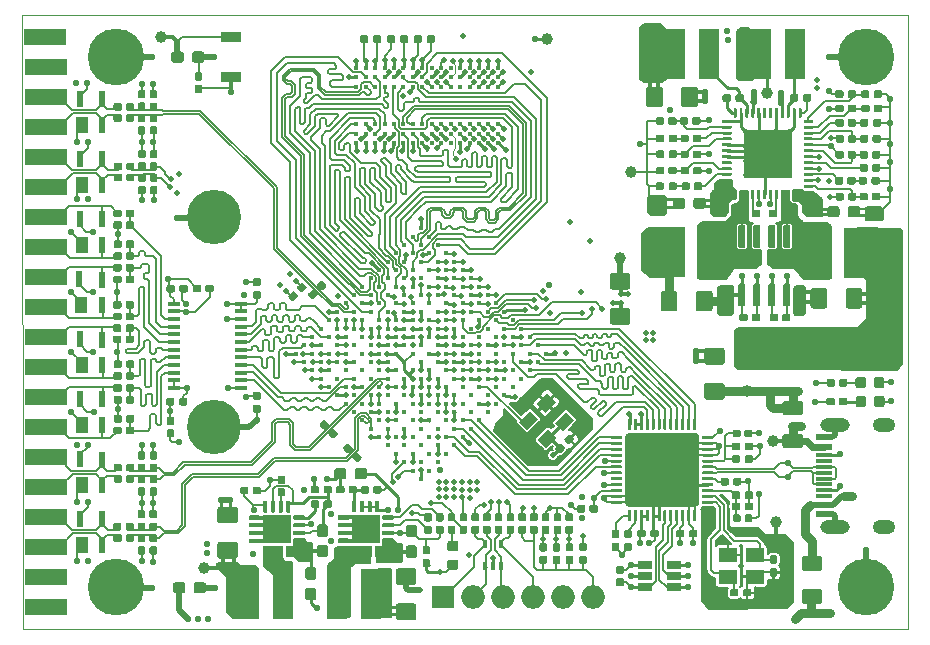
<source format=gtl>
G04 #@! TF.GenerationSoftware,KiCad,Pcbnew,(5.1.5)-3*
G04 #@! TF.CreationDate,2020-11-02T01:39:04+01:00*
G04 #@! TF.ProjectId,LogAn,4c6f6741-6e2e-46b6-9963-61645f706362,rev?*
G04 #@! TF.SameCoordinates,Original*
G04 #@! TF.FileFunction,Copper,L1,Top*
G04 #@! TF.FilePolarity,Positive*
%FSLAX46Y46*%
G04 Gerber Fmt 4.6, Leading zero omitted, Abs format (unit mm)*
G04 Created by KiCad (PCBNEW (5.1.5)-3) date 2020-11-02 01:39:04*
%MOMM*%
%LPD*%
G04 APERTURE LIST*
%ADD10C,0.050000*%
%ADD11C,0.100000*%
%ADD12R,1.700000X0.900000*%
%ADD13C,4.800000*%
%ADD14C,0.800000*%
%ADD15C,1.000000*%
%ADD16C,4.600000*%
%ADD17R,1.100000X0.400000*%
%ADD18R,1.700000X4.300000*%
%ADD19C,0.600000*%
%ADD20R,2.400000X2.400000*%
%ADD21R,0.400000X0.650000*%
%ADD22R,3.600000X1.400000*%
%ADD23R,0.600000X1.400000*%
%ADD24R,1.000000X1.400000*%
%ADD25R,1.450000X0.600000*%
%ADD26R,1.450000X0.300000*%
%ADD27O,2.500000X1.200000*%
%ADD28O,1.900000X1.200000*%
%ADD29C,0.410000*%
%ADD30C,0.400000*%
%ADD31R,1.600000X1.300000*%
%ADD32O,2.000000X2.000000*%
%ADD33R,1.900000X1.900000*%
%ADD34R,1.200000X0.650000*%
%ADD35C,0.500000*%
%ADD36R,4.100000X4.100000*%
%ADD37C,0.550000*%
%ADD38C,0.460000*%
%ADD39C,0.200000*%
%ADD40C,0.130000*%
%ADD41C,0.250000*%
%ADD42C,0.175000*%
%ADD43C,0.300000*%
%ADD44C,0.150000*%
%ADD45C,0.750000*%
%ADD46C,0.500000*%
%ADD47C,0.105000*%
%ADD48C,0.125000*%
%ADD49C,0.600000*%
%ADD50C,0.180000*%
%ADD51C,0.127000*%
%ADD52C,0.160000*%
G04 APERTURE END LIST*
D10*
X140710920Y-90850720D02*
X65778380Y-90850720D01*
X140716000Y-38854380D02*
X140710920Y-90850720D01*
X65773300Y-38858340D02*
X140716000Y-38854380D01*
X65778380Y-90850720D02*
X65773300Y-38858340D01*
G04 #@! TA.AperFunction,SMDPad,CuDef*
D11*
G36*
X103281903Y-82070450D02*
G01*
X103297434Y-82072754D01*
X103312666Y-82076570D01*
X103327449Y-82081859D01*
X103341643Y-82088573D01*
X103355111Y-82096645D01*
X103367723Y-82105998D01*
X103379357Y-82116543D01*
X103389902Y-82128177D01*
X103399255Y-82140789D01*
X103407327Y-82154257D01*
X103414041Y-82168451D01*
X103419330Y-82183234D01*
X103423146Y-82198466D01*
X103425450Y-82213997D01*
X103426220Y-82229680D01*
X103426220Y-82609680D01*
X103425450Y-82625363D01*
X103423146Y-82640894D01*
X103419330Y-82656126D01*
X103414041Y-82670909D01*
X103407327Y-82685103D01*
X103399255Y-82698571D01*
X103389902Y-82711183D01*
X103379357Y-82722817D01*
X103367723Y-82733362D01*
X103355111Y-82742715D01*
X103341643Y-82750787D01*
X103327449Y-82757501D01*
X103312666Y-82762790D01*
X103297434Y-82766606D01*
X103281903Y-82768910D01*
X103266220Y-82769680D01*
X102946220Y-82769680D01*
X102930537Y-82768910D01*
X102915006Y-82766606D01*
X102899774Y-82762790D01*
X102884991Y-82757501D01*
X102870797Y-82750787D01*
X102857329Y-82742715D01*
X102844717Y-82733362D01*
X102833083Y-82722817D01*
X102822538Y-82711183D01*
X102813185Y-82698571D01*
X102805113Y-82685103D01*
X102798399Y-82670909D01*
X102793110Y-82656126D01*
X102789294Y-82640894D01*
X102786990Y-82625363D01*
X102786220Y-82609680D01*
X102786220Y-82229680D01*
X102786990Y-82213997D01*
X102789294Y-82198466D01*
X102793110Y-82183234D01*
X102798399Y-82168451D01*
X102805113Y-82154257D01*
X102813185Y-82140789D01*
X102822538Y-82128177D01*
X102833083Y-82116543D01*
X102844717Y-82105998D01*
X102857329Y-82096645D01*
X102870797Y-82088573D01*
X102884991Y-82081859D01*
X102899774Y-82076570D01*
X102915006Y-82072754D01*
X102930537Y-82070450D01*
X102946220Y-82069680D01*
X103266220Y-82069680D01*
X103281903Y-82070450D01*
G37*
G04 #@! TD.AperFunction*
G04 #@! TA.AperFunction,SMDPad,CuDef*
G36*
X103281903Y-81020450D02*
G01*
X103297434Y-81022754D01*
X103312666Y-81026570D01*
X103327449Y-81031859D01*
X103341643Y-81038573D01*
X103355111Y-81046645D01*
X103367723Y-81055998D01*
X103379357Y-81066543D01*
X103389902Y-81078177D01*
X103399255Y-81090789D01*
X103407327Y-81104257D01*
X103414041Y-81118451D01*
X103419330Y-81133234D01*
X103423146Y-81148466D01*
X103425450Y-81163997D01*
X103426220Y-81179680D01*
X103426220Y-81559680D01*
X103425450Y-81575363D01*
X103423146Y-81590894D01*
X103419330Y-81606126D01*
X103414041Y-81620909D01*
X103407327Y-81635103D01*
X103399255Y-81648571D01*
X103389902Y-81661183D01*
X103379357Y-81672817D01*
X103367723Y-81683362D01*
X103355111Y-81692715D01*
X103341643Y-81700787D01*
X103327449Y-81707501D01*
X103312666Y-81712790D01*
X103297434Y-81716606D01*
X103281903Y-81718910D01*
X103266220Y-81719680D01*
X102946220Y-81719680D01*
X102930537Y-81718910D01*
X102915006Y-81716606D01*
X102899774Y-81712790D01*
X102884991Y-81707501D01*
X102870797Y-81700787D01*
X102857329Y-81692715D01*
X102844717Y-81683362D01*
X102833083Y-81672817D01*
X102822538Y-81661183D01*
X102813185Y-81648571D01*
X102805113Y-81635103D01*
X102798399Y-81620909D01*
X102793110Y-81606126D01*
X102789294Y-81590894D01*
X102786990Y-81575363D01*
X102786220Y-81559680D01*
X102786220Y-81179680D01*
X102786990Y-81163997D01*
X102789294Y-81148466D01*
X102793110Y-81133234D01*
X102798399Y-81118451D01*
X102805113Y-81104257D01*
X102813185Y-81090789D01*
X102822538Y-81078177D01*
X102833083Y-81066543D01*
X102844717Y-81055998D01*
X102857329Y-81046645D01*
X102870797Y-81038573D01*
X102884991Y-81031859D01*
X102899774Y-81026570D01*
X102915006Y-81022754D01*
X102930537Y-81020450D01*
X102946220Y-81019680D01*
X103266220Y-81019680D01*
X103281903Y-81020450D01*
G37*
G04 #@! TD.AperFunction*
G04 #@! TA.AperFunction,SMDPad,CuDef*
G36*
X114332183Y-80330850D02*
G01*
X114347714Y-80333154D01*
X114362946Y-80336970D01*
X114377729Y-80342259D01*
X114391923Y-80348973D01*
X114405391Y-80357045D01*
X114418003Y-80366398D01*
X114429637Y-80376943D01*
X114440182Y-80388577D01*
X114449535Y-80401189D01*
X114457607Y-80414657D01*
X114464321Y-80428851D01*
X114469610Y-80443634D01*
X114473426Y-80458866D01*
X114475730Y-80474397D01*
X114476500Y-80490080D01*
X114476500Y-80810080D01*
X114475730Y-80825763D01*
X114473426Y-80841294D01*
X114469610Y-80856526D01*
X114464321Y-80871309D01*
X114457607Y-80885503D01*
X114449535Y-80898971D01*
X114440182Y-80911583D01*
X114429637Y-80923217D01*
X114418003Y-80933762D01*
X114405391Y-80943115D01*
X114391923Y-80951187D01*
X114377729Y-80957901D01*
X114362946Y-80963190D01*
X114347714Y-80967006D01*
X114332183Y-80969310D01*
X114316500Y-80970080D01*
X113936500Y-80970080D01*
X113920817Y-80969310D01*
X113905286Y-80967006D01*
X113890054Y-80963190D01*
X113875271Y-80957901D01*
X113861077Y-80951187D01*
X113847609Y-80943115D01*
X113834997Y-80933762D01*
X113823363Y-80923217D01*
X113812818Y-80911583D01*
X113803465Y-80898971D01*
X113795393Y-80885503D01*
X113788679Y-80871309D01*
X113783390Y-80856526D01*
X113779574Y-80841294D01*
X113777270Y-80825763D01*
X113776500Y-80810080D01*
X113776500Y-80490080D01*
X113777270Y-80474397D01*
X113779574Y-80458866D01*
X113783390Y-80443634D01*
X113788679Y-80428851D01*
X113795393Y-80414657D01*
X113803465Y-80401189D01*
X113812818Y-80388577D01*
X113823363Y-80376943D01*
X113834997Y-80366398D01*
X113847609Y-80357045D01*
X113861077Y-80348973D01*
X113875271Y-80342259D01*
X113890054Y-80336970D01*
X113905286Y-80333154D01*
X113920817Y-80330850D01*
X113936500Y-80330080D01*
X114316500Y-80330080D01*
X114332183Y-80330850D01*
G37*
G04 #@! TD.AperFunction*
G04 #@! TA.AperFunction,SMDPad,CuDef*
G36*
X113282183Y-80330850D02*
G01*
X113297714Y-80333154D01*
X113312946Y-80336970D01*
X113327729Y-80342259D01*
X113341923Y-80348973D01*
X113355391Y-80357045D01*
X113368003Y-80366398D01*
X113379637Y-80376943D01*
X113390182Y-80388577D01*
X113399535Y-80401189D01*
X113407607Y-80414657D01*
X113414321Y-80428851D01*
X113419610Y-80443634D01*
X113423426Y-80458866D01*
X113425730Y-80474397D01*
X113426500Y-80490080D01*
X113426500Y-80810080D01*
X113425730Y-80825763D01*
X113423426Y-80841294D01*
X113419610Y-80856526D01*
X113414321Y-80871309D01*
X113407607Y-80885503D01*
X113399535Y-80898971D01*
X113390182Y-80911583D01*
X113379637Y-80923217D01*
X113368003Y-80933762D01*
X113355391Y-80943115D01*
X113341923Y-80951187D01*
X113327729Y-80957901D01*
X113312946Y-80963190D01*
X113297714Y-80967006D01*
X113282183Y-80969310D01*
X113266500Y-80970080D01*
X112886500Y-80970080D01*
X112870817Y-80969310D01*
X112855286Y-80967006D01*
X112840054Y-80963190D01*
X112825271Y-80957901D01*
X112811077Y-80951187D01*
X112797609Y-80943115D01*
X112784997Y-80933762D01*
X112773363Y-80923217D01*
X112762818Y-80911583D01*
X112753465Y-80898971D01*
X112745393Y-80885503D01*
X112738679Y-80871309D01*
X112733390Y-80856526D01*
X112729574Y-80841294D01*
X112727270Y-80825763D01*
X112726500Y-80810080D01*
X112726500Y-80490080D01*
X112727270Y-80474397D01*
X112729574Y-80458866D01*
X112733390Y-80443634D01*
X112738679Y-80428851D01*
X112745393Y-80414657D01*
X112753465Y-80401189D01*
X112762818Y-80388577D01*
X112773363Y-80376943D01*
X112784997Y-80366398D01*
X112797609Y-80357045D01*
X112811077Y-80348973D01*
X112825271Y-80342259D01*
X112840054Y-80336970D01*
X112855286Y-80333154D01*
X112870817Y-80330850D01*
X112886500Y-80330080D01*
X113266500Y-80330080D01*
X113282183Y-80330850D01*
G37*
G04 #@! TD.AperFunction*
G04 #@! TA.AperFunction,SMDPad,CuDef*
G36*
X80856243Y-44734990D02*
G01*
X80871774Y-44737294D01*
X80887006Y-44741110D01*
X80901789Y-44746399D01*
X80915983Y-44753113D01*
X80929451Y-44761185D01*
X80942063Y-44770538D01*
X80953697Y-44781083D01*
X80964242Y-44792717D01*
X80973595Y-44805329D01*
X80981667Y-44818797D01*
X80988381Y-44832991D01*
X80993670Y-44847774D01*
X80997486Y-44863006D01*
X80999790Y-44878537D01*
X81000560Y-44894220D01*
X81000560Y-45274220D01*
X80999790Y-45289903D01*
X80997486Y-45305434D01*
X80993670Y-45320666D01*
X80988381Y-45335449D01*
X80981667Y-45349643D01*
X80973595Y-45363111D01*
X80964242Y-45375723D01*
X80953697Y-45387357D01*
X80942063Y-45397902D01*
X80929451Y-45407255D01*
X80915983Y-45415327D01*
X80901789Y-45422041D01*
X80887006Y-45427330D01*
X80871774Y-45431146D01*
X80856243Y-45433450D01*
X80840560Y-45434220D01*
X80520560Y-45434220D01*
X80504877Y-45433450D01*
X80489346Y-45431146D01*
X80474114Y-45427330D01*
X80459331Y-45422041D01*
X80445137Y-45415327D01*
X80431669Y-45407255D01*
X80419057Y-45397902D01*
X80407423Y-45387357D01*
X80396878Y-45375723D01*
X80387525Y-45363111D01*
X80379453Y-45349643D01*
X80372739Y-45335449D01*
X80367450Y-45320666D01*
X80363634Y-45305434D01*
X80361330Y-45289903D01*
X80360560Y-45274220D01*
X80360560Y-44894220D01*
X80361330Y-44878537D01*
X80363634Y-44863006D01*
X80367450Y-44847774D01*
X80372739Y-44832991D01*
X80379453Y-44818797D01*
X80387525Y-44805329D01*
X80396878Y-44792717D01*
X80407423Y-44781083D01*
X80419057Y-44770538D01*
X80431669Y-44761185D01*
X80445137Y-44753113D01*
X80459331Y-44746399D01*
X80474114Y-44741110D01*
X80489346Y-44737294D01*
X80504877Y-44734990D01*
X80520560Y-44734220D01*
X80840560Y-44734220D01*
X80856243Y-44734990D01*
G37*
G04 #@! TD.AperFunction*
G04 #@! TA.AperFunction,SMDPad,CuDef*
G36*
X80856243Y-43684990D02*
G01*
X80871774Y-43687294D01*
X80887006Y-43691110D01*
X80901789Y-43696399D01*
X80915983Y-43703113D01*
X80929451Y-43711185D01*
X80942063Y-43720538D01*
X80953697Y-43731083D01*
X80964242Y-43742717D01*
X80973595Y-43755329D01*
X80981667Y-43768797D01*
X80988381Y-43782991D01*
X80993670Y-43797774D01*
X80997486Y-43813006D01*
X80999790Y-43828537D01*
X81000560Y-43844220D01*
X81000560Y-44224220D01*
X80999790Y-44239903D01*
X80997486Y-44255434D01*
X80993670Y-44270666D01*
X80988381Y-44285449D01*
X80981667Y-44299643D01*
X80973595Y-44313111D01*
X80964242Y-44325723D01*
X80953697Y-44337357D01*
X80942063Y-44347902D01*
X80929451Y-44357255D01*
X80915983Y-44365327D01*
X80901789Y-44372041D01*
X80887006Y-44377330D01*
X80871774Y-44381146D01*
X80856243Y-44383450D01*
X80840560Y-44384220D01*
X80520560Y-44384220D01*
X80504877Y-44383450D01*
X80489346Y-44381146D01*
X80474114Y-44377330D01*
X80459331Y-44372041D01*
X80445137Y-44365327D01*
X80431669Y-44357255D01*
X80419057Y-44347902D01*
X80407423Y-44337357D01*
X80396878Y-44325723D01*
X80387525Y-44313111D01*
X80379453Y-44299643D01*
X80372739Y-44285449D01*
X80367450Y-44270666D01*
X80363634Y-44255434D01*
X80361330Y-44239903D01*
X80360560Y-44224220D01*
X80360560Y-43844220D01*
X80361330Y-43828537D01*
X80363634Y-43813006D01*
X80367450Y-43797774D01*
X80372739Y-43782991D01*
X80379453Y-43768797D01*
X80387525Y-43755329D01*
X80396878Y-43742717D01*
X80407423Y-43731083D01*
X80419057Y-43720538D01*
X80431669Y-43711185D01*
X80445137Y-43703113D01*
X80459331Y-43696399D01*
X80474114Y-43691110D01*
X80489346Y-43687294D01*
X80504877Y-43684990D01*
X80520560Y-43684220D01*
X80840560Y-43684220D01*
X80856243Y-43684990D01*
G37*
G04 #@! TD.AperFunction*
D12*
X83459320Y-40725620D03*
X83459320Y-44125620D03*
G04 #@! TA.AperFunction,SMDPad,CuDef*
D11*
G36*
X85818143Y-78778910D02*
G01*
X85833674Y-78781214D01*
X85848906Y-78785030D01*
X85863689Y-78790319D01*
X85877883Y-78797033D01*
X85891351Y-78805105D01*
X85903963Y-78814458D01*
X85915597Y-78825003D01*
X85926142Y-78836637D01*
X85935495Y-78849249D01*
X85943567Y-78862717D01*
X85950281Y-78876911D01*
X85955570Y-78891694D01*
X85959386Y-78906926D01*
X85961690Y-78922457D01*
X85962460Y-78938140D01*
X85962460Y-79258140D01*
X85961690Y-79273823D01*
X85959386Y-79289354D01*
X85955570Y-79304586D01*
X85950281Y-79319369D01*
X85943567Y-79333563D01*
X85935495Y-79347031D01*
X85926142Y-79359643D01*
X85915597Y-79371277D01*
X85903963Y-79381822D01*
X85891351Y-79391175D01*
X85877883Y-79399247D01*
X85863689Y-79405961D01*
X85848906Y-79411250D01*
X85833674Y-79415066D01*
X85818143Y-79417370D01*
X85802460Y-79418140D01*
X85422460Y-79418140D01*
X85406777Y-79417370D01*
X85391246Y-79415066D01*
X85376014Y-79411250D01*
X85361231Y-79405961D01*
X85347037Y-79399247D01*
X85333569Y-79391175D01*
X85320957Y-79381822D01*
X85309323Y-79371277D01*
X85298778Y-79359643D01*
X85289425Y-79347031D01*
X85281353Y-79333563D01*
X85274639Y-79319369D01*
X85269350Y-79304586D01*
X85265534Y-79289354D01*
X85263230Y-79273823D01*
X85262460Y-79258140D01*
X85262460Y-78938140D01*
X85263230Y-78922457D01*
X85265534Y-78906926D01*
X85269350Y-78891694D01*
X85274639Y-78876911D01*
X85281353Y-78862717D01*
X85289425Y-78849249D01*
X85298778Y-78836637D01*
X85309323Y-78825003D01*
X85320957Y-78814458D01*
X85333569Y-78805105D01*
X85347037Y-78797033D01*
X85361231Y-78790319D01*
X85376014Y-78785030D01*
X85391246Y-78781214D01*
X85406777Y-78778910D01*
X85422460Y-78778140D01*
X85802460Y-78778140D01*
X85818143Y-78778910D01*
G37*
G04 #@! TD.AperFunction*
G04 #@! TA.AperFunction,SMDPad,CuDef*
G36*
X84768143Y-78778910D02*
G01*
X84783674Y-78781214D01*
X84798906Y-78785030D01*
X84813689Y-78790319D01*
X84827883Y-78797033D01*
X84841351Y-78805105D01*
X84853963Y-78814458D01*
X84865597Y-78825003D01*
X84876142Y-78836637D01*
X84885495Y-78849249D01*
X84893567Y-78862717D01*
X84900281Y-78876911D01*
X84905570Y-78891694D01*
X84909386Y-78906926D01*
X84911690Y-78922457D01*
X84912460Y-78938140D01*
X84912460Y-79258140D01*
X84911690Y-79273823D01*
X84909386Y-79289354D01*
X84905570Y-79304586D01*
X84900281Y-79319369D01*
X84893567Y-79333563D01*
X84885495Y-79347031D01*
X84876142Y-79359643D01*
X84865597Y-79371277D01*
X84853963Y-79381822D01*
X84841351Y-79391175D01*
X84827883Y-79399247D01*
X84813689Y-79405961D01*
X84798906Y-79411250D01*
X84783674Y-79415066D01*
X84768143Y-79417370D01*
X84752460Y-79418140D01*
X84372460Y-79418140D01*
X84356777Y-79417370D01*
X84341246Y-79415066D01*
X84326014Y-79411250D01*
X84311231Y-79405961D01*
X84297037Y-79399247D01*
X84283569Y-79391175D01*
X84270957Y-79381822D01*
X84259323Y-79371277D01*
X84248778Y-79359643D01*
X84239425Y-79347031D01*
X84231353Y-79333563D01*
X84224639Y-79319369D01*
X84219350Y-79304586D01*
X84215534Y-79289354D01*
X84213230Y-79273823D01*
X84212460Y-79258140D01*
X84212460Y-78938140D01*
X84213230Y-78922457D01*
X84215534Y-78906926D01*
X84219350Y-78891694D01*
X84224639Y-78876911D01*
X84231353Y-78862717D01*
X84239425Y-78849249D01*
X84248778Y-78836637D01*
X84259323Y-78825003D01*
X84270957Y-78814458D01*
X84283569Y-78805105D01*
X84297037Y-78797033D01*
X84311231Y-78790319D01*
X84326014Y-78785030D01*
X84341246Y-78781214D01*
X84356777Y-78778910D01*
X84372460Y-78778140D01*
X84752460Y-78778140D01*
X84768143Y-78778910D01*
G37*
G04 #@! TD.AperFunction*
D13*
X73693020Y-42410380D03*
D14*
X73693020Y-42410380D03*
G04 #@! TA.AperFunction,SMDPad,CuDef*
D11*
G36*
X122739744Y-44907164D02*
G01*
X122764013Y-44910764D01*
X122787811Y-44916725D01*
X122810911Y-44924990D01*
X122833089Y-44935480D01*
X122854133Y-44948093D01*
X122873838Y-44962707D01*
X122892017Y-44979183D01*
X122908493Y-44997362D01*
X122923107Y-45017067D01*
X122935720Y-45038111D01*
X122946210Y-45060289D01*
X122954475Y-45083389D01*
X122960436Y-45107187D01*
X122964036Y-45131456D01*
X122965240Y-45155960D01*
X122965240Y-46405960D01*
X122964036Y-46430464D01*
X122960436Y-46454733D01*
X122954475Y-46478531D01*
X122946210Y-46501631D01*
X122935720Y-46523809D01*
X122923107Y-46544853D01*
X122908493Y-46564558D01*
X122892017Y-46582737D01*
X122873838Y-46599213D01*
X122854133Y-46613827D01*
X122833089Y-46626440D01*
X122810911Y-46636930D01*
X122787811Y-46645195D01*
X122764013Y-46651156D01*
X122739744Y-46654756D01*
X122715240Y-46655960D01*
X121790240Y-46655960D01*
X121765736Y-46654756D01*
X121741467Y-46651156D01*
X121717669Y-46645195D01*
X121694569Y-46636930D01*
X121672391Y-46626440D01*
X121651347Y-46613827D01*
X121631642Y-46599213D01*
X121613463Y-46582737D01*
X121596987Y-46564558D01*
X121582373Y-46544853D01*
X121569760Y-46523809D01*
X121559270Y-46501631D01*
X121551005Y-46478531D01*
X121545044Y-46454733D01*
X121541444Y-46430464D01*
X121540240Y-46405960D01*
X121540240Y-45155960D01*
X121541444Y-45131456D01*
X121545044Y-45107187D01*
X121551005Y-45083389D01*
X121559270Y-45060289D01*
X121569760Y-45038111D01*
X121582373Y-45017067D01*
X121596987Y-44997362D01*
X121613463Y-44979183D01*
X121631642Y-44962707D01*
X121651347Y-44948093D01*
X121672391Y-44935480D01*
X121694569Y-44924990D01*
X121717669Y-44916725D01*
X121741467Y-44910764D01*
X121765736Y-44907164D01*
X121790240Y-44905960D01*
X122715240Y-44905960D01*
X122739744Y-44907164D01*
G37*
G04 #@! TD.AperFunction*
G04 #@! TA.AperFunction,SMDPad,CuDef*
G36*
X119764744Y-44907164D02*
G01*
X119789013Y-44910764D01*
X119812811Y-44916725D01*
X119835911Y-44924990D01*
X119858089Y-44935480D01*
X119879133Y-44948093D01*
X119898838Y-44962707D01*
X119917017Y-44979183D01*
X119933493Y-44997362D01*
X119948107Y-45017067D01*
X119960720Y-45038111D01*
X119971210Y-45060289D01*
X119979475Y-45083389D01*
X119985436Y-45107187D01*
X119989036Y-45131456D01*
X119990240Y-45155960D01*
X119990240Y-46405960D01*
X119989036Y-46430464D01*
X119985436Y-46454733D01*
X119979475Y-46478531D01*
X119971210Y-46501631D01*
X119960720Y-46523809D01*
X119948107Y-46544853D01*
X119933493Y-46564558D01*
X119917017Y-46582737D01*
X119898838Y-46599213D01*
X119879133Y-46613827D01*
X119858089Y-46626440D01*
X119835911Y-46636930D01*
X119812811Y-46645195D01*
X119789013Y-46651156D01*
X119764744Y-46654756D01*
X119740240Y-46655960D01*
X118815240Y-46655960D01*
X118790736Y-46654756D01*
X118766467Y-46651156D01*
X118742669Y-46645195D01*
X118719569Y-46636930D01*
X118697391Y-46626440D01*
X118676347Y-46613827D01*
X118656642Y-46599213D01*
X118638463Y-46582737D01*
X118621987Y-46564558D01*
X118607373Y-46544853D01*
X118594760Y-46523809D01*
X118584270Y-46501631D01*
X118576005Y-46478531D01*
X118570044Y-46454733D01*
X118566444Y-46430464D01*
X118565240Y-46405960D01*
X118565240Y-45155960D01*
X118566444Y-45131456D01*
X118570044Y-45107187D01*
X118576005Y-45083389D01*
X118584270Y-45060289D01*
X118594760Y-45038111D01*
X118607373Y-45017067D01*
X118621987Y-44997362D01*
X118638463Y-44979183D01*
X118656642Y-44962707D01*
X118676347Y-44948093D01*
X118697391Y-44935480D01*
X118719569Y-44924990D01*
X118742669Y-44916725D01*
X118766467Y-44910764D01*
X118790736Y-44907164D01*
X118815240Y-44905960D01*
X119740240Y-44905960D01*
X119764744Y-44907164D01*
G37*
G04 #@! TD.AperFunction*
G04 #@! TA.AperFunction,SMDPad,CuDef*
G36*
X123981804Y-62184244D02*
G01*
X124006073Y-62187844D01*
X124029871Y-62193805D01*
X124052971Y-62202070D01*
X124075149Y-62212560D01*
X124096193Y-62225173D01*
X124115898Y-62239787D01*
X124134077Y-62256263D01*
X124150553Y-62274442D01*
X124165167Y-62294147D01*
X124177780Y-62315191D01*
X124188270Y-62337369D01*
X124196535Y-62360469D01*
X124202496Y-62384267D01*
X124206096Y-62408536D01*
X124207300Y-62433040D01*
X124207300Y-63683040D01*
X124206096Y-63707544D01*
X124202496Y-63731813D01*
X124196535Y-63755611D01*
X124188270Y-63778711D01*
X124177780Y-63800889D01*
X124165167Y-63821933D01*
X124150553Y-63841638D01*
X124134077Y-63859817D01*
X124115898Y-63876293D01*
X124096193Y-63890907D01*
X124075149Y-63903520D01*
X124052971Y-63914010D01*
X124029871Y-63922275D01*
X124006073Y-63928236D01*
X123981804Y-63931836D01*
X123957300Y-63933040D01*
X123032300Y-63933040D01*
X123007796Y-63931836D01*
X122983527Y-63928236D01*
X122959729Y-63922275D01*
X122936629Y-63914010D01*
X122914451Y-63903520D01*
X122893407Y-63890907D01*
X122873702Y-63876293D01*
X122855523Y-63859817D01*
X122839047Y-63841638D01*
X122824433Y-63821933D01*
X122811820Y-63800889D01*
X122801330Y-63778711D01*
X122793065Y-63755611D01*
X122787104Y-63731813D01*
X122783504Y-63707544D01*
X122782300Y-63683040D01*
X122782300Y-62433040D01*
X122783504Y-62408536D01*
X122787104Y-62384267D01*
X122793065Y-62360469D01*
X122801330Y-62337369D01*
X122811820Y-62315191D01*
X122824433Y-62294147D01*
X122839047Y-62274442D01*
X122855523Y-62256263D01*
X122873702Y-62239787D01*
X122893407Y-62225173D01*
X122914451Y-62212560D01*
X122936629Y-62202070D01*
X122959729Y-62193805D01*
X122983527Y-62187844D01*
X123007796Y-62184244D01*
X123032300Y-62183040D01*
X123957300Y-62183040D01*
X123981804Y-62184244D01*
G37*
G04 #@! TD.AperFunction*
G04 #@! TA.AperFunction,SMDPad,CuDef*
G36*
X121006804Y-62184244D02*
G01*
X121031073Y-62187844D01*
X121054871Y-62193805D01*
X121077971Y-62202070D01*
X121100149Y-62212560D01*
X121121193Y-62225173D01*
X121140898Y-62239787D01*
X121159077Y-62256263D01*
X121175553Y-62274442D01*
X121190167Y-62294147D01*
X121202780Y-62315191D01*
X121213270Y-62337369D01*
X121221535Y-62360469D01*
X121227496Y-62384267D01*
X121231096Y-62408536D01*
X121232300Y-62433040D01*
X121232300Y-63683040D01*
X121231096Y-63707544D01*
X121227496Y-63731813D01*
X121221535Y-63755611D01*
X121213270Y-63778711D01*
X121202780Y-63800889D01*
X121190167Y-63821933D01*
X121175553Y-63841638D01*
X121159077Y-63859817D01*
X121140898Y-63876293D01*
X121121193Y-63890907D01*
X121100149Y-63903520D01*
X121077971Y-63914010D01*
X121054871Y-63922275D01*
X121031073Y-63928236D01*
X121006804Y-63931836D01*
X120982300Y-63933040D01*
X120057300Y-63933040D01*
X120032796Y-63931836D01*
X120008527Y-63928236D01*
X119984729Y-63922275D01*
X119961629Y-63914010D01*
X119939451Y-63903520D01*
X119918407Y-63890907D01*
X119898702Y-63876293D01*
X119880523Y-63859817D01*
X119864047Y-63841638D01*
X119849433Y-63821933D01*
X119836820Y-63800889D01*
X119826330Y-63778711D01*
X119818065Y-63755611D01*
X119812104Y-63731813D01*
X119808504Y-63707544D01*
X119807300Y-63683040D01*
X119807300Y-62433040D01*
X119808504Y-62408536D01*
X119812104Y-62384267D01*
X119818065Y-62360469D01*
X119826330Y-62337369D01*
X119836820Y-62315191D01*
X119849433Y-62294147D01*
X119864047Y-62274442D01*
X119880523Y-62256263D01*
X119898702Y-62239787D01*
X119918407Y-62225173D01*
X119939451Y-62212560D01*
X119961629Y-62202070D01*
X119984729Y-62193805D01*
X120008527Y-62187844D01*
X120032796Y-62184244D01*
X120057300Y-62183040D01*
X120982300Y-62183040D01*
X121006804Y-62184244D01*
G37*
G04 #@! TD.AperFunction*
G04 #@! TA.AperFunction,SMDPad,CuDef*
G36*
X125010444Y-67013664D02*
G01*
X125034713Y-67017264D01*
X125058511Y-67023225D01*
X125081611Y-67031490D01*
X125103789Y-67041980D01*
X125124833Y-67054593D01*
X125144538Y-67069207D01*
X125162717Y-67085683D01*
X125179193Y-67103862D01*
X125193807Y-67123567D01*
X125206420Y-67144611D01*
X125216910Y-67166789D01*
X125225175Y-67189889D01*
X125231136Y-67213687D01*
X125234736Y-67237956D01*
X125235940Y-67262460D01*
X125235940Y-68187460D01*
X125234736Y-68211964D01*
X125231136Y-68236233D01*
X125225175Y-68260031D01*
X125216910Y-68283131D01*
X125206420Y-68305309D01*
X125193807Y-68326353D01*
X125179193Y-68346058D01*
X125162717Y-68364237D01*
X125144538Y-68380713D01*
X125124833Y-68395327D01*
X125103789Y-68407940D01*
X125081611Y-68418430D01*
X125058511Y-68426695D01*
X125034713Y-68432656D01*
X125010444Y-68436256D01*
X124985940Y-68437460D01*
X123735940Y-68437460D01*
X123711436Y-68436256D01*
X123687167Y-68432656D01*
X123663369Y-68426695D01*
X123640269Y-68418430D01*
X123618091Y-68407940D01*
X123597047Y-68395327D01*
X123577342Y-68380713D01*
X123559163Y-68364237D01*
X123542687Y-68346058D01*
X123528073Y-68326353D01*
X123515460Y-68305309D01*
X123504970Y-68283131D01*
X123496705Y-68260031D01*
X123490744Y-68236233D01*
X123487144Y-68211964D01*
X123485940Y-68187460D01*
X123485940Y-67262460D01*
X123487144Y-67237956D01*
X123490744Y-67213687D01*
X123496705Y-67189889D01*
X123504970Y-67166789D01*
X123515460Y-67144611D01*
X123528073Y-67123567D01*
X123542687Y-67103862D01*
X123559163Y-67085683D01*
X123577342Y-67069207D01*
X123597047Y-67054593D01*
X123618091Y-67041980D01*
X123640269Y-67031490D01*
X123663369Y-67023225D01*
X123687167Y-67017264D01*
X123711436Y-67013664D01*
X123735940Y-67012460D01*
X124985940Y-67012460D01*
X125010444Y-67013664D01*
G37*
G04 #@! TD.AperFunction*
G04 #@! TA.AperFunction,SMDPad,CuDef*
G36*
X125010444Y-69988664D02*
G01*
X125034713Y-69992264D01*
X125058511Y-69998225D01*
X125081611Y-70006490D01*
X125103789Y-70016980D01*
X125124833Y-70029593D01*
X125144538Y-70044207D01*
X125162717Y-70060683D01*
X125179193Y-70078862D01*
X125193807Y-70098567D01*
X125206420Y-70119611D01*
X125216910Y-70141789D01*
X125225175Y-70164889D01*
X125231136Y-70188687D01*
X125234736Y-70212956D01*
X125235940Y-70237460D01*
X125235940Y-71162460D01*
X125234736Y-71186964D01*
X125231136Y-71211233D01*
X125225175Y-71235031D01*
X125216910Y-71258131D01*
X125206420Y-71280309D01*
X125193807Y-71301353D01*
X125179193Y-71321058D01*
X125162717Y-71339237D01*
X125144538Y-71355713D01*
X125124833Y-71370327D01*
X125103789Y-71382940D01*
X125081611Y-71393430D01*
X125058511Y-71401695D01*
X125034713Y-71407656D01*
X125010444Y-71411256D01*
X124985940Y-71412460D01*
X123735940Y-71412460D01*
X123711436Y-71411256D01*
X123687167Y-71407656D01*
X123663369Y-71401695D01*
X123640269Y-71393430D01*
X123618091Y-71382940D01*
X123597047Y-71370327D01*
X123577342Y-71355713D01*
X123559163Y-71339237D01*
X123542687Y-71321058D01*
X123528073Y-71301353D01*
X123515460Y-71280309D01*
X123504970Y-71258131D01*
X123496705Y-71235031D01*
X123490744Y-71211233D01*
X123487144Y-71186964D01*
X123485940Y-71162460D01*
X123485940Y-70237460D01*
X123487144Y-70212956D01*
X123490744Y-70188687D01*
X123496705Y-70164889D01*
X123504970Y-70141789D01*
X123515460Y-70119611D01*
X123528073Y-70098567D01*
X123542687Y-70078862D01*
X123559163Y-70060683D01*
X123577342Y-70044207D01*
X123597047Y-70029593D01*
X123618091Y-70016980D01*
X123640269Y-70006490D01*
X123663369Y-69998225D01*
X123687167Y-69992264D01*
X123711436Y-69988664D01*
X123735940Y-69987460D01*
X124985940Y-69987460D01*
X125010444Y-69988664D01*
G37*
G04 #@! TD.AperFunction*
D15*
X132938520Y-67017900D03*
X110220760Y-40853360D03*
X128844040Y-45473620D03*
X116349780Y-59418220D03*
X117289580Y-52108100D03*
X127134620Y-70693280D03*
X81142840Y-85623400D03*
X77477620Y-40721280D03*
X129562860Y-81760060D03*
X129291080Y-74919840D03*
D13*
X137198100Y-87276940D03*
D14*
X137198100Y-87276940D03*
D13*
X73728580Y-87282020D03*
D14*
X73728580Y-87282020D03*
D13*
X137198100Y-42433240D03*
D14*
X137198100Y-42433240D03*
D16*
X81991200Y-73713820D03*
X81991200Y-55963820D03*
G04 #@! TA.AperFunction,SMDPad,CuDef*
D11*
G36*
X79209559Y-41926364D02*
G01*
X79232614Y-41929783D01*
X79255223Y-41935447D01*
X79277167Y-41943299D01*
X79298237Y-41953264D01*
X79318228Y-41965246D01*
X79336948Y-41979130D01*
X79354218Y-41994782D01*
X79369870Y-42012052D01*
X79383754Y-42030772D01*
X79395736Y-42050763D01*
X79405701Y-42071833D01*
X79413553Y-42093777D01*
X79419217Y-42116386D01*
X79422636Y-42139441D01*
X79423780Y-42162720D01*
X79423780Y-42637720D01*
X79422636Y-42660999D01*
X79419217Y-42684054D01*
X79413553Y-42706663D01*
X79405701Y-42728607D01*
X79395736Y-42749677D01*
X79383754Y-42769668D01*
X79369870Y-42788388D01*
X79354218Y-42805658D01*
X79336948Y-42821310D01*
X79318228Y-42835194D01*
X79298237Y-42847176D01*
X79277167Y-42857141D01*
X79255223Y-42864993D01*
X79232614Y-42870657D01*
X79209559Y-42874076D01*
X79186280Y-42875220D01*
X78611280Y-42875220D01*
X78588001Y-42874076D01*
X78564946Y-42870657D01*
X78542337Y-42864993D01*
X78520393Y-42857141D01*
X78499323Y-42847176D01*
X78479332Y-42835194D01*
X78460612Y-42821310D01*
X78443342Y-42805658D01*
X78427690Y-42788388D01*
X78413806Y-42769668D01*
X78401824Y-42749677D01*
X78391859Y-42728607D01*
X78384007Y-42706663D01*
X78378343Y-42684054D01*
X78374924Y-42660999D01*
X78373780Y-42637720D01*
X78373780Y-42162720D01*
X78374924Y-42139441D01*
X78378343Y-42116386D01*
X78384007Y-42093777D01*
X78391859Y-42071833D01*
X78401824Y-42050763D01*
X78413806Y-42030772D01*
X78427690Y-42012052D01*
X78443342Y-41994782D01*
X78460612Y-41979130D01*
X78479332Y-41965246D01*
X78499323Y-41953264D01*
X78520393Y-41943299D01*
X78542337Y-41935447D01*
X78564946Y-41929783D01*
X78588001Y-41926364D01*
X78611280Y-41925220D01*
X79186280Y-41925220D01*
X79209559Y-41926364D01*
G37*
G04 #@! TD.AperFunction*
G04 #@! TA.AperFunction,SMDPad,CuDef*
G36*
X80959559Y-41926364D02*
G01*
X80982614Y-41929783D01*
X81005223Y-41935447D01*
X81027167Y-41943299D01*
X81048237Y-41953264D01*
X81068228Y-41965246D01*
X81086948Y-41979130D01*
X81104218Y-41994782D01*
X81119870Y-42012052D01*
X81133754Y-42030772D01*
X81145736Y-42050763D01*
X81155701Y-42071833D01*
X81163553Y-42093777D01*
X81169217Y-42116386D01*
X81172636Y-42139441D01*
X81173780Y-42162720D01*
X81173780Y-42637720D01*
X81172636Y-42660999D01*
X81169217Y-42684054D01*
X81163553Y-42706663D01*
X81155701Y-42728607D01*
X81145736Y-42749677D01*
X81133754Y-42769668D01*
X81119870Y-42788388D01*
X81104218Y-42805658D01*
X81086948Y-42821310D01*
X81068228Y-42835194D01*
X81048237Y-42847176D01*
X81027167Y-42857141D01*
X81005223Y-42864993D01*
X80982614Y-42870657D01*
X80959559Y-42874076D01*
X80936280Y-42875220D01*
X80361280Y-42875220D01*
X80338001Y-42874076D01*
X80314946Y-42870657D01*
X80292337Y-42864993D01*
X80270393Y-42857141D01*
X80249323Y-42847176D01*
X80229332Y-42835194D01*
X80210612Y-42821310D01*
X80193342Y-42805658D01*
X80177690Y-42788388D01*
X80163806Y-42769668D01*
X80151824Y-42749677D01*
X80141859Y-42728607D01*
X80134007Y-42706663D01*
X80128343Y-42684054D01*
X80124924Y-42660999D01*
X80123780Y-42637720D01*
X80123780Y-42162720D01*
X80124924Y-42139441D01*
X80128343Y-42116386D01*
X80134007Y-42093777D01*
X80141859Y-42071833D01*
X80151824Y-42050763D01*
X80163806Y-42030772D01*
X80177690Y-42012052D01*
X80193342Y-41994782D01*
X80210612Y-41979130D01*
X80229332Y-41965246D01*
X80249323Y-41953264D01*
X80270393Y-41943299D01*
X80292337Y-41935447D01*
X80314946Y-41929783D01*
X80338001Y-41926364D01*
X80361280Y-41925220D01*
X80936280Y-41925220D01*
X80959559Y-41926364D01*
G37*
G04 #@! TD.AperFunction*
G04 #@! TA.AperFunction,SMDPad,CuDef*
G36*
X81104339Y-86861504D02*
G01*
X81127394Y-86864923D01*
X81150003Y-86870587D01*
X81171947Y-86878439D01*
X81193017Y-86888404D01*
X81213008Y-86900386D01*
X81231728Y-86914270D01*
X81248998Y-86929922D01*
X81264650Y-86947192D01*
X81278534Y-86965912D01*
X81290516Y-86985903D01*
X81300481Y-87006973D01*
X81308333Y-87028917D01*
X81313997Y-87051526D01*
X81317416Y-87074581D01*
X81318560Y-87097860D01*
X81318560Y-87572860D01*
X81317416Y-87596139D01*
X81313997Y-87619194D01*
X81308333Y-87641803D01*
X81300481Y-87663747D01*
X81290516Y-87684817D01*
X81278534Y-87704808D01*
X81264650Y-87723528D01*
X81248998Y-87740798D01*
X81231728Y-87756450D01*
X81213008Y-87770334D01*
X81193017Y-87782316D01*
X81171947Y-87792281D01*
X81150003Y-87800133D01*
X81127394Y-87805797D01*
X81104339Y-87809216D01*
X81081060Y-87810360D01*
X80506060Y-87810360D01*
X80482781Y-87809216D01*
X80459726Y-87805797D01*
X80437117Y-87800133D01*
X80415173Y-87792281D01*
X80394103Y-87782316D01*
X80374112Y-87770334D01*
X80355392Y-87756450D01*
X80338122Y-87740798D01*
X80322470Y-87723528D01*
X80308586Y-87704808D01*
X80296604Y-87684817D01*
X80286639Y-87663747D01*
X80278787Y-87641803D01*
X80273123Y-87619194D01*
X80269704Y-87596139D01*
X80268560Y-87572860D01*
X80268560Y-87097860D01*
X80269704Y-87074581D01*
X80273123Y-87051526D01*
X80278787Y-87028917D01*
X80286639Y-87006973D01*
X80296604Y-86985903D01*
X80308586Y-86965912D01*
X80322470Y-86947192D01*
X80338122Y-86929922D01*
X80355392Y-86914270D01*
X80374112Y-86900386D01*
X80394103Y-86888404D01*
X80415173Y-86878439D01*
X80437117Y-86870587D01*
X80459726Y-86864923D01*
X80482781Y-86861504D01*
X80506060Y-86860360D01*
X81081060Y-86860360D01*
X81104339Y-86861504D01*
G37*
G04 #@! TD.AperFunction*
G04 #@! TA.AperFunction,SMDPad,CuDef*
G36*
X79354339Y-86861504D02*
G01*
X79377394Y-86864923D01*
X79400003Y-86870587D01*
X79421947Y-86878439D01*
X79443017Y-86888404D01*
X79463008Y-86900386D01*
X79481728Y-86914270D01*
X79498998Y-86929922D01*
X79514650Y-86947192D01*
X79528534Y-86965912D01*
X79540516Y-86985903D01*
X79550481Y-87006973D01*
X79558333Y-87028917D01*
X79563997Y-87051526D01*
X79567416Y-87074581D01*
X79568560Y-87097860D01*
X79568560Y-87572860D01*
X79567416Y-87596139D01*
X79563997Y-87619194D01*
X79558333Y-87641803D01*
X79550481Y-87663747D01*
X79540516Y-87684817D01*
X79528534Y-87704808D01*
X79514650Y-87723528D01*
X79498998Y-87740798D01*
X79481728Y-87756450D01*
X79463008Y-87770334D01*
X79443017Y-87782316D01*
X79421947Y-87792281D01*
X79400003Y-87800133D01*
X79377394Y-87805797D01*
X79354339Y-87809216D01*
X79331060Y-87810360D01*
X78756060Y-87810360D01*
X78732781Y-87809216D01*
X78709726Y-87805797D01*
X78687117Y-87800133D01*
X78665173Y-87792281D01*
X78644103Y-87782316D01*
X78624112Y-87770334D01*
X78605392Y-87756450D01*
X78588122Y-87740798D01*
X78572470Y-87723528D01*
X78558586Y-87704808D01*
X78546604Y-87684817D01*
X78536639Y-87663747D01*
X78528787Y-87641803D01*
X78523123Y-87619194D01*
X78519704Y-87596139D01*
X78518560Y-87572860D01*
X78518560Y-87097860D01*
X78519704Y-87074581D01*
X78523123Y-87051526D01*
X78528787Y-87028917D01*
X78536639Y-87006973D01*
X78546604Y-86985903D01*
X78558586Y-86965912D01*
X78572470Y-86947192D01*
X78588122Y-86929922D01*
X78605392Y-86914270D01*
X78624112Y-86900386D01*
X78644103Y-86888404D01*
X78665173Y-86878439D01*
X78687117Y-86870587D01*
X78709726Y-86864923D01*
X78732781Y-86861504D01*
X78756060Y-86860360D01*
X79331060Y-86860360D01*
X79354339Y-86861504D01*
G37*
G04 #@! TD.AperFunction*
G04 #@! TA.AperFunction,SMDPad,CuDef*
G36*
X85801623Y-61099630D02*
G01*
X85817154Y-61101934D01*
X85832386Y-61105750D01*
X85847169Y-61111039D01*
X85861363Y-61117753D01*
X85874831Y-61125825D01*
X85887443Y-61135178D01*
X85899077Y-61145723D01*
X85909622Y-61157357D01*
X85918975Y-61169969D01*
X85927047Y-61183437D01*
X85933761Y-61197631D01*
X85939050Y-61212414D01*
X85942866Y-61227646D01*
X85945170Y-61243177D01*
X85945940Y-61258860D01*
X85945940Y-61638860D01*
X85945170Y-61654543D01*
X85942866Y-61670074D01*
X85939050Y-61685306D01*
X85933761Y-61700089D01*
X85927047Y-61714283D01*
X85918975Y-61727751D01*
X85909622Y-61740363D01*
X85899077Y-61751997D01*
X85887443Y-61762542D01*
X85874831Y-61771895D01*
X85861363Y-61779967D01*
X85847169Y-61786681D01*
X85832386Y-61791970D01*
X85817154Y-61795786D01*
X85801623Y-61798090D01*
X85785940Y-61798860D01*
X85465940Y-61798860D01*
X85450257Y-61798090D01*
X85434726Y-61795786D01*
X85419494Y-61791970D01*
X85404711Y-61786681D01*
X85390517Y-61779967D01*
X85377049Y-61771895D01*
X85364437Y-61762542D01*
X85352803Y-61751997D01*
X85342258Y-61740363D01*
X85332905Y-61727751D01*
X85324833Y-61714283D01*
X85318119Y-61700089D01*
X85312830Y-61685306D01*
X85309014Y-61670074D01*
X85306710Y-61654543D01*
X85305940Y-61638860D01*
X85305940Y-61258860D01*
X85306710Y-61243177D01*
X85309014Y-61227646D01*
X85312830Y-61212414D01*
X85318119Y-61197631D01*
X85324833Y-61183437D01*
X85332905Y-61169969D01*
X85342258Y-61157357D01*
X85352803Y-61145723D01*
X85364437Y-61135178D01*
X85377049Y-61125825D01*
X85390517Y-61117753D01*
X85404711Y-61111039D01*
X85419494Y-61105750D01*
X85434726Y-61101934D01*
X85450257Y-61099630D01*
X85465940Y-61098860D01*
X85785940Y-61098860D01*
X85801623Y-61099630D01*
G37*
G04 #@! TD.AperFunction*
G04 #@! TA.AperFunction,SMDPad,CuDef*
G36*
X85801623Y-62199630D02*
G01*
X85817154Y-62201934D01*
X85832386Y-62205750D01*
X85847169Y-62211039D01*
X85861363Y-62217753D01*
X85874831Y-62225825D01*
X85887443Y-62235178D01*
X85899077Y-62245723D01*
X85909622Y-62257357D01*
X85918975Y-62269969D01*
X85927047Y-62283437D01*
X85933761Y-62297631D01*
X85939050Y-62312414D01*
X85942866Y-62327646D01*
X85945170Y-62343177D01*
X85945940Y-62358860D01*
X85945940Y-62738860D01*
X85945170Y-62754543D01*
X85942866Y-62770074D01*
X85939050Y-62785306D01*
X85933761Y-62800089D01*
X85927047Y-62814283D01*
X85918975Y-62827751D01*
X85909622Y-62840363D01*
X85899077Y-62851997D01*
X85887443Y-62862542D01*
X85874831Y-62871895D01*
X85861363Y-62879967D01*
X85847169Y-62886681D01*
X85832386Y-62891970D01*
X85817154Y-62895786D01*
X85801623Y-62898090D01*
X85785940Y-62898860D01*
X85465940Y-62898860D01*
X85450257Y-62898090D01*
X85434726Y-62895786D01*
X85419494Y-62891970D01*
X85404711Y-62886681D01*
X85390517Y-62879967D01*
X85377049Y-62871895D01*
X85364437Y-62862542D01*
X85352803Y-62851997D01*
X85342258Y-62840363D01*
X85332905Y-62827751D01*
X85324833Y-62814283D01*
X85318119Y-62800089D01*
X85312830Y-62785306D01*
X85309014Y-62770074D01*
X85306710Y-62754543D01*
X85305940Y-62738860D01*
X85305940Y-62358860D01*
X85306710Y-62343177D01*
X85309014Y-62327646D01*
X85312830Y-62312414D01*
X85318119Y-62297631D01*
X85324833Y-62283437D01*
X85332905Y-62269969D01*
X85342258Y-62257357D01*
X85352803Y-62245723D01*
X85364437Y-62235178D01*
X85377049Y-62225825D01*
X85390517Y-62217753D01*
X85404711Y-62211039D01*
X85419494Y-62205750D01*
X85434726Y-62201934D01*
X85450257Y-62199630D01*
X85465940Y-62198860D01*
X85785940Y-62198860D01*
X85801623Y-62199630D01*
G37*
G04 #@! TD.AperFunction*
G04 #@! TA.AperFunction,SMDPad,CuDef*
G36*
X85794003Y-71836390D02*
G01*
X85809534Y-71838694D01*
X85824766Y-71842510D01*
X85839549Y-71847799D01*
X85853743Y-71854513D01*
X85867211Y-71862585D01*
X85879823Y-71871938D01*
X85891457Y-71882483D01*
X85902002Y-71894117D01*
X85911355Y-71906729D01*
X85919427Y-71920197D01*
X85926141Y-71934391D01*
X85931430Y-71949174D01*
X85935246Y-71964406D01*
X85937550Y-71979937D01*
X85938320Y-71995620D01*
X85938320Y-72375620D01*
X85937550Y-72391303D01*
X85935246Y-72406834D01*
X85931430Y-72422066D01*
X85926141Y-72436849D01*
X85919427Y-72451043D01*
X85911355Y-72464511D01*
X85902002Y-72477123D01*
X85891457Y-72488757D01*
X85879823Y-72499302D01*
X85867211Y-72508655D01*
X85853743Y-72516727D01*
X85839549Y-72523441D01*
X85824766Y-72528730D01*
X85809534Y-72532546D01*
X85794003Y-72534850D01*
X85778320Y-72535620D01*
X85458320Y-72535620D01*
X85442637Y-72534850D01*
X85427106Y-72532546D01*
X85411874Y-72528730D01*
X85397091Y-72523441D01*
X85382897Y-72516727D01*
X85369429Y-72508655D01*
X85356817Y-72499302D01*
X85345183Y-72488757D01*
X85334638Y-72477123D01*
X85325285Y-72464511D01*
X85317213Y-72451043D01*
X85310499Y-72436849D01*
X85305210Y-72422066D01*
X85301394Y-72406834D01*
X85299090Y-72391303D01*
X85298320Y-72375620D01*
X85298320Y-71995620D01*
X85299090Y-71979937D01*
X85301394Y-71964406D01*
X85305210Y-71949174D01*
X85310499Y-71934391D01*
X85317213Y-71920197D01*
X85325285Y-71906729D01*
X85334638Y-71894117D01*
X85345183Y-71882483D01*
X85356817Y-71871938D01*
X85369429Y-71862585D01*
X85382897Y-71854513D01*
X85397091Y-71847799D01*
X85411874Y-71842510D01*
X85427106Y-71838694D01*
X85442637Y-71836390D01*
X85458320Y-71835620D01*
X85778320Y-71835620D01*
X85794003Y-71836390D01*
G37*
G04 #@! TD.AperFunction*
G04 #@! TA.AperFunction,SMDPad,CuDef*
G36*
X85794003Y-70736390D02*
G01*
X85809534Y-70738694D01*
X85824766Y-70742510D01*
X85839549Y-70747799D01*
X85853743Y-70754513D01*
X85867211Y-70762585D01*
X85879823Y-70771938D01*
X85891457Y-70782483D01*
X85902002Y-70794117D01*
X85911355Y-70806729D01*
X85919427Y-70820197D01*
X85926141Y-70834391D01*
X85931430Y-70849174D01*
X85935246Y-70864406D01*
X85937550Y-70879937D01*
X85938320Y-70895620D01*
X85938320Y-71275620D01*
X85937550Y-71291303D01*
X85935246Y-71306834D01*
X85931430Y-71322066D01*
X85926141Y-71336849D01*
X85919427Y-71351043D01*
X85911355Y-71364511D01*
X85902002Y-71377123D01*
X85891457Y-71388757D01*
X85879823Y-71399302D01*
X85867211Y-71408655D01*
X85853743Y-71416727D01*
X85839549Y-71423441D01*
X85824766Y-71428730D01*
X85809534Y-71432546D01*
X85794003Y-71434850D01*
X85778320Y-71435620D01*
X85458320Y-71435620D01*
X85442637Y-71434850D01*
X85427106Y-71432546D01*
X85411874Y-71428730D01*
X85397091Y-71423441D01*
X85382897Y-71416727D01*
X85369429Y-71408655D01*
X85356817Y-71399302D01*
X85345183Y-71388757D01*
X85334638Y-71377123D01*
X85325285Y-71364511D01*
X85317213Y-71351043D01*
X85310499Y-71336849D01*
X85305210Y-71322066D01*
X85301394Y-71306834D01*
X85299090Y-71291303D01*
X85298320Y-71275620D01*
X85298320Y-70895620D01*
X85299090Y-70879937D01*
X85301394Y-70864406D01*
X85305210Y-70849174D01*
X85310499Y-70834391D01*
X85317213Y-70820197D01*
X85325285Y-70806729D01*
X85334638Y-70794117D01*
X85345183Y-70782483D01*
X85356817Y-70771938D01*
X85369429Y-70762585D01*
X85382897Y-70754513D01*
X85397091Y-70747799D01*
X85411874Y-70742510D01*
X85427106Y-70738694D01*
X85442637Y-70736390D01*
X85458320Y-70735620D01*
X85778320Y-70735620D01*
X85794003Y-70736390D01*
G37*
G04 #@! TD.AperFunction*
G04 #@! TA.AperFunction,SMDPad,CuDef*
G36*
X79622683Y-61694870D02*
G01*
X79638214Y-61697174D01*
X79653446Y-61700990D01*
X79668229Y-61706279D01*
X79682423Y-61712993D01*
X79695891Y-61721065D01*
X79708503Y-61730418D01*
X79720137Y-61740963D01*
X79730682Y-61752597D01*
X79740035Y-61765209D01*
X79748107Y-61778677D01*
X79754821Y-61792871D01*
X79760110Y-61807654D01*
X79763926Y-61822886D01*
X79766230Y-61838417D01*
X79767000Y-61854100D01*
X79767000Y-62174100D01*
X79766230Y-62189783D01*
X79763926Y-62205314D01*
X79760110Y-62220546D01*
X79754821Y-62235329D01*
X79748107Y-62249523D01*
X79740035Y-62262991D01*
X79730682Y-62275603D01*
X79720137Y-62287237D01*
X79708503Y-62297782D01*
X79695891Y-62307135D01*
X79682423Y-62315207D01*
X79668229Y-62321921D01*
X79653446Y-62327210D01*
X79638214Y-62331026D01*
X79622683Y-62333330D01*
X79607000Y-62334100D01*
X79227000Y-62334100D01*
X79211317Y-62333330D01*
X79195786Y-62331026D01*
X79180554Y-62327210D01*
X79165771Y-62321921D01*
X79151577Y-62315207D01*
X79138109Y-62307135D01*
X79125497Y-62297782D01*
X79113863Y-62287237D01*
X79103318Y-62275603D01*
X79093965Y-62262991D01*
X79085893Y-62249523D01*
X79079179Y-62235329D01*
X79073890Y-62220546D01*
X79070074Y-62205314D01*
X79067770Y-62189783D01*
X79067000Y-62174100D01*
X79067000Y-61854100D01*
X79067770Y-61838417D01*
X79070074Y-61822886D01*
X79073890Y-61807654D01*
X79079179Y-61792871D01*
X79085893Y-61778677D01*
X79093965Y-61765209D01*
X79103318Y-61752597D01*
X79113863Y-61740963D01*
X79125497Y-61730418D01*
X79138109Y-61721065D01*
X79151577Y-61712993D01*
X79165771Y-61706279D01*
X79180554Y-61700990D01*
X79195786Y-61697174D01*
X79211317Y-61694870D01*
X79227000Y-61694100D01*
X79607000Y-61694100D01*
X79622683Y-61694870D01*
G37*
G04 #@! TD.AperFunction*
G04 #@! TA.AperFunction,SMDPad,CuDef*
G36*
X78522683Y-61694870D02*
G01*
X78538214Y-61697174D01*
X78553446Y-61700990D01*
X78568229Y-61706279D01*
X78582423Y-61712993D01*
X78595891Y-61721065D01*
X78608503Y-61730418D01*
X78620137Y-61740963D01*
X78630682Y-61752597D01*
X78640035Y-61765209D01*
X78648107Y-61778677D01*
X78654821Y-61792871D01*
X78660110Y-61807654D01*
X78663926Y-61822886D01*
X78666230Y-61838417D01*
X78667000Y-61854100D01*
X78667000Y-62174100D01*
X78666230Y-62189783D01*
X78663926Y-62205314D01*
X78660110Y-62220546D01*
X78654821Y-62235329D01*
X78648107Y-62249523D01*
X78640035Y-62262991D01*
X78630682Y-62275603D01*
X78620137Y-62287237D01*
X78608503Y-62297782D01*
X78595891Y-62307135D01*
X78582423Y-62315207D01*
X78568229Y-62321921D01*
X78553446Y-62327210D01*
X78538214Y-62331026D01*
X78522683Y-62333330D01*
X78507000Y-62334100D01*
X78127000Y-62334100D01*
X78111317Y-62333330D01*
X78095786Y-62331026D01*
X78080554Y-62327210D01*
X78065771Y-62321921D01*
X78051577Y-62315207D01*
X78038109Y-62307135D01*
X78025497Y-62297782D01*
X78013863Y-62287237D01*
X78003318Y-62275603D01*
X77993965Y-62262991D01*
X77985893Y-62249523D01*
X77979179Y-62235329D01*
X77973890Y-62220546D01*
X77970074Y-62205314D01*
X77967770Y-62189783D01*
X77967000Y-62174100D01*
X77967000Y-61854100D01*
X77967770Y-61838417D01*
X77970074Y-61822886D01*
X77973890Y-61807654D01*
X77979179Y-61792871D01*
X77985893Y-61778677D01*
X77993965Y-61765209D01*
X78003318Y-61752597D01*
X78013863Y-61740963D01*
X78025497Y-61730418D01*
X78038109Y-61721065D01*
X78051577Y-61712993D01*
X78065771Y-61706279D01*
X78080554Y-61700990D01*
X78095786Y-61697174D01*
X78111317Y-61694870D01*
X78127000Y-61694100D01*
X78507000Y-61694100D01*
X78522683Y-61694870D01*
G37*
G04 #@! TD.AperFunction*
G04 #@! TA.AperFunction,SMDPad,CuDef*
G36*
X79602363Y-71265590D02*
G01*
X79617894Y-71267894D01*
X79633126Y-71271710D01*
X79647909Y-71276999D01*
X79662103Y-71283713D01*
X79675571Y-71291785D01*
X79688183Y-71301138D01*
X79699817Y-71311683D01*
X79710362Y-71323317D01*
X79719715Y-71335929D01*
X79727787Y-71349397D01*
X79734501Y-71363591D01*
X79739790Y-71378374D01*
X79743606Y-71393606D01*
X79745910Y-71409137D01*
X79746680Y-71424820D01*
X79746680Y-71744820D01*
X79745910Y-71760503D01*
X79743606Y-71776034D01*
X79739790Y-71791266D01*
X79734501Y-71806049D01*
X79727787Y-71820243D01*
X79719715Y-71833711D01*
X79710362Y-71846323D01*
X79699817Y-71857957D01*
X79688183Y-71868502D01*
X79675571Y-71877855D01*
X79662103Y-71885927D01*
X79647909Y-71892641D01*
X79633126Y-71897930D01*
X79617894Y-71901746D01*
X79602363Y-71904050D01*
X79586680Y-71904820D01*
X79206680Y-71904820D01*
X79190997Y-71904050D01*
X79175466Y-71901746D01*
X79160234Y-71897930D01*
X79145451Y-71892641D01*
X79131257Y-71885927D01*
X79117789Y-71877855D01*
X79105177Y-71868502D01*
X79093543Y-71857957D01*
X79082998Y-71846323D01*
X79073645Y-71833711D01*
X79065573Y-71820243D01*
X79058859Y-71806049D01*
X79053570Y-71791266D01*
X79049754Y-71776034D01*
X79047450Y-71760503D01*
X79046680Y-71744820D01*
X79046680Y-71424820D01*
X79047450Y-71409137D01*
X79049754Y-71393606D01*
X79053570Y-71378374D01*
X79058859Y-71363591D01*
X79065573Y-71349397D01*
X79073645Y-71335929D01*
X79082998Y-71323317D01*
X79093543Y-71311683D01*
X79105177Y-71301138D01*
X79117789Y-71291785D01*
X79131257Y-71283713D01*
X79145451Y-71276999D01*
X79160234Y-71271710D01*
X79175466Y-71267894D01*
X79190997Y-71265590D01*
X79206680Y-71264820D01*
X79586680Y-71264820D01*
X79602363Y-71265590D01*
G37*
G04 #@! TD.AperFunction*
G04 #@! TA.AperFunction,SMDPad,CuDef*
G36*
X78502363Y-71265590D02*
G01*
X78517894Y-71267894D01*
X78533126Y-71271710D01*
X78547909Y-71276999D01*
X78562103Y-71283713D01*
X78575571Y-71291785D01*
X78588183Y-71301138D01*
X78599817Y-71311683D01*
X78610362Y-71323317D01*
X78619715Y-71335929D01*
X78627787Y-71349397D01*
X78634501Y-71363591D01*
X78639790Y-71378374D01*
X78643606Y-71393606D01*
X78645910Y-71409137D01*
X78646680Y-71424820D01*
X78646680Y-71744820D01*
X78645910Y-71760503D01*
X78643606Y-71776034D01*
X78639790Y-71791266D01*
X78634501Y-71806049D01*
X78627787Y-71820243D01*
X78619715Y-71833711D01*
X78610362Y-71846323D01*
X78599817Y-71857957D01*
X78588183Y-71868502D01*
X78575571Y-71877855D01*
X78562103Y-71885927D01*
X78547909Y-71892641D01*
X78533126Y-71897930D01*
X78517894Y-71901746D01*
X78502363Y-71904050D01*
X78486680Y-71904820D01*
X78106680Y-71904820D01*
X78090997Y-71904050D01*
X78075466Y-71901746D01*
X78060234Y-71897930D01*
X78045451Y-71892641D01*
X78031257Y-71885927D01*
X78017789Y-71877855D01*
X78005177Y-71868502D01*
X77993543Y-71857957D01*
X77982998Y-71846323D01*
X77973645Y-71833711D01*
X77965573Y-71820243D01*
X77958859Y-71806049D01*
X77953570Y-71791266D01*
X77949754Y-71776034D01*
X77947450Y-71760503D01*
X77946680Y-71744820D01*
X77946680Y-71424820D01*
X77947450Y-71409137D01*
X77949754Y-71393606D01*
X77953570Y-71378374D01*
X77958859Y-71363591D01*
X77965573Y-71349397D01*
X77973645Y-71335929D01*
X77982998Y-71323317D01*
X77993543Y-71311683D01*
X78005177Y-71301138D01*
X78017789Y-71291785D01*
X78031257Y-71283713D01*
X78045451Y-71276999D01*
X78060234Y-71271710D01*
X78075466Y-71267894D01*
X78090997Y-71265590D01*
X78106680Y-71264820D01*
X78486680Y-71264820D01*
X78502363Y-71265590D01*
G37*
G04 #@! TD.AperFunction*
G04 #@! TA.AperFunction,SMDPad,CuDef*
G36*
X81820183Y-61692330D02*
G01*
X81835714Y-61694634D01*
X81850946Y-61698450D01*
X81865729Y-61703739D01*
X81879923Y-61710453D01*
X81893391Y-61718525D01*
X81906003Y-61727878D01*
X81917637Y-61738423D01*
X81928182Y-61750057D01*
X81937535Y-61762669D01*
X81945607Y-61776137D01*
X81952321Y-61790331D01*
X81957610Y-61805114D01*
X81961426Y-61820346D01*
X81963730Y-61835877D01*
X81964500Y-61851560D01*
X81964500Y-62171560D01*
X81963730Y-62187243D01*
X81961426Y-62202774D01*
X81957610Y-62218006D01*
X81952321Y-62232789D01*
X81945607Y-62246983D01*
X81937535Y-62260451D01*
X81928182Y-62273063D01*
X81917637Y-62284697D01*
X81906003Y-62295242D01*
X81893391Y-62304595D01*
X81879923Y-62312667D01*
X81865729Y-62319381D01*
X81850946Y-62324670D01*
X81835714Y-62328486D01*
X81820183Y-62330790D01*
X81804500Y-62331560D01*
X81424500Y-62331560D01*
X81408817Y-62330790D01*
X81393286Y-62328486D01*
X81378054Y-62324670D01*
X81363271Y-62319381D01*
X81349077Y-62312667D01*
X81335609Y-62304595D01*
X81322997Y-62295242D01*
X81311363Y-62284697D01*
X81300818Y-62273063D01*
X81291465Y-62260451D01*
X81283393Y-62246983D01*
X81276679Y-62232789D01*
X81271390Y-62218006D01*
X81267574Y-62202774D01*
X81265270Y-62187243D01*
X81264500Y-62171560D01*
X81264500Y-61851560D01*
X81265270Y-61835877D01*
X81267574Y-61820346D01*
X81271390Y-61805114D01*
X81276679Y-61790331D01*
X81283393Y-61776137D01*
X81291465Y-61762669D01*
X81300818Y-61750057D01*
X81311363Y-61738423D01*
X81322997Y-61727878D01*
X81335609Y-61718525D01*
X81349077Y-61710453D01*
X81363271Y-61703739D01*
X81378054Y-61698450D01*
X81393286Y-61694634D01*
X81408817Y-61692330D01*
X81424500Y-61691560D01*
X81804500Y-61691560D01*
X81820183Y-61692330D01*
G37*
G04 #@! TD.AperFunction*
G04 #@! TA.AperFunction,SMDPad,CuDef*
G36*
X80770183Y-61692330D02*
G01*
X80785714Y-61694634D01*
X80800946Y-61698450D01*
X80815729Y-61703739D01*
X80829923Y-61710453D01*
X80843391Y-61718525D01*
X80856003Y-61727878D01*
X80867637Y-61738423D01*
X80878182Y-61750057D01*
X80887535Y-61762669D01*
X80895607Y-61776137D01*
X80902321Y-61790331D01*
X80907610Y-61805114D01*
X80911426Y-61820346D01*
X80913730Y-61835877D01*
X80914500Y-61851560D01*
X80914500Y-62171560D01*
X80913730Y-62187243D01*
X80911426Y-62202774D01*
X80907610Y-62218006D01*
X80902321Y-62232789D01*
X80895607Y-62246983D01*
X80887535Y-62260451D01*
X80878182Y-62273063D01*
X80867637Y-62284697D01*
X80856003Y-62295242D01*
X80843391Y-62304595D01*
X80829923Y-62312667D01*
X80815729Y-62319381D01*
X80800946Y-62324670D01*
X80785714Y-62328486D01*
X80770183Y-62330790D01*
X80754500Y-62331560D01*
X80374500Y-62331560D01*
X80358817Y-62330790D01*
X80343286Y-62328486D01*
X80328054Y-62324670D01*
X80313271Y-62319381D01*
X80299077Y-62312667D01*
X80285609Y-62304595D01*
X80272997Y-62295242D01*
X80261363Y-62284697D01*
X80250818Y-62273063D01*
X80241465Y-62260451D01*
X80233393Y-62246983D01*
X80226679Y-62232789D01*
X80221390Y-62218006D01*
X80217574Y-62202774D01*
X80215270Y-62187243D01*
X80214500Y-62171560D01*
X80214500Y-61851560D01*
X80215270Y-61835877D01*
X80217574Y-61820346D01*
X80221390Y-61805114D01*
X80226679Y-61790331D01*
X80233393Y-61776137D01*
X80241465Y-61762669D01*
X80250818Y-61750057D01*
X80261363Y-61738423D01*
X80272997Y-61727878D01*
X80285609Y-61718525D01*
X80299077Y-61710453D01*
X80313271Y-61703739D01*
X80328054Y-61698450D01*
X80343286Y-61694634D01*
X80358817Y-61692330D01*
X80374500Y-61691560D01*
X80754500Y-61691560D01*
X80770183Y-61692330D01*
G37*
G04 #@! TD.AperFunction*
G04 #@! TA.AperFunction,SMDPad,CuDef*
G36*
X78468643Y-73907670D02*
G01*
X78484174Y-73909974D01*
X78499406Y-73913790D01*
X78514189Y-73919079D01*
X78528383Y-73925793D01*
X78541851Y-73933865D01*
X78554463Y-73943218D01*
X78566097Y-73953763D01*
X78576642Y-73965397D01*
X78585995Y-73978009D01*
X78594067Y-73991477D01*
X78600781Y-74005671D01*
X78606070Y-74020454D01*
X78609886Y-74035686D01*
X78612190Y-74051217D01*
X78612960Y-74066900D01*
X78612960Y-74446900D01*
X78612190Y-74462583D01*
X78609886Y-74478114D01*
X78606070Y-74493346D01*
X78600781Y-74508129D01*
X78594067Y-74522323D01*
X78585995Y-74535791D01*
X78576642Y-74548403D01*
X78566097Y-74560037D01*
X78554463Y-74570582D01*
X78541851Y-74579935D01*
X78528383Y-74588007D01*
X78514189Y-74594721D01*
X78499406Y-74600010D01*
X78484174Y-74603826D01*
X78468643Y-74606130D01*
X78452960Y-74606900D01*
X78132960Y-74606900D01*
X78117277Y-74606130D01*
X78101746Y-74603826D01*
X78086514Y-74600010D01*
X78071731Y-74594721D01*
X78057537Y-74588007D01*
X78044069Y-74579935D01*
X78031457Y-74570582D01*
X78019823Y-74560037D01*
X78009278Y-74548403D01*
X77999925Y-74535791D01*
X77991853Y-74522323D01*
X77985139Y-74508129D01*
X77979850Y-74493346D01*
X77976034Y-74478114D01*
X77973730Y-74462583D01*
X77972960Y-74446900D01*
X77972960Y-74066900D01*
X77973730Y-74051217D01*
X77976034Y-74035686D01*
X77979850Y-74020454D01*
X77985139Y-74005671D01*
X77991853Y-73991477D01*
X77999925Y-73978009D01*
X78009278Y-73965397D01*
X78019823Y-73953763D01*
X78031457Y-73943218D01*
X78044069Y-73933865D01*
X78057537Y-73925793D01*
X78071731Y-73919079D01*
X78086514Y-73913790D01*
X78101746Y-73909974D01*
X78117277Y-73907670D01*
X78132960Y-73906900D01*
X78452960Y-73906900D01*
X78468643Y-73907670D01*
G37*
G04 #@! TD.AperFunction*
G04 #@! TA.AperFunction,SMDPad,CuDef*
G36*
X78468643Y-72857670D02*
G01*
X78484174Y-72859974D01*
X78499406Y-72863790D01*
X78514189Y-72869079D01*
X78528383Y-72875793D01*
X78541851Y-72883865D01*
X78554463Y-72893218D01*
X78566097Y-72903763D01*
X78576642Y-72915397D01*
X78585995Y-72928009D01*
X78594067Y-72941477D01*
X78600781Y-72955671D01*
X78606070Y-72970454D01*
X78609886Y-72985686D01*
X78612190Y-73001217D01*
X78612960Y-73016900D01*
X78612960Y-73396900D01*
X78612190Y-73412583D01*
X78609886Y-73428114D01*
X78606070Y-73443346D01*
X78600781Y-73458129D01*
X78594067Y-73472323D01*
X78585995Y-73485791D01*
X78576642Y-73498403D01*
X78566097Y-73510037D01*
X78554463Y-73520582D01*
X78541851Y-73529935D01*
X78528383Y-73538007D01*
X78514189Y-73544721D01*
X78499406Y-73550010D01*
X78484174Y-73553826D01*
X78468643Y-73556130D01*
X78452960Y-73556900D01*
X78132960Y-73556900D01*
X78117277Y-73556130D01*
X78101746Y-73553826D01*
X78086514Y-73550010D01*
X78071731Y-73544721D01*
X78057537Y-73538007D01*
X78044069Y-73529935D01*
X78031457Y-73520582D01*
X78019823Y-73510037D01*
X78009278Y-73498403D01*
X77999925Y-73485791D01*
X77991853Y-73472323D01*
X77985139Y-73458129D01*
X77979850Y-73443346D01*
X77976034Y-73428114D01*
X77973730Y-73412583D01*
X77972960Y-73396900D01*
X77972960Y-73016900D01*
X77973730Y-73001217D01*
X77976034Y-72985686D01*
X77979850Y-72970454D01*
X77985139Y-72955671D01*
X77991853Y-72941477D01*
X77999925Y-72928009D01*
X78009278Y-72915397D01*
X78019823Y-72903763D01*
X78031457Y-72893218D01*
X78044069Y-72883865D01*
X78057537Y-72875793D01*
X78071731Y-72869079D01*
X78086514Y-72863790D01*
X78101746Y-72859974D01*
X78117277Y-72857670D01*
X78132960Y-72856900D01*
X78452960Y-72856900D01*
X78468643Y-72857670D01*
G37*
G04 #@! TD.AperFunction*
D17*
X84295100Y-63265100D03*
X84295100Y-63915100D03*
X84295100Y-64565100D03*
X84295100Y-65215100D03*
X84295100Y-65865100D03*
X84295100Y-66515100D03*
X84295100Y-67165100D03*
X84295100Y-67815100D03*
X84295100Y-68465100D03*
X84295100Y-69115100D03*
X84295100Y-69765100D03*
X84295100Y-70415100D03*
X78595100Y-70415100D03*
X78595100Y-69765100D03*
X78595100Y-69115100D03*
X78595100Y-68465100D03*
X78595100Y-67815100D03*
X78595100Y-67165100D03*
X78595100Y-66515100D03*
X78595100Y-65865100D03*
X78595100Y-65215100D03*
X78595100Y-64565100D03*
X78595100Y-63915100D03*
X78595100Y-63265100D03*
G04 #@! TA.AperFunction,SMDPad,CuDef*
D11*
G36*
X87876803Y-77850530D02*
G01*
X87892334Y-77852834D01*
X87907566Y-77856650D01*
X87922349Y-77861939D01*
X87936543Y-77868653D01*
X87950011Y-77876725D01*
X87962623Y-77886078D01*
X87974257Y-77896623D01*
X87984802Y-77908257D01*
X87994155Y-77920869D01*
X88002227Y-77934337D01*
X88008941Y-77948531D01*
X88014230Y-77963314D01*
X88018046Y-77978546D01*
X88020350Y-77994077D01*
X88021120Y-78009760D01*
X88021120Y-78389760D01*
X88020350Y-78405443D01*
X88018046Y-78420974D01*
X88014230Y-78436206D01*
X88008941Y-78450989D01*
X88002227Y-78465183D01*
X87994155Y-78478651D01*
X87984802Y-78491263D01*
X87974257Y-78502897D01*
X87962623Y-78513442D01*
X87950011Y-78522795D01*
X87936543Y-78530867D01*
X87922349Y-78537581D01*
X87907566Y-78542870D01*
X87892334Y-78546686D01*
X87876803Y-78548990D01*
X87861120Y-78549760D01*
X87541120Y-78549760D01*
X87525437Y-78548990D01*
X87509906Y-78546686D01*
X87494674Y-78542870D01*
X87479891Y-78537581D01*
X87465697Y-78530867D01*
X87452229Y-78522795D01*
X87439617Y-78513442D01*
X87427983Y-78502897D01*
X87417438Y-78491263D01*
X87408085Y-78478651D01*
X87400013Y-78465183D01*
X87393299Y-78450989D01*
X87388010Y-78436206D01*
X87384194Y-78420974D01*
X87381890Y-78405443D01*
X87381120Y-78389760D01*
X87381120Y-78009760D01*
X87381890Y-77994077D01*
X87384194Y-77978546D01*
X87388010Y-77963314D01*
X87393299Y-77948531D01*
X87400013Y-77934337D01*
X87408085Y-77920869D01*
X87417438Y-77908257D01*
X87427983Y-77896623D01*
X87439617Y-77886078D01*
X87452229Y-77876725D01*
X87465697Y-77868653D01*
X87479891Y-77861939D01*
X87494674Y-77856650D01*
X87509906Y-77852834D01*
X87525437Y-77850530D01*
X87541120Y-77849760D01*
X87861120Y-77849760D01*
X87876803Y-77850530D01*
G37*
G04 #@! TD.AperFunction*
G04 #@! TA.AperFunction,SMDPad,CuDef*
G36*
X87876803Y-78900530D02*
G01*
X87892334Y-78902834D01*
X87907566Y-78906650D01*
X87922349Y-78911939D01*
X87936543Y-78918653D01*
X87950011Y-78926725D01*
X87962623Y-78936078D01*
X87974257Y-78946623D01*
X87984802Y-78958257D01*
X87994155Y-78970869D01*
X88002227Y-78984337D01*
X88008941Y-78998531D01*
X88014230Y-79013314D01*
X88018046Y-79028546D01*
X88020350Y-79044077D01*
X88021120Y-79059760D01*
X88021120Y-79439760D01*
X88020350Y-79455443D01*
X88018046Y-79470974D01*
X88014230Y-79486206D01*
X88008941Y-79500989D01*
X88002227Y-79515183D01*
X87994155Y-79528651D01*
X87984802Y-79541263D01*
X87974257Y-79552897D01*
X87962623Y-79563442D01*
X87950011Y-79572795D01*
X87936543Y-79580867D01*
X87922349Y-79587581D01*
X87907566Y-79592870D01*
X87892334Y-79596686D01*
X87876803Y-79598990D01*
X87861120Y-79599760D01*
X87541120Y-79599760D01*
X87525437Y-79598990D01*
X87509906Y-79596686D01*
X87494674Y-79592870D01*
X87479891Y-79587581D01*
X87465697Y-79580867D01*
X87452229Y-79572795D01*
X87439617Y-79563442D01*
X87427983Y-79552897D01*
X87417438Y-79541263D01*
X87408085Y-79528651D01*
X87400013Y-79515183D01*
X87393299Y-79500989D01*
X87388010Y-79486206D01*
X87384194Y-79470974D01*
X87381890Y-79455443D01*
X87381120Y-79439760D01*
X87381120Y-79059760D01*
X87381890Y-79044077D01*
X87384194Y-79028546D01*
X87388010Y-79013314D01*
X87393299Y-78998531D01*
X87400013Y-78984337D01*
X87408085Y-78970869D01*
X87417438Y-78958257D01*
X87427983Y-78946623D01*
X87439617Y-78936078D01*
X87452229Y-78926725D01*
X87465697Y-78918653D01*
X87479891Y-78911939D01*
X87494674Y-78906650D01*
X87509906Y-78902834D01*
X87525437Y-78900530D01*
X87541120Y-78899760D01*
X87861120Y-78899760D01*
X87876803Y-78900530D01*
G37*
G04 #@! TD.AperFunction*
G04 #@! TA.AperFunction,SMDPad,CuDef*
G36*
X133267984Y-87443544D02*
G01*
X133292253Y-87447144D01*
X133316051Y-87453105D01*
X133339151Y-87461370D01*
X133361329Y-87471860D01*
X133382373Y-87484473D01*
X133402078Y-87499087D01*
X133420257Y-87515563D01*
X133436733Y-87533742D01*
X133451347Y-87553447D01*
X133463960Y-87574491D01*
X133474450Y-87596669D01*
X133482715Y-87619769D01*
X133488676Y-87643567D01*
X133492276Y-87667836D01*
X133493480Y-87692340D01*
X133493480Y-88442340D01*
X133492276Y-88466844D01*
X133488676Y-88491113D01*
X133482715Y-88514911D01*
X133474450Y-88538011D01*
X133463960Y-88560189D01*
X133451347Y-88581233D01*
X133436733Y-88600938D01*
X133420257Y-88619117D01*
X133402078Y-88635593D01*
X133382373Y-88650207D01*
X133361329Y-88662820D01*
X133339151Y-88673310D01*
X133316051Y-88681575D01*
X133292253Y-88687536D01*
X133267984Y-88691136D01*
X133243480Y-88692340D01*
X131993480Y-88692340D01*
X131968976Y-88691136D01*
X131944707Y-88687536D01*
X131920909Y-88681575D01*
X131897809Y-88673310D01*
X131875631Y-88662820D01*
X131854587Y-88650207D01*
X131834882Y-88635593D01*
X131816703Y-88619117D01*
X131800227Y-88600938D01*
X131785613Y-88581233D01*
X131773000Y-88560189D01*
X131762510Y-88538011D01*
X131754245Y-88514911D01*
X131748284Y-88491113D01*
X131744684Y-88466844D01*
X131743480Y-88442340D01*
X131743480Y-87692340D01*
X131744684Y-87667836D01*
X131748284Y-87643567D01*
X131754245Y-87619769D01*
X131762510Y-87596669D01*
X131773000Y-87574491D01*
X131785613Y-87553447D01*
X131800227Y-87533742D01*
X131816703Y-87515563D01*
X131834882Y-87499087D01*
X131854587Y-87484473D01*
X131875631Y-87471860D01*
X131897809Y-87461370D01*
X131920909Y-87453105D01*
X131944707Y-87447144D01*
X131968976Y-87443544D01*
X131993480Y-87442340D01*
X133243480Y-87442340D01*
X133267984Y-87443544D01*
G37*
G04 #@! TD.AperFunction*
G04 #@! TA.AperFunction,SMDPad,CuDef*
G36*
X133267984Y-84643544D02*
G01*
X133292253Y-84647144D01*
X133316051Y-84653105D01*
X133339151Y-84661370D01*
X133361329Y-84671860D01*
X133382373Y-84684473D01*
X133402078Y-84699087D01*
X133420257Y-84715563D01*
X133436733Y-84733742D01*
X133451347Y-84753447D01*
X133463960Y-84774491D01*
X133474450Y-84796669D01*
X133482715Y-84819769D01*
X133488676Y-84843567D01*
X133492276Y-84867836D01*
X133493480Y-84892340D01*
X133493480Y-85642340D01*
X133492276Y-85666844D01*
X133488676Y-85691113D01*
X133482715Y-85714911D01*
X133474450Y-85738011D01*
X133463960Y-85760189D01*
X133451347Y-85781233D01*
X133436733Y-85800938D01*
X133420257Y-85819117D01*
X133402078Y-85835593D01*
X133382373Y-85850207D01*
X133361329Y-85862820D01*
X133339151Y-85873310D01*
X133316051Y-85881575D01*
X133292253Y-85887536D01*
X133267984Y-85891136D01*
X133243480Y-85892340D01*
X131993480Y-85892340D01*
X131968976Y-85891136D01*
X131944707Y-85887536D01*
X131920909Y-85881575D01*
X131897809Y-85873310D01*
X131875631Y-85862820D01*
X131854587Y-85850207D01*
X131834882Y-85835593D01*
X131816703Y-85819117D01*
X131800227Y-85800938D01*
X131785613Y-85781233D01*
X131773000Y-85760189D01*
X131762510Y-85738011D01*
X131754245Y-85714911D01*
X131748284Y-85691113D01*
X131744684Y-85666844D01*
X131743480Y-85642340D01*
X131743480Y-84892340D01*
X131744684Y-84867836D01*
X131748284Y-84843567D01*
X131754245Y-84819769D01*
X131762510Y-84796669D01*
X131773000Y-84774491D01*
X131785613Y-84753447D01*
X131800227Y-84733742D01*
X131816703Y-84715563D01*
X131834882Y-84699087D01*
X131854587Y-84684473D01*
X131875631Y-84671860D01*
X131897809Y-84661370D01*
X131920909Y-84653105D01*
X131944707Y-84647144D01*
X131968976Y-84643544D01*
X131993480Y-84642340D01*
X133243480Y-84642340D01*
X133267984Y-84643544D01*
G37*
G04 #@! TD.AperFunction*
G04 #@! TA.AperFunction,SMDPad,CuDef*
G36*
X92898683Y-78710330D02*
G01*
X92914214Y-78712634D01*
X92929446Y-78716450D01*
X92944229Y-78721739D01*
X92958423Y-78728453D01*
X92971891Y-78736525D01*
X92984503Y-78745878D01*
X92996137Y-78756423D01*
X93006682Y-78768057D01*
X93016035Y-78780669D01*
X93024107Y-78794137D01*
X93030821Y-78808331D01*
X93036110Y-78823114D01*
X93039926Y-78838346D01*
X93042230Y-78853877D01*
X93043000Y-78869560D01*
X93043000Y-79189560D01*
X93042230Y-79205243D01*
X93039926Y-79220774D01*
X93036110Y-79236006D01*
X93030821Y-79250789D01*
X93024107Y-79264983D01*
X93016035Y-79278451D01*
X93006682Y-79291063D01*
X92996137Y-79302697D01*
X92984503Y-79313242D01*
X92971891Y-79322595D01*
X92958423Y-79330667D01*
X92944229Y-79337381D01*
X92929446Y-79342670D01*
X92914214Y-79346486D01*
X92898683Y-79348790D01*
X92883000Y-79349560D01*
X92503000Y-79349560D01*
X92487317Y-79348790D01*
X92471786Y-79346486D01*
X92456554Y-79342670D01*
X92441771Y-79337381D01*
X92427577Y-79330667D01*
X92414109Y-79322595D01*
X92401497Y-79313242D01*
X92389863Y-79302697D01*
X92379318Y-79291063D01*
X92369965Y-79278451D01*
X92361893Y-79264983D01*
X92355179Y-79250789D01*
X92349890Y-79236006D01*
X92346074Y-79220774D01*
X92343770Y-79205243D01*
X92343000Y-79189560D01*
X92343000Y-78869560D01*
X92343770Y-78853877D01*
X92346074Y-78838346D01*
X92349890Y-78823114D01*
X92355179Y-78808331D01*
X92361893Y-78794137D01*
X92369965Y-78780669D01*
X92379318Y-78768057D01*
X92389863Y-78756423D01*
X92401497Y-78745878D01*
X92414109Y-78736525D01*
X92427577Y-78728453D01*
X92441771Y-78721739D01*
X92456554Y-78716450D01*
X92471786Y-78712634D01*
X92487317Y-78710330D01*
X92503000Y-78709560D01*
X92883000Y-78709560D01*
X92898683Y-78710330D01*
G37*
G04 #@! TD.AperFunction*
G04 #@! TA.AperFunction,SMDPad,CuDef*
G36*
X93948683Y-78710330D02*
G01*
X93964214Y-78712634D01*
X93979446Y-78716450D01*
X93994229Y-78721739D01*
X94008423Y-78728453D01*
X94021891Y-78736525D01*
X94034503Y-78745878D01*
X94046137Y-78756423D01*
X94056682Y-78768057D01*
X94066035Y-78780669D01*
X94074107Y-78794137D01*
X94080821Y-78808331D01*
X94086110Y-78823114D01*
X94089926Y-78838346D01*
X94092230Y-78853877D01*
X94093000Y-78869560D01*
X94093000Y-79189560D01*
X94092230Y-79205243D01*
X94089926Y-79220774D01*
X94086110Y-79236006D01*
X94080821Y-79250789D01*
X94074107Y-79264983D01*
X94066035Y-79278451D01*
X94056682Y-79291063D01*
X94046137Y-79302697D01*
X94034503Y-79313242D01*
X94021891Y-79322595D01*
X94008423Y-79330667D01*
X93994229Y-79337381D01*
X93979446Y-79342670D01*
X93964214Y-79346486D01*
X93948683Y-79348790D01*
X93933000Y-79349560D01*
X93553000Y-79349560D01*
X93537317Y-79348790D01*
X93521786Y-79346486D01*
X93506554Y-79342670D01*
X93491771Y-79337381D01*
X93477577Y-79330667D01*
X93464109Y-79322595D01*
X93451497Y-79313242D01*
X93439863Y-79302697D01*
X93429318Y-79291063D01*
X93419965Y-79278451D01*
X93411893Y-79264983D01*
X93405179Y-79250789D01*
X93399890Y-79236006D01*
X93396074Y-79220774D01*
X93393770Y-79205243D01*
X93393000Y-79189560D01*
X93393000Y-78869560D01*
X93393770Y-78853877D01*
X93396074Y-78838346D01*
X93399890Y-78823114D01*
X93405179Y-78808331D01*
X93411893Y-78794137D01*
X93419965Y-78780669D01*
X93429318Y-78768057D01*
X93439863Y-78756423D01*
X93451497Y-78745878D01*
X93464109Y-78736525D01*
X93477577Y-78728453D01*
X93491771Y-78721739D01*
X93506554Y-78716450D01*
X93521786Y-78712634D01*
X93537317Y-78710330D01*
X93553000Y-78709560D01*
X93933000Y-78709560D01*
X93948683Y-78710330D01*
G37*
G04 #@! TD.AperFunction*
G04 #@! TA.AperFunction,SMDPad,CuDef*
G36*
X94981483Y-78712870D02*
G01*
X94997014Y-78715174D01*
X95012246Y-78718990D01*
X95027029Y-78724279D01*
X95041223Y-78730993D01*
X95054691Y-78739065D01*
X95067303Y-78748418D01*
X95078937Y-78758963D01*
X95089482Y-78770597D01*
X95098835Y-78783209D01*
X95106907Y-78796677D01*
X95113621Y-78810871D01*
X95118910Y-78825654D01*
X95122726Y-78840886D01*
X95125030Y-78856417D01*
X95125800Y-78872100D01*
X95125800Y-79192100D01*
X95125030Y-79207783D01*
X95122726Y-79223314D01*
X95118910Y-79238546D01*
X95113621Y-79253329D01*
X95106907Y-79267523D01*
X95098835Y-79280991D01*
X95089482Y-79293603D01*
X95078937Y-79305237D01*
X95067303Y-79315782D01*
X95054691Y-79325135D01*
X95041223Y-79333207D01*
X95027029Y-79339921D01*
X95012246Y-79345210D01*
X94997014Y-79349026D01*
X94981483Y-79351330D01*
X94965800Y-79352100D01*
X94585800Y-79352100D01*
X94570117Y-79351330D01*
X94554586Y-79349026D01*
X94539354Y-79345210D01*
X94524571Y-79339921D01*
X94510377Y-79333207D01*
X94496909Y-79325135D01*
X94484297Y-79315782D01*
X94472663Y-79305237D01*
X94462118Y-79293603D01*
X94452765Y-79280991D01*
X94444693Y-79267523D01*
X94437979Y-79253329D01*
X94432690Y-79238546D01*
X94428874Y-79223314D01*
X94426570Y-79207783D01*
X94425800Y-79192100D01*
X94425800Y-78872100D01*
X94426570Y-78856417D01*
X94428874Y-78840886D01*
X94432690Y-78825654D01*
X94437979Y-78810871D01*
X94444693Y-78796677D01*
X94452765Y-78783209D01*
X94462118Y-78770597D01*
X94472663Y-78758963D01*
X94484297Y-78748418D01*
X94496909Y-78739065D01*
X94510377Y-78730993D01*
X94524571Y-78724279D01*
X94539354Y-78718990D01*
X94554586Y-78715174D01*
X94570117Y-78712870D01*
X94585800Y-78712100D01*
X94965800Y-78712100D01*
X94981483Y-78712870D01*
G37*
G04 #@! TD.AperFunction*
G04 #@! TA.AperFunction,SMDPad,CuDef*
G36*
X96031483Y-78712870D02*
G01*
X96047014Y-78715174D01*
X96062246Y-78718990D01*
X96077029Y-78724279D01*
X96091223Y-78730993D01*
X96104691Y-78739065D01*
X96117303Y-78748418D01*
X96128937Y-78758963D01*
X96139482Y-78770597D01*
X96148835Y-78783209D01*
X96156907Y-78796677D01*
X96163621Y-78810871D01*
X96168910Y-78825654D01*
X96172726Y-78840886D01*
X96175030Y-78856417D01*
X96175800Y-78872100D01*
X96175800Y-79192100D01*
X96175030Y-79207783D01*
X96172726Y-79223314D01*
X96168910Y-79238546D01*
X96163621Y-79253329D01*
X96156907Y-79267523D01*
X96148835Y-79280991D01*
X96139482Y-79293603D01*
X96128937Y-79305237D01*
X96117303Y-79315782D01*
X96104691Y-79325135D01*
X96091223Y-79333207D01*
X96077029Y-79339921D01*
X96062246Y-79345210D01*
X96047014Y-79349026D01*
X96031483Y-79351330D01*
X96015800Y-79352100D01*
X95635800Y-79352100D01*
X95620117Y-79351330D01*
X95604586Y-79349026D01*
X95589354Y-79345210D01*
X95574571Y-79339921D01*
X95560377Y-79333207D01*
X95546909Y-79325135D01*
X95534297Y-79315782D01*
X95522663Y-79305237D01*
X95512118Y-79293603D01*
X95502765Y-79280991D01*
X95494693Y-79267523D01*
X95487979Y-79253329D01*
X95482690Y-79238546D01*
X95478874Y-79223314D01*
X95476570Y-79207783D01*
X95475800Y-79192100D01*
X95475800Y-78872100D01*
X95476570Y-78856417D01*
X95478874Y-78840886D01*
X95482690Y-78825654D01*
X95487979Y-78810871D01*
X95494693Y-78796677D01*
X95502765Y-78783209D01*
X95512118Y-78770597D01*
X95522663Y-78758963D01*
X95534297Y-78748418D01*
X95546909Y-78739065D01*
X95560377Y-78730993D01*
X95574571Y-78724279D01*
X95589354Y-78718990D01*
X95604586Y-78715174D01*
X95620117Y-78712870D01*
X95635800Y-78712100D01*
X96015800Y-78712100D01*
X96031483Y-78712870D01*
G37*
G04 #@! TD.AperFunction*
G04 #@! TA.AperFunction,SMDPad,CuDef*
G36*
X90762543Y-79926990D02*
G01*
X90778074Y-79929294D01*
X90793306Y-79933110D01*
X90808089Y-79938399D01*
X90822283Y-79945113D01*
X90835751Y-79953185D01*
X90848363Y-79962538D01*
X90859997Y-79973083D01*
X90870542Y-79984717D01*
X90879895Y-79997329D01*
X90887967Y-80010797D01*
X90894681Y-80024991D01*
X90899970Y-80039774D01*
X90903786Y-80055006D01*
X90906090Y-80070537D01*
X90906860Y-80086220D01*
X90906860Y-80406220D01*
X90906090Y-80421903D01*
X90903786Y-80437434D01*
X90899970Y-80452666D01*
X90894681Y-80467449D01*
X90887967Y-80481643D01*
X90879895Y-80495111D01*
X90870542Y-80507723D01*
X90859997Y-80519357D01*
X90848363Y-80529902D01*
X90835751Y-80539255D01*
X90822283Y-80547327D01*
X90808089Y-80554041D01*
X90793306Y-80559330D01*
X90778074Y-80563146D01*
X90762543Y-80565450D01*
X90746860Y-80566220D01*
X90366860Y-80566220D01*
X90351177Y-80565450D01*
X90335646Y-80563146D01*
X90320414Y-80559330D01*
X90305631Y-80554041D01*
X90291437Y-80547327D01*
X90277969Y-80539255D01*
X90265357Y-80529902D01*
X90253723Y-80519357D01*
X90243178Y-80507723D01*
X90233825Y-80495111D01*
X90225753Y-80481643D01*
X90219039Y-80467449D01*
X90213750Y-80452666D01*
X90209934Y-80437434D01*
X90207630Y-80421903D01*
X90206860Y-80406220D01*
X90206860Y-80086220D01*
X90207630Y-80070537D01*
X90209934Y-80055006D01*
X90213750Y-80039774D01*
X90219039Y-80024991D01*
X90225753Y-80010797D01*
X90233825Y-79997329D01*
X90243178Y-79984717D01*
X90253723Y-79973083D01*
X90265357Y-79962538D01*
X90277969Y-79953185D01*
X90291437Y-79945113D01*
X90305631Y-79938399D01*
X90320414Y-79933110D01*
X90335646Y-79929294D01*
X90351177Y-79926990D01*
X90366860Y-79926220D01*
X90746860Y-79926220D01*
X90762543Y-79926990D01*
G37*
G04 #@! TD.AperFunction*
G04 #@! TA.AperFunction,SMDPad,CuDef*
G36*
X91812543Y-79926990D02*
G01*
X91828074Y-79929294D01*
X91843306Y-79933110D01*
X91858089Y-79938399D01*
X91872283Y-79945113D01*
X91885751Y-79953185D01*
X91898363Y-79962538D01*
X91909997Y-79973083D01*
X91920542Y-79984717D01*
X91929895Y-79997329D01*
X91937967Y-80010797D01*
X91944681Y-80024991D01*
X91949970Y-80039774D01*
X91953786Y-80055006D01*
X91956090Y-80070537D01*
X91956860Y-80086220D01*
X91956860Y-80406220D01*
X91956090Y-80421903D01*
X91953786Y-80437434D01*
X91949970Y-80452666D01*
X91944681Y-80467449D01*
X91937967Y-80481643D01*
X91929895Y-80495111D01*
X91920542Y-80507723D01*
X91909997Y-80519357D01*
X91898363Y-80529902D01*
X91885751Y-80539255D01*
X91872283Y-80547327D01*
X91858089Y-80554041D01*
X91843306Y-80559330D01*
X91828074Y-80563146D01*
X91812543Y-80565450D01*
X91796860Y-80566220D01*
X91416860Y-80566220D01*
X91401177Y-80565450D01*
X91385646Y-80563146D01*
X91370414Y-80559330D01*
X91355631Y-80554041D01*
X91341437Y-80547327D01*
X91327969Y-80539255D01*
X91315357Y-80529902D01*
X91303723Y-80519357D01*
X91293178Y-80507723D01*
X91283825Y-80495111D01*
X91275753Y-80481643D01*
X91269039Y-80467449D01*
X91263750Y-80452666D01*
X91259934Y-80437434D01*
X91257630Y-80421903D01*
X91256860Y-80406220D01*
X91256860Y-80086220D01*
X91257630Y-80070537D01*
X91259934Y-80055006D01*
X91263750Y-80039774D01*
X91269039Y-80024991D01*
X91275753Y-80010797D01*
X91283825Y-79997329D01*
X91293178Y-79984717D01*
X91303723Y-79973083D01*
X91315357Y-79962538D01*
X91327969Y-79953185D01*
X91341437Y-79945113D01*
X91355631Y-79938399D01*
X91370414Y-79933110D01*
X91385646Y-79929294D01*
X91401177Y-79926990D01*
X91416860Y-79926220D01*
X91796860Y-79926220D01*
X91812543Y-79926990D01*
G37*
G04 #@! TD.AperFunction*
G04 #@! TA.AperFunction,SMDPad,CuDef*
G36*
X100277083Y-82072990D02*
G01*
X100292614Y-82075294D01*
X100307846Y-82079110D01*
X100322629Y-82084399D01*
X100336823Y-82091113D01*
X100350291Y-82099185D01*
X100362903Y-82108538D01*
X100374537Y-82119083D01*
X100385082Y-82130717D01*
X100394435Y-82143329D01*
X100402507Y-82156797D01*
X100409221Y-82170991D01*
X100414510Y-82185774D01*
X100418326Y-82201006D01*
X100420630Y-82216537D01*
X100421400Y-82232220D01*
X100421400Y-82612220D01*
X100420630Y-82627903D01*
X100418326Y-82643434D01*
X100414510Y-82658666D01*
X100409221Y-82673449D01*
X100402507Y-82687643D01*
X100394435Y-82701111D01*
X100385082Y-82713723D01*
X100374537Y-82725357D01*
X100362903Y-82735902D01*
X100350291Y-82745255D01*
X100336823Y-82753327D01*
X100322629Y-82760041D01*
X100307846Y-82765330D01*
X100292614Y-82769146D01*
X100277083Y-82771450D01*
X100261400Y-82772220D01*
X99941400Y-82772220D01*
X99925717Y-82771450D01*
X99910186Y-82769146D01*
X99894954Y-82765330D01*
X99880171Y-82760041D01*
X99865977Y-82753327D01*
X99852509Y-82745255D01*
X99839897Y-82735902D01*
X99828263Y-82725357D01*
X99817718Y-82713723D01*
X99808365Y-82701111D01*
X99800293Y-82687643D01*
X99793579Y-82673449D01*
X99788290Y-82658666D01*
X99784474Y-82643434D01*
X99782170Y-82627903D01*
X99781400Y-82612220D01*
X99781400Y-82232220D01*
X99782170Y-82216537D01*
X99784474Y-82201006D01*
X99788290Y-82185774D01*
X99793579Y-82170991D01*
X99800293Y-82156797D01*
X99808365Y-82143329D01*
X99817718Y-82130717D01*
X99828263Y-82119083D01*
X99839897Y-82108538D01*
X99852509Y-82099185D01*
X99865977Y-82091113D01*
X99880171Y-82084399D01*
X99894954Y-82079110D01*
X99910186Y-82075294D01*
X99925717Y-82072990D01*
X99941400Y-82072220D01*
X100261400Y-82072220D01*
X100277083Y-82072990D01*
G37*
G04 #@! TD.AperFunction*
G04 #@! TA.AperFunction,SMDPad,CuDef*
G36*
X100277083Y-81022990D02*
G01*
X100292614Y-81025294D01*
X100307846Y-81029110D01*
X100322629Y-81034399D01*
X100336823Y-81041113D01*
X100350291Y-81049185D01*
X100362903Y-81058538D01*
X100374537Y-81069083D01*
X100385082Y-81080717D01*
X100394435Y-81093329D01*
X100402507Y-81106797D01*
X100409221Y-81120991D01*
X100414510Y-81135774D01*
X100418326Y-81151006D01*
X100420630Y-81166537D01*
X100421400Y-81182220D01*
X100421400Y-81562220D01*
X100420630Y-81577903D01*
X100418326Y-81593434D01*
X100414510Y-81608666D01*
X100409221Y-81623449D01*
X100402507Y-81637643D01*
X100394435Y-81651111D01*
X100385082Y-81663723D01*
X100374537Y-81675357D01*
X100362903Y-81685902D01*
X100350291Y-81695255D01*
X100336823Y-81703327D01*
X100322629Y-81710041D01*
X100307846Y-81715330D01*
X100292614Y-81719146D01*
X100277083Y-81721450D01*
X100261400Y-81722220D01*
X99941400Y-81722220D01*
X99925717Y-81721450D01*
X99910186Y-81719146D01*
X99894954Y-81715330D01*
X99880171Y-81710041D01*
X99865977Y-81703327D01*
X99852509Y-81695255D01*
X99839897Y-81685902D01*
X99828263Y-81675357D01*
X99817718Y-81663723D01*
X99808365Y-81651111D01*
X99800293Y-81637643D01*
X99793579Y-81623449D01*
X99788290Y-81608666D01*
X99784474Y-81593434D01*
X99782170Y-81577903D01*
X99781400Y-81562220D01*
X99781400Y-81182220D01*
X99782170Y-81166537D01*
X99784474Y-81151006D01*
X99788290Y-81135774D01*
X99793579Y-81120991D01*
X99800293Y-81106797D01*
X99808365Y-81093329D01*
X99817718Y-81080717D01*
X99828263Y-81069083D01*
X99839897Y-81058538D01*
X99852509Y-81049185D01*
X99865977Y-81041113D01*
X99880171Y-81034399D01*
X99894954Y-81029110D01*
X99910186Y-81025294D01*
X99925717Y-81022990D01*
X99941400Y-81022220D01*
X100261400Y-81022220D01*
X100277083Y-81022990D01*
G37*
G04 #@! TD.AperFunction*
G04 #@! TA.AperFunction,SMDPad,CuDef*
G36*
X91439159Y-83719024D02*
G01*
X91462214Y-83722443D01*
X91484823Y-83728107D01*
X91506767Y-83735959D01*
X91527837Y-83745924D01*
X91547828Y-83757906D01*
X91566548Y-83771790D01*
X91583818Y-83787442D01*
X91599470Y-83804712D01*
X91613354Y-83823432D01*
X91625336Y-83843423D01*
X91635301Y-83864493D01*
X91643153Y-83886437D01*
X91648817Y-83909046D01*
X91652236Y-83932101D01*
X91653380Y-83955380D01*
X91653380Y-84530380D01*
X91652236Y-84553659D01*
X91648817Y-84576714D01*
X91643153Y-84599323D01*
X91635301Y-84621267D01*
X91625336Y-84642337D01*
X91613354Y-84662328D01*
X91599470Y-84681048D01*
X91583818Y-84698318D01*
X91566548Y-84713970D01*
X91547828Y-84727854D01*
X91527837Y-84739836D01*
X91506767Y-84749801D01*
X91484823Y-84757653D01*
X91462214Y-84763317D01*
X91439159Y-84766736D01*
X91415880Y-84767880D01*
X90940880Y-84767880D01*
X90917601Y-84766736D01*
X90894546Y-84763317D01*
X90871937Y-84757653D01*
X90849993Y-84749801D01*
X90828923Y-84739836D01*
X90808932Y-84727854D01*
X90790212Y-84713970D01*
X90772942Y-84698318D01*
X90757290Y-84681048D01*
X90743406Y-84662328D01*
X90731424Y-84642337D01*
X90721459Y-84621267D01*
X90713607Y-84599323D01*
X90707943Y-84576714D01*
X90704524Y-84553659D01*
X90703380Y-84530380D01*
X90703380Y-83955380D01*
X90704524Y-83932101D01*
X90707943Y-83909046D01*
X90713607Y-83886437D01*
X90721459Y-83864493D01*
X90731424Y-83843423D01*
X90743406Y-83823432D01*
X90757290Y-83804712D01*
X90772942Y-83787442D01*
X90790212Y-83771790D01*
X90808932Y-83757906D01*
X90828923Y-83745924D01*
X90849993Y-83735959D01*
X90871937Y-83728107D01*
X90894546Y-83722443D01*
X90917601Y-83719024D01*
X90940880Y-83717880D01*
X91415880Y-83717880D01*
X91439159Y-83719024D01*
G37*
G04 #@! TD.AperFunction*
G04 #@! TA.AperFunction,SMDPad,CuDef*
G36*
X91439159Y-81969024D02*
G01*
X91462214Y-81972443D01*
X91484823Y-81978107D01*
X91506767Y-81985959D01*
X91527837Y-81995924D01*
X91547828Y-82007906D01*
X91566548Y-82021790D01*
X91583818Y-82037442D01*
X91599470Y-82054712D01*
X91613354Y-82073432D01*
X91625336Y-82093423D01*
X91635301Y-82114493D01*
X91643153Y-82136437D01*
X91648817Y-82159046D01*
X91652236Y-82182101D01*
X91653380Y-82205380D01*
X91653380Y-82780380D01*
X91652236Y-82803659D01*
X91648817Y-82826714D01*
X91643153Y-82849323D01*
X91635301Y-82871267D01*
X91625336Y-82892337D01*
X91613354Y-82912328D01*
X91599470Y-82931048D01*
X91583818Y-82948318D01*
X91566548Y-82963970D01*
X91547828Y-82977854D01*
X91527837Y-82989836D01*
X91506767Y-82999801D01*
X91484823Y-83007653D01*
X91462214Y-83013317D01*
X91439159Y-83016736D01*
X91415880Y-83017880D01*
X90940880Y-83017880D01*
X90917601Y-83016736D01*
X90894546Y-83013317D01*
X90871937Y-83007653D01*
X90849993Y-82999801D01*
X90828923Y-82989836D01*
X90808932Y-82977854D01*
X90790212Y-82963970D01*
X90772942Y-82948318D01*
X90757290Y-82931048D01*
X90743406Y-82912328D01*
X90731424Y-82892337D01*
X90721459Y-82871267D01*
X90713607Y-82849323D01*
X90707943Y-82826714D01*
X90704524Y-82803659D01*
X90703380Y-82780380D01*
X90703380Y-82205380D01*
X90704524Y-82182101D01*
X90707943Y-82159046D01*
X90713607Y-82136437D01*
X90721459Y-82114493D01*
X90731424Y-82093423D01*
X90743406Y-82073432D01*
X90757290Y-82054712D01*
X90772942Y-82037442D01*
X90790212Y-82021790D01*
X90808932Y-82007906D01*
X90828923Y-81995924D01*
X90849993Y-81985959D01*
X90871937Y-81978107D01*
X90894546Y-81972443D01*
X90917601Y-81969024D01*
X90940880Y-81967880D01*
X91415880Y-81967880D01*
X91439159Y-81969024D01*
G37*
G04 #@! TD.AperFunction*
G04 #@! TA.AperFunction,SMDPad,CuDef*
G36*
X101285463Y-81022990D02*
G01*
X101300994Y-81025294D01*
X101316226Y-81029110D01*
X101331009Y-81034399D01*
X101345203Y-81041113D01*
X101358671Y-81049185D01*
X101371283Y-81058538D01*
X101382917Y-81069083D01*
X101393462Y-81080717D01*
X101402815Y-81093329D01*
X101410887Y-81106797D01*
X101417601Y-81120991D01*
X101422890Y-81135774D01*
X101426706Y-81151006D01*
X101429010Y-81166537D01*
X101429780Y-81182220D01*
X101429780Y-81562220D01*
X101429010Y-81577903D01*
X101426706Y-81593434D01*
X101422890Y-81608666D01*
X101417601Y-81623449D01*
X101410887Y-81637643D01*
X101402815Y-81651111D01*
X101393462Y-81663723D01*
X101382917Y-81675357D01*
X101371283Y-81685902D01*
X101358671Y-81695255D01*
X101345203Y-81703327D01*
X101331009Y-81710041D01*
X101316226Y-81715330D01*
X101300994Y-81719146D01*
X101285463Y-81721450D01*
X101269780Y-81722220D01*
X100949780Y-81722220D01*
X100934097Y-81721450D01*
X100918566Y-81719146D01*
X100903334Y-81715330D01*
X100888551Y-81710041D01*
X100874357Y-81703327D01*
X100860889Y-81695255D01*
X100848277Y-81685902D01*
X100836643Y-81675357D01*
X100826098Y-81663723D01*
X100816745Y-81651111D01*
X100808673Y-81637643D01*
X100801959Y-81623449D01*
X100796670Y-81608666D01*
X100792854Y-81593434D01*
X100790550Y-81577903D01*
X100789780Y-81562220D01*
X100789780Y-81182220D01*
X100790550Y-81166537D01*
X100792854Y-81151006D01*
X100796670Y-81135774D01*
X100801959Y-81120991D01*
X100808673Y-81106797D01*
X100816745Y-81093329D01*
X100826098Y-81080717D01*
X100836643Y-81069083D01*
X100848277Y-81058538D01*
X100860889Y-81049185D01*
X100874357Y-81041113D01*
X100888551Y-81034399D01*
X100903334Y-81029110D01*
X100918566Y-81025294D01*
X100934097Y-81022990D01*
X100949780Y-81022220D01*
X101269780Y-81022220D01*
X101285463Y-81022990D01*
G37*
G04 #@! TD.AperFunction*
G04 #@! TA.AperFunction,SMDPad,CuDef*
G36*
X101285463Y-82072990D02*
G01*
X101300994Y-82075294D01*
X101316226Y-82079110D01*
X101331009Y-82084399D01*
X101345203Y-82091113D01*
X101358671Y-82099185D01*
X101371283Y-82108538D01*
X101382917Y-82119083D01*
X101393462Y-82130717D01*
X101402815Y-82143329D01*
X101410887Y-82156797D01*
X101417601Y-82170991D01*
X101422890Y-82185774D01*
X101426706Y-82201006D01*
X101429010Y-82216537D01*
X101429780Y-82232220D01*
X101429780Y-82612220D01*
X101429010Y-82627903D01*
X101426706Y-82643434D01*
X101422890Y-82658666D01*
X101417601Y-82673449D01*
X101410887Y-82687643D01*
X101402815Y-82701111D01*
X101393462Y-82713723D01*
X101382917Y-82725357D01*
X101371283Y-82735902D01*
X101358671Y-82745255D01*
X101345203Y-82753327D01*
X101331009Y-82760041D01*
X101316226Y-82765330D01*
X101300994Y-82769146D01*
X101285463Y-82771450D01*
X101269780Y-82772220D01*
X100949780Y-82772220D01*
X100934097Y-82771450D01*
X100918566Y-82769146D01*
X100903334Y-82765330D01*
X100888551Y-82760041D01*
X100874357Y-82753327D01*
X100860889Y-82745255D01*
X100848277Y-82735902D01*
X100836643Y-82725357D01*
X100826098Y-82713723D01*
X100816745Y-82701111D01*
X100808673Y-82687643D01*
X100801959Y-82673449D01*
X100796670Y-82658666D01*
X100792854Y-82643434D01*
X100790550Y-82627903D01*
X100789780Y-82612220D01*
X100789780Y-82232220D01*
X100790550Y-82216537D01*
X100792854Y-82201006D01*
X100796670Y-82185774D01*
X100801959Y-82170991D01*
X100808673Y-82156797D01*
X100816745Y-82143329D01*
X100826098Y-82130717D01*
X100836643Y-82119083D01*
X100848277Y-82108538D01*
X100860889Y-82099185D01*
X100874357Y-82091113D01*
X100888551Y-82084399D01*
X100903334Y-82079110D01*
X100918566Y-82075294D01*
X100934097Y-82072990D01*
X100949780Y-82072220D01*
X101269780Y-82072220D01*
X101285463Y-82072990D01*
G37*
G04 #@! TD.AperFunction*
G04 #@! TA.AperFunction,SMDPad,CuDef*
G36*
X98965179Y-83744424D02*
G01*
X98988234Y-83747843D01*
X99010843Y-83753507D01*
X99032787Y-83761359D01*
X99053857Y-83771324D01*
X99073848Y-83783306D01*
X99092568Y-83797190D01*
X99109838Y-83812842D01*
X99125490Y-83830112D01*
X99139374Y-83848832D01*
X99151356Y-83868823D01*
X99161321Y-83889893D01*
X99169173Y-83911837D01*
X99174837Y-83934446D01*
X99178256Y-83957501D01*
X99179400Y-83980780D01*
X99179400Y-84555780D01*
X99178256Y-84579059D01*
X99174837Y-84602114D01*
X99169173Y-84624723D01*
X99161321Y-84646667D01*
X99151356Y-84667737D01*
X99139374Y-84687728D01*
X99125490Y-84706448D01*
X99109838Y-84723718D01*
X99092568Y-84739370D01*
X99073848Y-84753254D01*
X99053857Y-84765236D01*
X99032787Y-84775201D01*
X99010843Y-84783053D01*
X98988234Y-84788717D01*
X98965179Y-84792136D01*
X98941900Y-84793280D01*
X98466900Y-84793280D01*
X98443621Y-84792136D01*
X98420566Y-84788717D01*
X98397957Y-84783053D01*
X98376013Y-84775201D01*
X98354943Y-84765236D01*
X98334952Y-84753254D01*
X98316232Y-84739370D01*
X98298962Y-84723718D01*
X98283310Y-84706448D01*
X98269426Y-84687728D01*
X98257444Y-84667737D01*
X98247479Y-84646667D01*
X98239627Y-84624723D01*
X98233963Y-84602114D01*
X98230544Y-84579059D01*
X98229400Y-84555780D01*
X98229400Y-83980780D01*
X98230544Y-83957501D01*
X98233963Y-83934446D01*
X98239627Y-83911837D01*
X98247479Y-83889893D01*
X98257444Y-83868823D01*
X98269426Y-83848832D01*
X98283310Y-83830112D01*
X98298962Y-83812842D01*
X98316232Y-83797190D01*
X98334952Y-83783306D01*
X98354943Y-83771324D01*
X98376013Y-83761359D01*
X98397957Y-83753507D01*
X98420566Y-83747843D01*
X98443621Y-83744424D01*
X98466900Y-83743280D01*
X98941900Y-83743280D01*
X98965179Y-83744424D01*
G37*
G04 #@! TD.AperFunction*
G04 #@! TA.AperFunction,SMDPad,CuDef*
G36*
X98965179Y-81994424D02*
G01*
X98988234Y-81997843D01*
X99010843Y-82003507D01*
X99032787Y-82011359D01*
X99053857Y-82021324D01*
X99073848Y-82033306D01*
X99092568Y-82047190D01*
X99109838Y-82062842D01*
X99125490Y-82080112D01*
X99139374Y-82098832D01*
X99151356Y-82118823D01*
X99161321Y-82139893D01*
X99169173Y-82161837D01*
X99174837Y-82184446D01*
X99178256Y-82207501D01*
X99179400Y-82230780D01*
X99179400Y-82805780D01*
X99178256Y-82829059D01*
X99174837Y-82852114D01*
X99169173Y-82874723D01*
X99161321Y-82896667D01*
X99151356Y-82917737D01*
X99139374Y-82937728D01*
X99125490Y-82956448D01*
X99109838Y-82973718D01*
X99092568Y-82989370D01*
X99073848Y-83003254D01*
X99053857Y-83015236D01*
X99032787Y-83025201D01*
X99010843Y-83033053D01*
X98988234Y-83038717D01*
X98965179Y-83042136D01*
X98941900Y-83043280D01*
X98466900Y-83043280D01*
X98443621Y-83042136D01*
X98420566Y-83038717D01*
X98397957Y-83033053D01*
X98376013Y-83025201D01*
X98354943Y-83015236D01*
X98334952Y-83003254D01*
X98316232Y-82989370D01*
X98298962Y-82973718D01*
X98283310Y-82956448D01*
X98269426Y-82937728D01*
X98257444Y-82917737D01*
X98247479Y-82896667D01*
X98239627Y-82874723D01*
X98233963Y-82852114D01*
X98230544Y-82829059D01*
X98229400Y-82805780D01*
X98229400Y-82230780D01*
X98230544Y-82207501D01*
X98233963Y-82184446D01*
X98239627Y-82161837D01*
X98247479Y-82139893D01*
X98257444Y-82118823D01*
X98269426Y-82098832D01*
X98283310Y-82080112D01*
X98298962Y-82062842D01*
X98316232Y-82047190D01*
X98334952Y-82033306D01*
X98354943Y-82021324D01*
X98376013Y-82011359D01*
X98397957Y-82003507D01*
X98420566Y-81997843D01*
X98443621Y-81994424D01*
X98466900Y-81993280D01*
X98941900Y-81993280D01*
X98965179Y-81994424D01*
G37*
G04 #@! TD.AperFunction*
D18*
X84925240Y-87823040D03*
X87800240Y-87823040D03*
X95267440Y-87817960D03*
X92392440Y-87817960D03*
D19*
X86407420Y-83262040D03*
X86407420Y-82362040D03*
X86407420Y-81462040D03*
X87307420Y-83262040D03*
X87307420Y-82362040D03*
X87307420Y-81462040D03*
X88207420Y-83262040D03*
X88207420Y-82362040D03*
X88207420Y-81462040D03*
D20*
X87307420Y-82362040D03*
G04 #@! TA.AperFunction,SMDPad,CuDef*
D11*
G36*
X89603496Y-81212461D02*
G01*
X89611990Y-81213721D01*
X89620320Y-81215808D01*
X89628405Y-81218701D01*
X89636167Y-81222372D01*
X89643532Y-81226786D01*
X89650429Y-81231902D01*
X89656792Y-81237668D01*
X89662558Y-81244031D01*
X89667674Y-81250928D01*
X89672088Y-81258293D01*
X89675759Y-81266055D01*
X89678652Y-81274140D01*
X89680739Y-81282470D01*
X89681999Y-81290964D01*
X89682420Y-81299540D01*
X89682420Y-81474540D01*
X89681999Y-81483116D01*
X89680739Y-81491610D01*
X89678652Y-81499940D01*
X89675759Y-81508025D01*
X89672088Y-81515787D01*
X89667674Y-81523152D01*
X89662558Y-81530049D01*
X89656792Y-81536412D01*
X89650429Y-81542178D01*
X89643532Y-81547294D01*
X89636167Y-81551708D01*
X89628405Y-81555379D01*
X89620320Y-81558272D01*
X89611990Y-81560359D01*
X89603496Y-81561619D01*
X89594920Y-81562040D01*
X88794920Y-81562040D01*
X88786344Y-81561619D01*
X88777850Y-81560359D01*
X88769520Y-81558272D01*
X88761435Y-81555379D01*
X88753673Y-81551708D01*
X88746308Y-81547294D01*
X88739411Y-81542178D01*
X88733048Y-81536412D01*
X88727282Y-81530049D01*
X88722166Y-81523152D01*
X88717752Y-81515787D01*
X88714081Y-81508025D01*
X88711188Y-81499940D01*
X88709101Y-81491610D01*
X88707841Y-81483116D01*
X88707420Y-81474540D01*
X88707420Y-81299540D01*
X88707841Y-81290964D01*
X88709101Y-81282470D01*
X88711188Y-81274140D01*
X88714081Y-81266055D01*
X88717752Y-81258293D01*
X88722166Y-81250928D01*
X88727282Y-81244031D01*
X88733048Y-81237668D01*
X88739411Y-81231902D01*
X88746308Y-81226786D01*
X88753673Y-81222372D01*
X88761435Y-81218701D01*
X88769520Y-81215808D01*
X88777850Y-81213721D01*
X88786344Y-81212461D01*
X88794920Y-81212040D01*
X89594920Y-81212040D01*
X89603496Y-81212461D01*
G37*
G04 #@! TD.AperFunction*
G04 #@! TA.AperFunction,SMDPad,CuDef*
G36*
X89603496Y-81862461D02*
G01*
X89611990Y-81863721D01*
X89620320Y-81865808D01*
X89628405Y-81868701D01*
X89636167Y-81872372D01*
X89643532Y-81876786D01*
X89650429Y-81881902D01*
X89656792Y-81887668D01*
X89662558Y-81894031D01*
X89667674Y-81900928D01*
X89672088Y-81908293D01*
X89675759Y-81916055D01*
X89678652Y-81924140D01*
X89680739Y-81932470D01*
X89681999Y-81940964D01*
X89682420Y-81949540D01*
X89682420Y-82124540D01*
X89681999Y-82133116D01*
X89680739Y-82141610D01*
X89678652Y-82149940D01*
X89675759Y-82158025D01*
X89672088Y-82165787D01*
X89667674Y-82173152D01*
X89662558Y-82180049D01*
X89656792Y-82186412D01*
X89650429Y-82192178D01*
X89643532Y-82197294D01*
X89636167Y-82201708D01*
X89628405Y-82205379D01*
X89620320Y-82208272D01*
X89611990Y-82210359D01*
X89603496Y-82211619D01*
X89594920Y-82212040D01*
X88794920Y-82212040D01*
X88786344Y-82211619D01*
X88777850Y-82210359D01*
X88769520Y-82208272D01*
X88761435Y-82205379D01*
X88753673Y-82201708D01*
X88746308Y-82197294D01*
X88739411Y-82192178D01*
X88733048Y-82186412D01*
X88727282Y-82180049D01*
X88722166Y-82173152D01*
X88717752Y-82165787D01*
X88714081Y-82158025D01*
X88711188Y-82149940D01*
X88709101Y-82141610D01*
X88707841Y-82133116D01*
X88707420Y-82124540D01*
X88707420Y-81949540D01*
X88707841Y-81940964D01*
X88709101Y-81932470D01*
X88711188Y-81924140D01*
X88714081Y-81916055D01*
X88717752Y-81908293D01*
X88722166Y-81900928D01*
X88727282Y-81894031D01*
X88733048Y-81887668D01*
X88739411Y-81881902D01*
X88746308Y-81876786D01*
X88753673Y-81872372D01*
X88761435Y-81868701D01*
X88769520Y-81865808D01*
X88777850Y-81863721D01*
X88786344Y-81862461D01*
X88794920Y-81862040D01*
X89594920Y-81862040D01*
X89603496Y-81862461D01*
G37*
G04 #@! TD.AperFunction*
G04 #@! TA.AperFunction,SMDPad,CuDef*
G36*
X89603496Y-82512461D02*
G01*
X89611990Y-82513721D01*
X89620320Y-82515808D01*
X89628405Y-82518701D01*
X89636167Y-82522372D01*
X89643532Y-82526786D01*
X89650429Y-82531902D01*
X89656792Y-82537668D01*
X89662558Y-82544031D01*
X89667674Y-82550928D01*
X89672088Y-82558293D01*
X89675759Y-82566055D01*
X89678652Y-82574140D01*
X89680739Y-82582470D01*
X89681999Y-82590964D01*
X89682420Y-82599540D01*
X89682420Y-82774540D01*
X89681999Y-82783116D01*
X89680739Y-82791610D01*
X89678652Y-82799940D01*
X89675759Y-82808025D01*
X89672088Y-82815787D01*
X89667674Y-82823152D01*
X89662558Y-82830049D01*
X89656792Y-82836412D01*
X89650429Y-82842178D01*
X89643532Y-82847294D01*
X89636167Y-82851708D01*
X89628405Y-82855379D01*
X89620320Y-82858272D01*
X89611990Y-82860359D01*
X89603496Y-82861619D01*
X89594920Y-82862040D01*
X88794920Y-82862040D01*
X88786344Y-82861619D01*
X88777850Y-82860359D01*
X88769520Y-82858272D01*
X88761435Y-82855379D01*
X88753673Y-82851708D01*
X88746308Y-82847294D01*
X88739411Y-82842178D01*
X88733048Y-82836412D01*
X88727282Y-82830049D01*
X88722166Y-82823152D01*
X88717752Y-82815787D01*
X88714081Y-82808025D01*
X88711188Y-82799940D01*
X88709101Y-82791610D01*
X88707841Y-82783116D01*
X88707420Y-82774540D01*
X88707420Y-82599540D01*
X88707841Y-82590964D01*
X88709101Y-82582470D01*
X88711188Y-82574140D01*
X88714081Y-82566055D01*
X88717752Y-82558293D01*
X88722166Y-82550928D01*
X88727282Y-82544031D01*
X88733048Y-82537668D01*
X88739411Y-82531902D01*
X88746308Y-82526786D01*
X88753673Y-82522372D01*
X88761435Y-82518701D01*
X88769520Y-82515808D01*
X88777850Y-82513721D01*
X88786344Y-82512461D01*
X88794920Y-82512040D01*
X89594920Y-82512040D01*
X89603496Y-82512461D01*
G37*
G04 #@! TD.AperFunction*
G04 #@! TA.AperFunction,SMDPad,CuDef*
G36*
X89603496Y-83162461D02*
G01*
X89611990Y-83163721D01*
X89620320Y-83165808D01*
X89628405Y-83168701D01*
X89636167Y-83172372D01*
X89643532Y-83176786D01*
X89650429Y-83181902D01*
X89656792Y-83187668D01*
X89662558Y-83194031D01*
X89667674Y-83200928D01*
X89672088Y-83208293D01*
X89675759Y-83216055D01*
X89678652Y-83224140D01*
X89680739Y-83232470D01*
X89681999Y-83240964D01*
X89682420Y-83249540D01*
X89682420Y-83424540D01*
X89681999Y-83433116D01*
X89680739Y-83441610D01*
X89678652Y-83449940D01*
X89675759Y-83458025D01*
X89672088Y-83465787D01*
X89667674Y-83473152D01*
X89662558Y-83480049D01*
X89656792Y-83486412D01*
X89650429Y-83492178D01*
X89643532Y-83497294D01*
X89636167Y-83501708D01*
X89628405Y-83505379D01*
X89620320Y-83508272D01*
X89611990Y-83510359D01*
X89603496Y-83511619D01*
X89594920Y-83512040D01*
X88794920Y-83512040D01*
X88786344Y-83511619D01*
X88777850Y-83510359D01*
X88769520Y-83508272D01*
X88761435Y-83505379D01*
X88753673Y-83501708D01*
X88746308Y-83497294D01*
X88739411Y-83492178D01*
X88733048Y-83486412D01*
X88727282Y-83480049D01*
X88722166Y-83473152D01*
X88717752Y-83465787D01*
X88714081Y-83458025D01*
X88711188Y-83449940D01*
X88709101Y-83441610D01*
X88707841Y-83433116D01*
X88707420Y-83424540D01*
X88707420Y-83249540D01*
X88707841Y-83240964D01*
X88709101Y-83232470D01*
X88711188Y-83224140D01*
X88714081Y-83216055D01*
X88717752Y-83208293D01*
X88722166Y-83200928D01*
X88727282Y-83194031D01*
X88733048Y-83187668D01*
X88739411Y-83181902D01*
X88746308Y-83176786D01*
X88753673Y-83172372D01*
X88761435Y-83168701D01*
X88769520Y-83165808D01*
X88777850Y-83163721D01*
X88786344Y-83162461D01*
X88794920Y-83162040D01*
X89594920Y-83162040D01*
X89603496Y-83162461D01*
G37*
G04 #@! TD.AperFunction*
G04 #@! TA.AperFunction,SMDPad,CuDef*
G36*
X88378496Y-83762461D02*
G01*
X88386990Y-83763721D01*
X88395320Y-83765808D01*
X88403405Y-83768701D01*
X88411167Y-83772372D01*
X88418532Y-83776786D01*
X88425429Y-83781902D01*
X88431792Y-83787668D01*
X88437558Y-83794031D01*
X88442674Y-83800928D01*
X88447088Y-83808293D01*
X88450759Y-83816055D01*
X88453652Y-83824140D01*
X88455739Y-83832470D01*
X88456999Y-83840964D01*
X88457420Y-83849540D01*
X88457420Y-84649540D01*
X88456999Y-84658116D01*
X88455739Y-84666610D01*
X88453652Y-84674940D01*
X88450759Y-84683025D01*
X88447088Y-84690787D01*
X88442674Y-84698152D01*
X88437558Y-84705049D01*
X88431792Y-84711412D01*
X88425429Y-84717178D01*
X88418532Y-84722294D01*
X88411167Y-84726708D01*
X88403405Y-84730379D01*
X88395320Y-84733272D01*
X88386990Y-84735359D01*
X88378496Y-84736619D01*
X88369920Y-84737040D01*
X88194920Y-84737040D01*
X88186344Y-84736619D01*
X88177850Y-84735359D01*
X88169520Y-84733272D01*
X88161435Y-84730379D01*
X88153673Y-84726708D01*
X88146308Y-84722294D01*
X88139411Y-84717178D01*
X88133048Y-84711412D01*
X88127282Y-84705049D01*
X88122166Y-84698152D01*
X88117752Y-84690787D01*
X88114081Y-84683025D01*
X88111188Y-84674940D01*
X88109101Y-84666610D01*
X88107841Y-84658116D01*
X88107420Y-84649540D01*
X88107420Y-83849540D01*
X88107841Y-83840964D01*
X88109101Y-83832470D01*
X88111188Y-83824140D01*
X88114081Y-83816055D01*
X88117752Y-83808293D01*
X88122166Y-83800928D01*
X88127282Y-83794031D01*
X88133048Y-83787668D01*
X88139411Y-83781902D01*
X88146308Y-83776786D01*
X88153673Y-83772372D01*
X88161435Y-83768701D01*
X88169520Y-83765808D01*
X88177850Y-83763721D01*
X88186344Y-83762461D01*
X88194920Y-83762040D01*
X88369920Y-83762040D01*
X88378496Y-83762461D01*
G37*
G04 #@! TD.AperFunction*
G04 #@! TA.AperFunction,SMDPad,CuDef*
G36*
X87728496Y-83762461D02*
G01*
X87736990Y-83763721D01*
X87745320Y-83765808D01*
X87753405Y-83768701D01*
X87761167Y-83772372D01*
X87768532Y-83776786D01*
X87775429Y-83781902D01*
X87781792Y-83787668D01*
X87787558Y-83794031D01*
X87792674Y-83800928D01*
X87797088Y-83808293D01*
X87800759Y-83816055D01*
X87803652Y-83824140D01*
X87805739Y-83832470D01*
X87806999Y-83840964D01*
X87807420Y-83849540D01*
X87807420Y-84649540D01*
X87806999Y-84658116D01*
X87805739Y-84666610D01*
X87803652Y-84674940D01*
X87800759Y-84683025D01*
X87797088Y-84690787D01*
X87792674Y-84698152D01*
X87787558Y-84705049D01*
X87781792Y-84711412D01*
X87775429Y-84717178D01*
X87768532Y-84722294D01*
X87761167Y-84726708D01*
X87753405Y-84730379D01*
X87745320Y-84733272D01*
X87736990Y-84735359D01*
X87728496Y-84736619D01*
X87719920Y-84737040D01*
X87544920Y-84737040D01*
X87536344Y-84736619D01*
X87527850Y-84735359D01*
X87519520Y-84733272D01*
X87511435Y-84730379D01*
X87503673Y-84726708D01*
X87496308Y-84722294D01*
X87489411Y-84717178D01*
X87483048Y-84711412D01*
X87477282Y-84705049D01*
X87472166Y-84698152D01*
X87467752Y-84690787D01*
X87464081Y-84683025D01*
X87461188Y-84674940D01*
X87459101Y-84666610D01*
X87457841Y-84658116D01*
X87457420Y-84649540D01*
X87457420Y-83849540D01*
X87457841Y-83840964D01*
X87459101Y-83832470D01*
X87461188Y-83824140D01*
X87464081Y-83816055D01*
X87467752Y-83808293D01*
X87472166Y-83800928D01*
X87477282Y-83794031D01*
X87483048Y-83787668D01*
X87489411Y-83781902D01*
X87496308Y-83776786D01*
X87503673Y-83772372D01*
X87511435Y-83768701D01*
X87519520Y-83765808D01*
X87527850Y-83763721D01*
X87536344Y-83762461D01*
X87544920Y-83762040D01*
X87719920Y-83762040D01*
X87728496Y-83762461D01*
G37*
G04 #@! TD.AperFunction*
G04 #@! TA.AperFunction,SMDPad,CuDef*
G36*
X87078496Y-83762461D02*
G01*
X87086990Y-83763721D01*
X87095320Y-83765808D01*
X87103405Y-83768701D01*
X87111167Y-83772372D01*
X87118532Y-83776786D01*
X87125429Y-83781902D01*
X87131792Y-83787668D01*
X87137558Y-83794031D01*
X87142674Y-83800928D01*
X87147088Y-83808293D01*
X87150759Y-83816055D01*
X87153652Y-83824140D01*
X87155739Y-83832470D01*
X87156999Y-83840964D01*
X87157420Y-83849540D01*
X87157420Y-84649540D01*
X87156999Y-84658116D01*
X87155739Y-84666610D01*
X87153652Y-84674940D01*
X87150759Y-84683025D01*
X87147088Y-84690787D01*
X87142674Y-84698152D01*
X87137558Y-84705049D01*
X87131792Y-84711412D01*
X87125429Y-84717178D01*
X87118532Y-84722294D01*
X87111167Y-84726708D01*
X87103405Y-84730379D01*
X87095320Y-84733272D01*
X87086990Y-84735359D01*
X87078496Y-84736619D01*
X87069920Y-84737040D01*
X86894920Y-84737040D01*
X86886344Y-84736619D01*
X86877850Y-84735359D01*
X86869520Y-84733272D01*
X86861435Y-84730379D01*
X86853673Y-84726708D01*
X86846308Y-84722294D01*
X86839411Y-84717178D01*
X86833048Y-84711412D01*
X86827282Y-84705049D01*
X86822166Y-84698152D01*
X86817752Y-84690787D01*
X86814081Y-84683025D01*
X86811188Y-84674940D01*
X86809101Y-84666610D01*
X86807841Y-84658116D01*
X86807420Y-84649540D01*
X86807420Y-83849540D01*
X86807841Y-83840964D01*
X86809101Y-83832470D01*
X86811188Y-83824140D01*
X86814081Y-83816055D01*
X86817752Y-83808293D01*
X86822166Y-83800928D01*
X86827282Y-83794031D01*
X86833048Y-83787668D01*
X86839411Y-83781902D01*
X86846308Y-83776786D01*
X86853673Y-83772372D01*
X86861435Y-83768701D01*
X86869520Y-83765808D01*
X86877850Y-83763721D01*
X86886344Y-83762461D01*
X86894920Y-83762040D01*
X87069920Y-83762040D01*
X87078496Y-83762461D01*
G37*
G04 #@! TD.AperFunction*
G04 #@! TA.AperFunction,SMDPad,CuDef*
G36*
X86428496Y-83762461D02*
G01*
X86436990Y-83763721D01*
X86445320Y-83765808D01*
X86453405Y-83768701D01*
X86461167Y-83772372D01*
X86468532Y-83776786D01*
X86475429Y-83781902D01*
X86481792Y-83787668D01*
X86487558Y-83794031D01*
X86492674Y-83800928D01*
X86497088Y-83808293D01*
X86500759Y-83816055D01*
X86503652Y-83824140D01*
X86505739Y-83832470D01*
X86506999Y-83840964D01*
X86507420Y-83849540D01*
X86507420Y-84649540D01*
X86506999Y-84658116D01*
X86505739Y-84666610D01*
X86503652Y-84674940D01*
X86500759Y-84683025D01*
X86497088Y-84690787D01*
X86492674Y-84698152D01*
X86487558Y-84705049D01*
X86481792Y-84711412D01*
X86475429Y-84717178D01*
X86468532Y-84722294D01*
X86461167Y-84726708D01*
X86453405Y-84730379D01*
X86445320Y-84733272D01*
X86436990Y-84735359D01*
X86428496Y-84736619D01*
X86419920Y-84737040D01*
X86244920Y-84737040D01*
X86236344Y-84736619D01*
X86227850Y-84735359D01*
X86219520Y-84733272D01*
X86211435Y-84730379D01*
X86203673Y-84726708D01*
X86196308Y-84722294D01*
X86189411Y-84717178D01*
X86183048Y-84711412D01*
X86177282Y-84705049D01*
X86172166Y-84698152D01*
X86167752Y-84690787D01*
X86164081Y-84683025D01*
X86161188Y-84674940D01*
X86159101Y-84666610D01*
X86157841Y-84658116D01*
X86157420Y-84649540D01*
X86157420Y-83849540D01*
X86157841Y-83840964D01*
X86159101Y-83832470D01*
X86161188Y-83824140D01*
X86164081Y-83816055D01*
X86167752Y-83808293D01*
X86172166Y-83800928D01*
X86177282Y-83794031D01*
X86183048Y-83787668D01*
X86189411Y-83781902D01*
X86196308Y-83776786D01*
X86203673Y-83772372D01*
X86211435Y-83768701D01*
X86219520Y-83765808D01*
X86227850Y-83763721D01*
X86236344Y-83762461D01*
X86244920Y-83762040D01*
X86419920Y-83762040D01*
X86428496Y-83762461D01*
G37*
G04 #@! TD.AperFunction*
G04 #@! TA.AperFunction,SMDPad,CuDef*
G36*
X85828496Y-83162461D02*
G01*
X85836990Y-83163721D01*
X85845320Y-83165808D01*
X85853405Y-83168701D01*
X85861167Y-83172372D01*
X85868532Y-83176786D01*
X85875429Y-83181902D01*
X85881792Y-83187668D01*
X85887558Y-83194031D01*
X85892674Y-83200928D01*
X85897088Y-83208293D01*
X85900759Y-83216055D01*
X85903652Y-83224140D01*
X85905739Y-83232470D01*
X85906999Y-83240964D01*
X85907420Y-83249540D01*
X85907420Y-83424540D01*
X85906999Y-83433116D01*
X85905739Y-83441610D01*
X85903652Y-83449940D01*
X85900759Y-83458025D01*
X85897088Y-83465787D01*
X85892674Y-83473152D01*
X85887558Y-83480049D01*
X85881792Y-83486412D01*
X85875429Y-83492178D01*
X85868532Y-83497294D01*
X85861167Y-83501708D01*
X85853405Y-83505379D01*
X85845320Y-83508272D01*
X85836990Y-83510359D01*
X85828496Y-83511619D01*
X85819920Y-83512040D01*
X85019920Y-83512040D01*
X85011344Y-83511619D01*
X85002850Y-83510359D01*
X84994520Y-83508272D01*
X84986435Y-83505379D01*
X84978673Y-83501708D01*
X84971308Y-83497294D01*
X84964411Y-83492178D01*
X84958048Y-83486412D01*
X84952282Y-83480049D01*
X84947166Y-83473152D01*
X84942752Y-83465787D01*
X84939081Y-83458025D01*
X84936188Y-83449940D01*
X84934101Y-83441610D01*
X84932841Y-83433116D01*
X84932420Y-83424540D01*
X84932420Y-83249540D01*
X84932841Y-83240964D01*
X84934101Y-83232470D01*
X84936188Y-83224140D01*
X84939081Y-83216055D01*
X84942752Y-83208293D01*
X84947166Y-83200928D01*
X84952282Y-83194031D01*
X84958048Y-83187668D01*
X84964411Y-83181902D01*
X84971308Y-83176786D01*
X84978673Y-83172372D01*
X84986435Y-83168701D01*
X84994520Y-83165808D01*
X85002850Y-83163721D01*
X85011344Y-83162461D01*
X85019920Y-83162040D01*
X85819920Y-83162040D01*
X85828496Y-83162461D01*
G37*
G04 #@! TD.AperFunction*
G04 #@! TA.AperFunction,SMDPad,CuDef*
G36*
X85828496Y-82512461D02*
G01*
X85836990Y-82513721D01*
X85845320Y-82515808D01*
X85853405Y-82518701D01*
X85861167Y-82522372D01*
X85868532Y-82526786D01*
X85875429Y-82531902D01*
X85881792Y-82537668D01*
X85887558Y-82544031D01*
X85892674Y-82550928D01*
X85897088Y-82558293D01*
X85900759Y-82566055D01*
X85903652Y-82574140D01*
X85905739Y-82582470D01*
X85906999Y-82590964D01*
X85907420Y-82599540D01*
X85907420Y-82774540D01*
X85906999Y-82783116D01*
X85905739Y-82791610D01*
X85903652Y-82799940D01*
X85900759Y-82808025D01*
X85897088Y-82815787D01*
X85892674Y-82823152D01*
X85887558Y-82830049D01*
X85881792Y-82836412D01*
X85875429Y-82842178D01*
X85868532Y-82847294D01*
X85861167Y-82851708D01*
X85853405Y-82855379D01*
X85845320Y-82858272D01*
X85836990Y-82860359D01*
X85828496Y-82861619D01*
X85819920Y-82862040D01*
X85019920Y-82862040D01*
X85011344Y-82861619D01*
X85002850Y-82860359D01*
X84994520Y-82858272D01*
X84986435Y-82855379D01*
X84978673Y-82851708D01*
X84971308Y-82847294D01*
X84964411Y-82842178D01*
X84958048Y-82836412D01*
X84952282Y-82830049D01*
X84947166Y-82823152D01*
X84942752Y-82815787D01*
X84939081Y-82808025D01*
X84936188Y-82799940D01*
X84934101Y-82791610D01*
X84932841Y-82783116D01*
X84932420Y-82774540D01*
X84932420Y-82599540D01*
X84932841Y-82590964D01*
X84934101Y-82582470D01*
X84936188Y-82574140D01*
X84939081Y-82566055D01*
X84942752Y-82558293D01*
X84947166Y-82550928D01*
X84952282Y-82544031D01*
X84958048Y-82537668D01*
X84964411Y-82531902D01*
X84971308Y-82526786D01*
X84978673Y-82522372D01*
X84986435Y-82518701D01*
X84994520Y-82515808D01*
X85002850Y-82513721D01*
X85011344Y-82512461D01*
X85019920Y-82512040D01*
X85819920Y-82512040D01*
X85828496Y-82512461D01*
G37*
G04 #@! TD.AperFunction*
G04 #@! TA.AperFunction,SMDPad,CuDef*
G36*
X85828496Y-81862461D02*
G01*
X85836990Y-81863721D01*
X85845320Y-81865808D01*
X85853405Y-81868701D01*
X85861167Y-81872372D01*
X85868532Y-81876786D01*
X85875429Y-81881902D01*
X85881792Y-81887668D01*
X85887558Y-81894031D01*
X85892674Y-81900928D01*
X85897088Y-81908293D01*
X85900759Y-81916055D01*
X85903652Y-81924140D01*
X85905739Y-81932470D01*
X85906999Y-81940964D01*
X85907420Y-81949540D01*
X85907420Y-82124540D01*
X85906999Y-82133116D01*
X85905739Y-82141610D01*
X85903652Y-82149940D01*
X85900759Y-82158025D01*
X85897088Y-82165787D01*
X85892674Y-82173152D01*
X85887558Y-82180049D01*
X85881792Y-82186412D01*
X85875429Y-82192178D01*
X85868532Y-82197294D01*
X85861167Y-82201708D01*
X85853405Y-82205379D01*
X85845320Y-82208272D01*
X85836990Y-82210359D01*
X85828496Y-82211619D01*
X85819920Y-82212040D01*
X85019920Y-82212040D01*
X85011344Y-82211619D01*
X85002850Y-82210359D01*
X84994520Y-82208272D01*
X84986435Y-82205379D01*
X84978673Y-82201708D01*
X84971308Y-82197294D01*
X84964411Y-82192178D01*
X84958048Y-82186412D01*
X84952282Y-82180049D01*
X84947166Y-82173152D01*
X84942752Y-82165787D01*
X84939081Y-82158025D01*
X84936188Y-82149940D01*
X84934101Y-82141610D01*
X84932841Y-82133116D01*
X84932420Y-82124540D01*
X84932420Y-81949540D01*
X84932841Y-81940964D01*
X84934101Y-81932470D01*
X84936188Y-81924140D01*
X84939081Y-81916055D01*
X84942752Y-81908293D01*
X84947166Y-81900928D01*
X84952282Y-81894031D01*
X84958048Y-81887668D01*
X84964411Y-81881902D01*
X84971308Y-81876786D01*
X84978673Y-81872372D01*
X84986435Y-81868701D01*
X84994520Y-81865808D01*
X85002850Y-81863721D01*
X85011344Y-81862461D01*
X85019920Y-81862040D01*
X85819920Y-81862040D01*
X85828496Y-81862461D01*
G37*
G04 #@! TD.AperFunction*
G04 #@! TA.AperFunction,SMDPad,CuDef*
G36*
X85828496Y-81212461D02*
G01*
X85836990Y-81213721D01*
X85845320Y-81215808D01*
X85853405Y-81218701D01*
X85861167Y-81222372D01*
X85868532Y-81226786D01*
X85875429Y-81231902D01*
X85881792Y-81237668D01*
X85887558Y-81244031D01*
X85892674Y-81250928D01*
X85897088Y-81258293D01*
X85900759Y-81266055D01*
X85903652Y-81274140D01*
X85905739Y-81282470D01*
X85906999Y-81290964D01*
X85907420Y-81299540D01*
X85907420Y-81474540D01*
X85906999Y-81483116D01*
X85905739Y-81491610D01*
X85903652Y-81499940D01*
X85900759Y-81508025D01*
X85897088Y-81515787D01*
X85892674Y-81523152D01*
X85887558Y-81530049D01*
X85881792Y-81536412D01*
X85875429Y-81542178D01*
X85868532Y-81547294D01*
X85861167Y-81551708D01*
X85853405Y-81555379D01*
X85845320Y-81558272D01*
X85836990Y-81560359D01*
X85828496Y-81561619D01*
X85819920Y-81562040D01*
X85019920Y-81562040D01*
X85011344Y-81561619D01*
X85002850Y-81560359D01*
X84994520Y-81558272D01*
X84986435Y-81555379D01*
X84978673Y-81551708D01*
X84971308Y-81547294D01*
X84964411Y-81542178D01*
X84958048Y-81536412D01*
X84952282Y-81530049D01*
X84947166Y-81523152D01*
X84942752Y-81515787D01*
X84939081Y-81508025D01*
X84936188Y-81499940D01*
X84934101Y-81491610D01*
X84932841Y-81483116D01*
X84932420Y-81474540D01*
X84932420Y-81299540D01*
X84932841Y-81290964D01*
X84934101Y-81282470D01*
X84936188Y-81274140D01*
X84939081Y-81266055D01*
X84942752Y-81258293D01*
X84947166Y-81250928D01*
X84952282Y-81244031D01*
X84958048Y-81237668D01*
X84964411Y-81231902D01*
X84971308Y-81226786D01*
X84978673Y-81222372D01*
X84986435Y-81218701D01*
X84994520Y-81215808D01*
X85002850Y-81213721D01*
X85011344Y-81212461D01*
X85019920Y-81212040D01*
X85819920Y-81212040D01*
X85828496Y-81212461D01*
G37*
G04 #@! TD.AperFunction*
G04 #@! TA.AperFunction,SMDPad,CuDef*
G36*
X86428496Y-79987461D02*
G01*
X86436990Y-79988721D01*
X86445320Y-79990808D01*
X86453405Y-79993701D01*
X86461167Y-79997372D01*
X86468532Y-80001786D01*
X86475429Y-80006902D01*
X86481792Y-80012668D01*
X86487558Y-80019031D01*
X86492674Y-80025928D01*
X86497088Y-80033293D01*
X86500759Y-80041055D01*
X86503652Y-80049140D01*
X86505739Y-80057470D01*
X86506999Y-80065964D01*
X86507420Y-80074540D01*
X86507420Y-80874540D01*
X86506999Y-80883116D01*
X86505739Y-80891610D01*
X86503652Y-80899940D01*
X86500759Y-80908025D01*
X86497088Y-80915787D01*
X86492674Y-80923152D01*
X86487558Y-80930049D01*
X86481792Y-80936412D01*
X86475429Y-80942178D01*
X86468532Y-80947294D01*
X86461167Y-80951708D01*
X86453405Y-80955379D01*
X86445320Y-80958272D01*
X86436990Y-80960359D01*
X86428496Y-80961619D01*
X86419920Y-80962040D01*
X86244920Y-80962040D01*
X86236344Y-80961619D01*
X86227850Y-80960359D01*
X86219520Y-80958272D01*
X86211435Y-80955379D01*
X86203673Y-80951708D01*
X86196308Y-80947294D01*
X86189411Y-80942178D01*
X86183048Y-80936412D01*
X86177282Y-80930049D01*
X86172166Y-80923152D01*
X86167752Y-80915787D01*
X86164081Y-80908025D01*
X86161188Y-80899940D01*
X86159101Y-80891610D01*
X86157841Y-80883116D01*
X86157420Y-80874540D01*
X86157420Y-80074540D01*
X86157841Y-80065964D01*
X86159101Y-80057470D01*
X86161188Y-80049140D01*
X86164081Y-80041055D01*
X86167752Y-80033293D01*
X86172166Y-80025928D01*
X86177282Y-80019031D01*
X86183048Y-80012668D01*
X86189411Y-80006902D01*
X86196308Y-80001786D01*
X86203673Y-79997372D01*
X86211435Y-79993701D01*
X86219520Y-79990808D01*
X86227850Y-79988721D01*
X86236344Y-79987461D01*
X86244920Y-79987040D01*
X86419920Y-79987040D01*
X86428496Y-79987461D01*
G37*
G04 #@! TD.AperFunction*
G04 #@! TA.AperFunction,SMDPad,CuDef*
G36*
X87078496Y-79987461D02*
G01*
X87086990Y-79988721D01*
X87095320Y-79990808D01*
X87103405Y-79993701D01*
X87111167Y-79997372D01*
X87118532Y-80001786D01*
X87125429Y-80006902D01*
X87131792Y-80012668D01*
X87137558Y-80019031D01*
X87142674Y-80025928D01*
X87147088Y-80033293D01*
X87150759Y-80041055D01*
X87153652Y-80049140D01*
X87155739Y-80057470D01*
X87156999Y-80065964D01*
X87157420Y-80074540D01*
X87157420Y-80874540D01*
X87156999Y-80883116D01*
X87155739Y-80891610D01*
X87153652Y-80899940D01*
X87150759Y-80908025D01*
X87147088Y-80915787D01*
X87142674Y-80923152D01*
X87137558Y-80930049D01*
X87131792Y-80936412D01*
X87125429Y-80942178D01*
X87118532Y-80947294D01*
X87111167Y-80951708D01*
X87103405Y-80955379D01*
X87095320Y-80958272D01*
X87086990Y-80960359D01*
X87078496Y-80961619D01*
X87069920Y-80962040D01*
X86894920Y-80962040D01*
X86886344Y-80961619D01*
X86877850Y-80960359D01*
X86869520Y-80958272D01*
X86861435Y-80955379D01*
X86853673Y-80951708D01*
X86846308Y-80947294D01*
X86839411Y-80942178D01*
X86833048Y-80936412D01*
X86827282Y-80930049D01*
X86822166Y-80923152D01*
X86817752Y-80915787D01*
X86814081Y-80908025D01*
X86811188Y-80899940D01*
X86809101Y-80891610D01*
X86807841Y-80883116D01*
X86807420Y-80874540D01*
X86807420Y-80074540D01*
X86807841Y-80065964D01*
X86809101Y-80057470D01*
X86811188Y-80049140D01*
X86814081Y-80041055D01*
X86817752Y-80033293D01*
X86822166Y-80025928D01*
X86827282Y-80019031D01*
X86833048Y-80012668D01*
X86839411Y-80006902D01*
X86846308Y-80001786D01*
X86853673Y-79997372D01*
X86861435Y-79993701D01*
X86869520Y-79990808D01*
X86877850Y-79988721D01*
X86886344Y-79987461D01*
X86894920Y-79987040D01*
X87069920Y-79987040D01*
X87078496Y-79987461D01*
G37*
G04 #@! TD.AperFunction*
G04 #@! TA.AperFunction,SMDPad,CuDef*
G36*
X87728496Y-79987461D02*
G01*
X87736990Y-79988721D01*
X87745320Y-79990808D01*
X87753405Y-79993701D01*
X87761167Y-79997372D01*
X87768532Y-80001786D01*
X87775429Y-80006902D01*
X87781792Y-80012668D01*
X87787558Y-80019031D01*
X87792674Y-80025928D01*
X87797088Y-80033293D01*
X87800759Y-80041055D01*
X87803652Y-80049140D01*
X87805739Y-80057470D01*
X87806999Y-80065964D01*
X87807420Y-80074540D01*
X87807420Y-80874540D01*
X87806999Y-80883116D01*
X87805739Y-80891610D01*
X87803652Y-80899940D01*
X87800759Y-80908025D01*
X87797088Y-80915787D01*
X87792674Y-80923152D01*
X87787558Y-80930049D01*
X87781792Y-80936412D01*
X87775429Y-80942178D01*
X87768532Y-80947294D01*
X87761167Y-80951708D01*
X87753405Y-80955379D01*
X87745320Y-80958272D01*
X87736990Y-80960359D01*
X87728496Y-80961619D01*
X87719920Y-80962040D01*
X87544920Y-80962040D01*
X87536344Y-80961619D01*
X87527850Y-80960359D01*
X87519520Y-80958272D01*
X87511435Y-80955379D01*
X87503673Y-80951708D01*
X87496308Y-80947294D01*
X87489411Y-80942178D01*
X87483048Y-80936412D01*
X87477282Y-80930049D01*
X87472166Y-80923152D01*
X87467752Y-80915787D01*
X87464081Y-80908025D01*
X87461188Y-80899940D01*
X87459101Y-80891610D01*
X87457841Y-80883116D01*
X87457420Y-80874540D01*
X87457420Y-80074540D01*
X87457841Y-80065964D01*
X87459101Y-80057470D01*
X87461188Y-80049140D01*
X87464081Y-80041055D01*
X87467752Y-80033293D01*
X87472166Y-80025928D01*
X87477282Y-80019031D01*
X87483048Y-80012668D01*
X87489411Y-80006902D01*
X87496308Y-80001786D01*
X87503673Y-79997372D01*
X87511435Y-79993701D01*
X87519520Y-79990808D01*
X87527850Y-79988721D01*
X87536344Y-79987461D01*
X87544920Y-79987040D01*
X87719920Y-79987040D01*
X87728496Y-79987461D01*
G37*
G04 #@! TD.AperFunction*
G04 #@! TA.AperFunction,SMDPad,CuDef*
G36*
X88378496Y-79987461D02*
G01*
X88386990Y-79988721D01*
X88395320Y-79990808D01*
X88403405Y-79993701D01*
X88411167Y-79997372D01*
X88418532Y-80001786D01*
X88425429Y-80006902D01*
X88431792Y-80012668D01*
X88437558Y-80019031D01*
X88442674Y-80025928D01*
X88447088Y-80033293D01*
X88450759Y-80041055D01*
X88453652Y-80049140D01*
X88455739Y-80057470D01*
X88456999Y-80065964D01*
X88457420Y-80074540D01*
X88457420Y-80874540D01*
X88456999Y-80883116D01*
X88455739Y-80891610D01*
X88453652Y-80899940D01*
X88450759Y-80908025D01*
X88447088Y-80915787D01*
X88442674Y-80923152D01*
X88437558Y-80930049D01*
X88431792Y-80936412D01*
X88425429Y-80942178D01*
X88418532Y-80947294D01*
X88411167Y-80951708D01*
X88403405Y-80955379D01*
X88395320Y-80958272D01*
X88386990Y-80960359D01*
X88378496Y-80961619D01*
X88369920Y-80962040D01*
X88194920Y-80962040D01*
X88186344Y-80961619D01*
X88177850Y-80960359D01*
X88169520Y-80958272D01*
X88161435Y-80955379D01*
X88153673Y-80951708D01*
X88146308Y-80947294D01*
X88139411Y-80942178D01*
X88133048Y-80936412D01*
X88127282Y-80930049D01*
X88122166Y-80923152D01*
X88117752Y-80915787D01*
X88114081Y-80908025D01*
X88111188Y-80899940D01*
X88109101Y-80891610D01*
X88107841Y-80883116D01*
X88107420Y-80874540D01*
X88107420Y-80074540D01*
X88107841Y-80065964D01*
X88109101Y-80057470D01*
X88111188Y-80049140D01*
X88114081Y-80041055D01*
X88117752Y-80033293D01*
X88122166Y-80025928D01*
X88127282Y-80019031D01*
X88133048Y-80012668D01*
X88139411Y-80006902D01*
X88146308Y-80001786D01*
X88153673Y-79997372D01*
X88161435Y-79993701D01*
X88169520Y-79990808D01*
X88177850Y-79988721D01*
X88186344Y-79987461D01*
X88194920Y-79987040D01*
X88369920Y-79987040D01*
X88378496Y-79987461D01*
G37*
G04 #@! TD.AperFunction*
D19*
X93941060Y-83256960D03*
X93941060Y-82356960D03*
X93941060Y-81456960D03*
X94841060Y-83256960D03*
X94841060Y-82356960D03*
X94841060Y-81456960D03*
X95741060Y-83256960D03*
X95741060Y-82356960D03*
X95741060Y-81456960D03*
D20*
X94841060Y-82356960D03*
G04 #@! TA.AperFunction,SMDPad,CuDef*
D11*
G36*
X97137136Y-81207381D02*
G01*
X97145630Y-81208641D01*
X97153960Y-81210728D01*
X97162045Y-81213621D01*
X97169807Y-81217292D01*
X97177172Y-81221706D01*
X97184069Y-81226822D01*
X97190432Y-81232588D01*
X97196198Y-81238951D01*
X97201314Y-81245848D01*
X97205728Y-81253213D01*
X97209399Y-81260975D01*
X97212292Y-81269060D01*
X97214379Y-81277390D01*
X97215639Y-81285884D01*
X97216060Y-81294460D01*
X97216060Y-81469460D01*
X97215639Y-81478036D01*
X97214379Y-81486530D01*
X97212292Y-81494860D01*
X97209399Y-81502945D01*
X97205728Y-81510707D01*
X97201314Y-81518072D01*
X97196198Y-81524969D01*
X97190432Y-81531332D01*
X97184069Y-81537098D01*
X97177172Y-81542214D01*
X97169807Y-81546628D01*
X97162045Y-81550299D01*
X97153960Y-81553192D01*
X97145630Y-81555279D01*
X97137136Y-81556539D01*
X97128560Y-81556960D01*
X96328560Y-81556960D01*
X96319984Y-81556539D01*
X96311490Y-81555279D01*
X96303160Y-81553192D01*
X96295075Y-81550299D01*
X96287313Y-81546628D01*
X96279948Y-81542214D01*
X96273051Y-81537098D01*
X96266688Y-81531332D01*
X96260922Y-81524969D01*
X96255806Y-81518072D01*
X96251392Y-81510707D01*
X96247721Y-81502945D01*
X96244828Y-81494860D01*
X96242741Y-81486530D01*
X96241481Y-81478036D01*
X96241060Y-81469460D01*
X96241060Y-81294460D01*
X96241481Y-81285884D01*
X96242741Y-81277390D01*
X96244828Y-81269060D01*
X96247721Y-81260975D01*
X96251392Y-81253213D01*
X96255806Y-81245848D01*
X96260922Y-81238951D01*
X96266688Y-81232588D01*
X96273051Y-81226822D01*
X96279948Y-81221706D01*
X96287313Y-81217292D01*
X96295075Y-81213621D01*
X96303160Y-81210728D01*
X96311490Y-81208641D01*
X96319984Y-81207381D01*
X96328560Y-81206960D01*
X97128560Y-81206960D01*
X97137136Y-81207381D01*
G37*
G04 #@! TD.AperFunction*
G04 #@! TA.AperFunction,SMDPad,CuDef*
G36*
X97137136Y-81857381D02*
G01*
X97145630Y-81858641D01*
X97153960Y-81860728D01*
X97162045Y-81863621D01*
X97169807Y-81867292D01*
X97177172Y-81871706D01*
X97184069Y-81876822D01*
X97190432Y-81882588D01*
X97196198Y-81888951D01*
X97201314Y-81895848D01*
X97205728Y-81903213D01*
X97209399Y-81910975D01*
X97212292Y-81919060D01*
X97214379Y-81927390D01*
X97215639Y-81935884D01*
X97216060Y-81944460D01*
X97216060Y-82119460D01*
X97215639Y-82128036D01*
X97214379Y-82136530D01*
X97212292Y-82144860D01*
X97209399Y-82152945D01*
X97205728Y-82160707D01*
X97201314Y-82168072D01*
X97196198Y-82174969D01*
X97190432Y-82181332D01*
X97184069Y-82187098D01*
X97177172Y-82192214D01*
X97169807Y-82196628D01*
X97162045Y-82200299D01*
X97153960Y-82203192D01*
X97145630Y-82205279D01*
X97137136Y-82206539D01*
X97128560Y-82206960D01*
X96328560Y-82206960D01*
X96319984Y-82206539D01*
X96311490Y-82205279D01*
X96303160Y-82203192D01*
X96295075Y-82200299D01*
X96287313Y-82196628D01*
X96279948Y-82192214D01*
X96273051Y-82187098D01*
X96266688Y-82181332D01*
X96260922Y-82174969D01*
X96255806Y-82168072D01*
X96251392Y-82160707D01*
X96247721Y-82152945D01*
X96244828Y-82144860D01*
X96242741Y-82136530D01*
X96241481Y-82128036D01*
X96241060Y-82119460D01*
X96241060Y-81944460D01*
X96241481Y-81935884D01*
X96242741Y-81927390D01*
X96244828Y-81919060D01*
X96247721Y-81910975D01*
X96251392Y-81903213D01*
X96255806Y-81895848D01*
X96260922Y-81888951D01*
X96266688Y-81882588D01*
X96273051Y-81876822D01*
X96279948Y-81871706D01*
X96287313Y-81867292D01*
X96295075Y-81863621D01*
X96303160Y-81860728D01*
X96311490Y-81858641D01*
X96319984Y-81857381D01*
X96328560Y-81856960D01*
X97128560Y-81856960D01*
X97137136Y-81857381D01*
G37*
G04 #@! TD.AperFunction*
G04 #@! TA.AperFunction,SMDPad,CuDef*
G36*
X97137136Y-82507381D02*
G01*
X97145630Y-82508641D01*
X97153960Y-82510728D01*
X97162045Y-82513621D01*
X97169807Y-82517292D01*
X97177172Y-82521706D01*
X97184069Y-82526822D01*
X97190432Y-82532588D01*
X97196198Y-82538951D01*
X97201314Y-82545848D01*
X97205728Y-82553213D01*
X97209399Y-82560975D01*
X97212292Y-82569060D01*
X97214379Y-82577390D01*
X97215639Y-82585884D01*
X97216060Y-82594460D01*
X97216060Y-82769460D01*
X97215639Y-82778036D01*
X97214379Y-82786530D01*
X97212292Y-82794860D01*
X97209399Y-82802945D01*
X97205728Y-82810707D01*
X97201314Y-82818072D01*
X97196198Y-82824969D01*
X97190432Y-82831332D01*
X97184069Y-82837098D01*
X97177172Y-82842214D01*
X97169807Y-82846628D01*
X97162045Y-82850299D01*
X97153960Y-82853192D01*
X97145630Y-82855279D01*
X97137136Y-82856539D01*
X97128560Y-82856960D01*
X96328560Y-82856960D01*
X96319984Y-82856539D01*
X96311490Y-82855279D01*
X96303160Y-82853192D01*
X96295075Y-82850299D01*
X96287313Y-82846628D01*
X96279948Y-82842214D01*
X96273051Y-82837098D01*
X96266688Y-82831332D01*
X96260922Y-82824969D01*
X96255806Y-82818072D01*
X96251392Y-82810707D01*
X96247721Y-82802945D01*
X96244828Y-82794860D01*
X96242741Y-82786530D01*
X96241481Y-82778036D01*
X96241060Y-82769460D01*
X96241060Y-82594460D01*
X96241481Y-82585884D01*
X96242741Y-82577390D01*
X96244828Y-82569060D01*
X96247721Y-82560975D01*
X96251392Y-82553213D01*
X96255806Y-82545848D01*
X96260922Y-82538951D01*
X96266688Y-82532588D01*
X96273051Y-82526822D01*
X96279948Y-82521706D01*
X96287313Y-82517292D01*
X96295075Y-82513621D01*
X96303160Y-82510728D01*
X96311490Y-82508641D01*
X96319984Y-82507381D01*
X96328560Y-82506960D01*
X97128560Y-82506960D01*
X97137136Y-82507381D01*
G37*
G04 #@! TD.AperFunction*
G04 #@! TA.AperFunction,SMDPad,CuDef*
G36*
X97137136Y-83157381D02*
G01*
X97145630Y-83158641D01*
X97153960Y-83160728D01*
X97162045Y-83163621D01*
X97169807Y-83167292D01*
X97177172Y-83171706D01*
X97184069Y-83176822D01*
X97190432Y-83182588D01*
X97196198Y-83188951D01*
X97201314Y-83195848D01*
X97205728Y-83203213D01*
X97209399Y-83210975D01*
X97212292Y-83219060D01*
X97214379Y-83227390D01*
X97215639Y-83235884D01*
X97216060Y-83244460D01*
X97216060Y-83419460D01*
X97215639Y-83428036D01*
X97214379Y-83436530D01*
X97212292Y-83444860D01*
X97209399Y-83452945D01*
X97205728Y-83460707D01*
X97201314Y-83468072D01*
X97196198Y-83474969D01*
X97190432Y-83481332D01*
X97184069Y-83487098D01*
X97177172Y-83492214D01*
X97169807Y-83496628D01*
X97162045Y-83500299D01*
X97153960Y-83503192D01*
X97145630Y-83505279D01*
X97137136Y-83506539D01*
X97128560Y-83506960D01*
X96328560Y-83506960D01*
X96319984Y-83506539D01*
X96311490Y-83505279D01*
X96303160Y-83503192D01*
X96295075Y-83500299D01*
X96287313Y-83496628D01*
X96279948Y-83492214D01*
X96273051Y-83487098D01*
X96266688Y-83481332D01*
X96260922Y-83474969D01*
X96255806Y-83468072D01*
X96251392Y-83460707D01*
X96247721Y-83452945D01*
X96244828Y-83444860D01*
X96242741Y-83436530D01*
X96241481Y-83428036D01*
X96241060Y-83419460D01*
X96241060Y-83244460D01*
X96241481Y-83235884D01*
X96242741Y-83227390D01*
X96244828Y-83219060D01*
X96247721Y-83210975D01*
X96251392Y-83203213D01*
X96255806Y-83195848D01*
X96260922Y-83188951D01*
X96266688Y-83182588D01*
X96273051Y-83176822D01*
X96279948Y-83171706D01*
X96287313Y-83167292D01*
X96295075Y-83163621D01*
X96303160Y-83160728D01*
X96311490Y-83158641D01*
X96319984Y-83157381D01*
X96328560Y-83156960D01*
X97128560Y-83156960D01*
X97137136Y-83157381D01*
G37*
G04 #@! TD.AperFunction*
G04 #@! TA.AperFunction,SMDPad,CuDef*
G36*
X95912136Y-83757381D02*
G01*
X95920630Y-83758641D01*
X95928960Y-83760728D01*
X95937045Y-83763621D01*
X95944807Y-83767292D01*
X95952172Y-83771706D01*
X95959069Y-83776822D01*
X95965432Y-83782588D01*
X95971198Y-83788951D01*
X95976314Y-83795848D01*
X95980728Y-83803213D01*
X95984399Y-83810975D01*
X95987292Y-83819060D01*
X95989379Y-83827390D01*
X95990639Y-83835884D01*
X95991060Y-83844460D01*
X95991060Y-84644460D01*
X95990639Y-84653036D01*
X95989379Y-84661530D01*
X95987292Y-84669860D01*
X95984399Y-84677945D01*
X95980728Y-84685707D01*
X95976314Y-84693072D01*
X95971198Y-84699969D01*
X95965432Y-84706332D01*
X95959069Y-84712098D01*
X95952172Y-84717214D01*
X95944807Y-84721628D01*
X95937045Y-84725299D01*
X95928960Y-84728192D01*
X95920630Y-84730279D01*
X95912136Y-84731539D01*
X95903560Y-84731960D01*
X95728560Y-84731960D01*
X95719984Y-84731539D01*
X95711490Y-84730279D01*
X95703160Y-84728192D01*
X95695075Y-84725299D01*
X95687313Y-84721628D01*
X95679948Y-84717214D01*
X95673051Y-84712098D01*
X95666688Y-84706332D01*
X95660922Y-84699969D01*
X95655806Y-84693072D01*
X95651392Y-84685707D01*
X95647721Y-84677945D01*
X95644828Y-84669860D01*
X95642741Y-84661530D01*
X95641481Y-84653036D01*
X95641060Y-84644460D01*
X95641060Y-83844460D01*
X95641481Y-83835884D01*
X95642741Y-83827390D01*
X95644828Y-83819060D01*
X95647721Y-83810975D01*
X95651392Y-83803213D01*
X95655806Y-83795848D01*
X95660922Y-83788951D01*
X95666688Y-83782588D01*
X95673051Y-83776822D01*
X95679948Y-83771706D01*
X95687313Y-83767292D01*
X95695075Y-83763621D01*
X95703160Y-83760728D01*
X95711490Y-83758641D01*
X95719984Y-83757381D01*
X95728560Y-83756960D01*
X95903560Y-83756960D01*
X95912136Y-83757381D01*
G37*
G04 #@! TD.AperFunction*
G04 #@! TA.AperFunction,SMDPad,CuDef*
G36*
X95262136Y-83757381D02*
G01*
X95270630Y-83758641D01*
X95278960Y-83760728D01*
X95287045Y-83763621D01*
X95294807Y-83767292D01*
X95302172Y-83771706D01*
X95309069Y-83776822D01*
X95315432Y-83782588D01*
X95321198Y-83788951D01*
X95326314Y-83795848D01*
X95330728Y-83803213D01*
X95334399Y-83810975D01*
X95337292Y-83819060D01*
X95339379Y-83827390D01*
X95340639Y-83835884D01*
X95341060Y-83844460D01*
X95341060Y-84644460D01*
X95340639Y-84653036D01*
X95339379Y-84661530D01*
X95337292Y-84669860D01*
X95334399Y-84677945D01*
X95330728Y-84685707D01*
X95326314Y-84693072D01*
X95321198Y-84699969D01*
X95315432Y-84706332D01*
X95309069Y-84712098D01*
X95302172Y-84717214D01*
X95294807Y-84721628D01*
X95287045Y-84725299D01*
X95278960Y-84728192D01*
X95270630Y-84730279D01*
X95262136Y-84731539D01*
X95253560Y-84731960D01*
X95078560Y-84731960D01*
X95069984Y-84731539D01*
X95061490Y-84730279D01*
X95053160Y-84728192D01*
X95045075Y-84725299D01*
X95037313Y-84721628D01*
X95029948Y-84717214D01*
X95023051Y-84712098D01*
X95016688Y-84706332D01*
X95010922Y-84699969D01*
X95005806Y-84693072D01*
X95001392Y-84685707D01*
X94997721Y-84677945D01*
X94994828Y-84669860D01*
X94992741Y-84661530D01*
X94991481Y-84653036D01*
X94991060Y-84644460D01*
X94991060Y-83844460D01*
X94991481Y-83835884D01*
X94992741Y-83827390D01*
X94994828Y-83819060D01*
X94997721Y-83810975D01*
X95001392Y-83803213D01*
X95005806Y-83795848D01*
X95010922Y-83788951D01*
X95016688Y-83782588D01*
X95023051Y-83776822D01*
X95029948Y-83771706D01*
X95037313Y-83767292D01*
X95045075Y-83763621D01*
X95053160Y-83760728D01*
X95061490Y-83758641D01*
X95069984Y-83757381D01*
X95078560Y-83756960D01*
X95253560Y-83756960D01*
X95262136Y-83757381D01*
G37*
G04 #@! TD.AperFunction*
G04 #@! TA.AperFunction,SMDPad,CuDef*
G36*
X94612136Y-83757381D02*
G01*
X94620630Y-83758641D01*
X94628960Y-83760728D01*
X94637045Y-83763621D01*
X94644807Y-83767292D01*
X94652172Y-83771706D01*
X94659069Y-83776822D01*
X94665432Y-83782588D01*
X94671198Y-83788951D01*
X94676314Y-83795848D01*
X94680728Y-83803213D01*
X94684399Y-83810975D01*
X94687292Y-83819060D01*
X94689379Y-83827390D01*
X94690639Y-83835884D01*
X94691060Y-83844460D01*
X94691060Y-84644460D01*
X94690639Y-84653036D01*
X94689379Y-84661530D01*
X94687292Y-84669860D01*
X94684399Y-84677945D01*
X94680728Y-84685707D01*
X94676314Y-84693072D01*
X94671198Y-84699969D01*
X94665432Y-84706332D01*
X94659069Y-84712098D01*
X94652172Y-84717214D01*
X94644807Y-84721628D01*
X94637045Y-84725299D01*
X94628960Y-84728192D01*
X94620630Y-84730279D01*
X94612136Y-84731539D01*
X94603560Y-84731960D01*
X94428560Y-84731960D01*
X94419984Y-84731539D01*
X94411490Y-84730279D01*
X94403160Y-84728192D01*
X94395075Y-84725299D01*
X94387313Y-84721628D01*
X94379948Y-84717214D01*
X94373051Y-84712098D01*
X94366688Y-84706332D01*
X94360922Y-84699969D01*
X94355806Y-84693072D01*
X94351392Y-84685707D01*
X94347721Y-84677945D01*
X94344828Y-84669860D01*
X94342741Y-84661530D01*
X94341481Y-84653036D01*
X94341060Y-84644460D01*
X94341060Y-83844460D01*
X94341481Y-83835884D01*
X94342741Y-83827390D01*
X94344828Y-83819060D01*
X94347721Y-83810975D01*
X94351392Y-83803213D01*
X94355806Y-83795848D01*
X94360922Y-83788951D01*
X94366688Y-83782588D01*
X94373051Y-83776822D01*
X94379948Y-83771706D01*
X94387313Y-83767292D01*
X94395075Y-83763621D01*
X94403160Y-83760728D01*
X94411490Y-83758641D01*
X94419984Y-83757381D01*
X94428560Y-83756960D01*
X94603560Y-83756960D01*
X94612136Y-83757381D01*
G37*
G04 #@! TD.AperFunction*
G04 #@! TA.AperFunction,SMDPad,CuDef*
G36*
X93962136Y-83757381D02*
G01*
X93970630Y-83758641D01*
X93978960Y-83760728D01*
X93987045Y-83763621D01*
X93994807Y-83767292D01*
X94002172Y-83771706D01*
X94009069Y-83776822D01*
X94015432Y-83782588D01*
X94021198Y-83788951D01*
X94026314Y-83795848D01*
X94030728Y-83803213D01*
X94034399Y-83810975D01*
X94037292Y-83819060D01*
X94039379Y-83827390D01*
X94040639Y-83835884D01*
X94041060Y-83844460D01*
X94041060Y-84644460D01*
X94040639Y-84653036D01*
X94039379Y-84661530D01*
X94037292Y-84669860D01*
X94034399Y-84677945D01*
X94030728Y-84685707D01*
X94026314Y-84693072D01*
X94021198Y-84699969D01*
X94015432Y-84706332D01*
X94009069Y-84712098D01*
X94002172Y-84717214D01*
X93994807Y-84721628D01*
X93987045Y-84725299D01*
X93978960Y-84728192D01*
X93970630Y-84730279D01*
X93962136Y-84731539D01*
X93953560Y-84731960D01*
X93778560Y-84731960D01*
X93769984Y-84731539D01*
X93761490Y-84730279D01*
X93753160Y-84728192D01*
X93745075Y-84725299D01*
X93737313Y-84721628D01*
X93729948Y-84717214D01*
X93723051Y-84712098D01*
X93716688Y-84706332D01*
X93710922Y-84699969D01*
X93705806Y-84693072D01*
X93701392Y-84685707D01*
X93697721Y-84677945D01*
X93694828Y-84669860D01*
X93692741Y-84661530D01*
X93691481Y-84653036D01*
X93691060Y-84644460D01*
X93691060Y-83844460D01*
X93691481Y-83835884D01*
X93692741Y-83827390D01*
X93694828Y-83819060D01*
X93697721Y-83810975D01*
X93701392Y-83803213D01*
X93705806Y-83795848D01*
X93710922Y-83788951D01*
X93716688Y-83782588D01*
X93723051Y-83776822D01*
X93729948Y-83771706D01*
X93737313Y-83767292D01*
X93745075Y-83763621D01*
X93753160Y-83760728D01*
X93761490Y-83758641D01*
X93769984Y-83757381D01*
X93778560Y-83756960D01*
X93953560Y-83756960D01*
X93962136Y-83757381D01*
G37*
G04 #@! TD.AperFunction*
G04 #@! TA.AperFunction,SMDPad,CuDef*
G36*
X93362136Y-83157381D02*
G01*
X93370630Y-83158641D01*
X93378960Y-83160728D01*
X93387045Y-83163621D01*
X93394807Y-83167292D01*
X93402172Y-83171706D01*
X93409069Y-83176822D01*
X93415432Y-83182588D01*
X93421198Y-83188951D01*
X93426314Y-83195848D01*
X93430728Y-83203213D01*
X93434399Y-83210975D01*
X93437292Y-83219060D01*
X93439379Y-83227390D01*
X93440639Y-83235884D01*
X93441060Y-83244460D01*
X93441060Y-83419460D01*
X93440639Y-83428036D01*
X93439379Y-83436530D01*
X93437292Y-83444860D01*
X93434399Y-83452945D01*
X93430728Y-83460707D01*
X93426314Y-83468072D01*
X93421198Y-83474969D01*
X93415432Y-83481332D01*
X93409069Y-83487098D01*
X93402172Y-83492214D01*
X93394807Y-83496628D01*
X93387045Y-83500299D01*
X93378960Y-83503192D01*
X93370630Y-83505279D01*
X93362136Y-83506539D01*
X93353560Y-83506960D01*
X92553560Y-83506960D01*
X92544984Y-83506539D01*
X92536490Y-83505279D01*
X92528160Y-83503192D01*
X92520075Y-83500299D01*
X92512313Y-83496628D01*
X92504948Y-83492214D01*
X92498051Y-83487098D01*
X92491688Y-83481332D01*
X92485922Y-83474969D01*
X92480806Y-83468072D01*
X92476392Y-83460707D01*
X92472721Y-83452945D01*
X92469828Y-83444860D01*
X92467741Y-83436530D01*
X92466481Y-83428036D01*
X92466060Y-83419460D01*
X92466060Y-83244460D01*
X92466481Y-83235884D01*
X92467741Y-83227390D01*
X92469828Y-83219060D01*
X92472721Y-83210975D01*
X92476392Y-83203213D01*
X92480806Y-83195848D01*
X92485922Y-83188951D01*
X92491688Y-83182588D01*
X92498051Y-83176822D01*
X92504948Y-83171706D01*
X92512313Y-83167292D01*
X92520075Y-83163621D01*
X92528160Y-83160728D01*
X92536490Y-83158641D01*
X92544984Y-83157381D01*
X92553560Y-83156960D01*
X93353560Y-83156960D01*
X93362136Y-83157381D01*
G37*
G04 #@! TD.AperFunction*
G04 #@! TA.AperFunction,SMDPad,CuDef*
G36*
X93362136Y-82507381D02*
G01*
X93370630Y-82508641D01*
X93378960Y-82510728D01*
X93387045Y-82513621D01*
X93394807Y-82517292D01*
X93402172Y-82521706D01*
X93409069Y-82526822D01*
X93415432Y-82532588D01*
X93421198Y-82538951D01*
X93426314Y-82545848D01*
X93430728Y-82553213D01*
X93434399Y-82560975D01*
X93437292Y-82569060D01*
X93439379Y-82577390D01*
X93440639Y-82585884D01*
X93441060Y-82594460D01*
X93441060Y-82769460D01*
X93440639Y-82778036D01*
X93439379Y-82786530D01*
X93437292Y-82794860D01*
X93434399Y-82802945D01*
X93430728Y-82810707D01*
X93426314Y-82818072D01*
X93421198Y-82824969D01*
X93415432Y-82831332D01*
X93409069Y-82837098D01*
X93402172Y-82842214D01*
X93394807Y-82846628D01*
X93387045Y-82850299D01*
X93378960Y-82853192D01*
X93370630Y-82855279D01*
X93362136Y-82856539D01*
X93353560Y-82856960D01*
X92553560Y-82856960D01*
X92544984Y-82856539D01*
X92536490Y-82855279D01*
X92528160Y-82853192D01*
X92520075Y-82850299D01*
X92512313Y-82846628D01*
X92504948Y-82842214D01*
X92498051Y-82837098D01*
X92491688Y-82831332D01*
X92485922Y-82824969D01*
X92480806Y-82818072D01*
X92476392Y-82810707D01*
X92472721Y-82802945D01*
X92469828Y-82794860D01*
X92467741Y-82786530D01*
X92466481Y-82778036D01*
X92466060Y-82769460D01*
X92466060Y-82594460D01*
X92466481Y-82585884D01*
X92467741Y-82577390D01*
X92469828Y-82569060D01*
X92472721Y-82560975D01*
X92476392Y-82553213D01*
X92480806Y-82545848D01*
X92485922Y-82538951D01*
X92491688Y-82532588D01*
X92498051Y-82526822D01*
X92504948Y-82521706D01*
X92512313Y-82517292D01*
X92520075Y-82513621D01*
X92528160Y-82510728D01*
X92536490Y-82508641D01*
X92544984Y-82507381D01*
X92553560Y-82506960D01*
X93353560Y-82506960D01*
X93362136Y-82507381D01*
G37*
G04 #@! TD.AperFunction*
G04 #@! TA.AperFunction,SMDPad,CuDef*
G36*
X93362136Y-81857381D02*
G01*
X93370630Y-81858641D01*
X93378960Y-81860728D01*
X93387045Y-81863621D01*
X93394807Y-81867292D01*
X93402172Y-81871706D01*
X93409069Y-81876822D01*
X93415432Y-81882588D01*
X93421198Y-81888951D01*
X93426314Y-81895848D01*
X93430728Y-81903213D01*
X93434399Y-81910975D01*
X93437292Y-81919060D01*
X93439379Y-81927390D01*
X93440639Y-81935884D01*
X93441060Y-81944460D01*
X93441060Y-82119460D01*
X93440639Y-82128036D01*
X93439379Y-82136530D01*
X93437292Y-82144860D01*
X93434399Y-82152945D01*
X93430728Y-82160707D01*
X93426314Y-82168072D01*
X93421198Y-82174969D01*
X93415432Y-82181332D01*
X93409069Y-82187098D01*
X93402172Y-82192214D01*
X93394807Y-82196628D01*
X93387045Y-82200299D01*
X93378960Y-82203192D01*
X93370630Y-82205279D01*
X93362136Y-82206539D01*
X93353560Y-82206960D01*
X92553560Y-82206960D01*
X92544984Y-82206539D01*
X92536490Y-82205279D01*
X92528160Y-82203192D01*
X92520075Y-82200299D01*
X92512313Y-82196628D01*
X92504948Y-82192214D01*
X92498051Y-82187098D01*
X92491688Y-82181332D01*
X92485922Y-82174969D01*
X92480806Y-82168072D01*
X92476392Y-82160707D01*
X92472721Y-82152945D01*
X92469828Y-82144860D01*
X92467741Y-82136530D01*
X92466481Y-82128036D01*
X92466060Y-82119460D01*
X92466060Y-81944460D01*
X92466481Y-81935884D01*
X92467741Y-81927390D01*
X92469828Y-81919060D01*
X92472721Y-81910975D01*
X92476392Y-81903213D01*
X92480806Y-81895848D01*
X92485922Y-81888951D01*
X92491688Y-81882588D01*
X92498051Y-81876822D01*
X92504948Y-81871706D01*
X92512313Y-81867292D01*
X92520075Y-81863621D01*
X92528160Y-81860728D01*
X92536490Y-81858641D01*
X92544984Y-81857381D01*
X92553560Y-81856960D01*
X93353560Y-81856960D01*
X93362136Y-81857381D01*
G37*
G04 #@! TD.AperFunction*
G04 #@! TA.AperFunction,SMDPad,CuDef*
G36*
X93362136Y-81207381D02*
G01*
X93370630Y-81208641D01*
X93378960Y-81210728D01*
X93387045Y-81213621D01*
X93394807Y-81217292D01*
X93402172Y-81221706D01*
X93409069Y-81226822D01*
X93415432Y-81232588D01*
X93421198Y-81238951D01*
X93426314Y-81245848D01*
X93430728Y-81253213D01*
X93434399Y-81260975D01*
X93437292Y-81269060D01*
X93439379Y-81277390D01*
X93440639Y-81285884D01*
X93441060Y-81294460D01*
X93441060Y-81469460D01*
X93440639Y-81478036D01*
X93439379Y-81486530D01*
X93437292Y-81494860D01*
X93434399Y-81502945D01*
X93430728Y-81510707D01*
X93426314Y-81518072D01*
X93421198Y-81524969D01*
X93415432Y-81531332D01*
X93409069Y-81537098D01*
X93402172Y-81542214D01*
X93394807Y-81546628D01*
X93387045Y-81550299D01*
X93378960Y-81553192D01*
X93370630Y-81555279D01*
X93362136Y-81556539D01*
X93353560Y-81556960D01*
X92553560Y-81556960D01*
X92544984Y-81556539D01*
X92536490Y-81555279D01*
X92528160Y-81553192D01*
X92520075Y-81550299D01*
X92512313Y-81546628D01*
X92504948Y-81542214D01*
X92498051Y-81537098D01*
X92491688Y-81531332D01*
X92485922Y-81524969D01*
X92480806Y-81518072D01*
X92476392Y-81510707D01*
X92472721Y-81502945D01*
X92469828Y-81494860D01*
X92467741Y-81486530D01*
X92466481Y-81478036D01*
X92466060Y-81469460D01*
X92466060Y-81294460D01*
X92466481Y-81285884D01*
X92467741Y-81277390D01*
X92469828Y-81269060D01*
X92472721Y-81260975D01*
X92476392Y-81253213D01*
X92480806Y-81245848D01*
X92485922Y-81238951D01*
X92491688Y-81232588D01*
X92498051Y-81226822D01*
X92504948Y-81221706D01*
X92512313Y-81217292D01*
X92520075Y-81213621D01*
X92528160Y-81210728D01*
X92536490Y-81208641D01*
X92544984Y-81207381D01*
X92553560Y-81206960D01*
X93353560Y-81206960D01*
X93362136Y-81207381D01*
G37*
G04 #@! TD.AperFunction*
G04 #@! TA.AperFunction,SMDPad,CuDef*
G36*
X93962136Y-79982381D02*
G01*
X93970630Y-79983641D01*
X93978960Y-79985728D01*
X93987045Y-79988621D01*
X93994807Y-79992292D01*
X94002172Y-79996706D01*
X94009069Y-80001822D01*
X94015432Y-80007588D01*
X94021198Y-80013951D01*
X94026314Y-80020848D01*
X94030728Y-80028213D01*
X94034399Y-80035975D01*
X94037292Y-80044060D01*
X94039379Y-80052390D01*
X94040639Y-80060884D01*
X94041060Y-80069460D01*
X94041060Y-80869460D01*
X94040639Y-80878036D01*
X94039379Y-80886530D01*
X94037292Y-80894860D01*
X94034399Y-80902945D01*
X94030728Y-80910707D01*
X94026314Y-80918072D01*
X94021198Y-80924969D01*
X94015432Y-80931332D01*
X94009069Y-80937098D01*
X94002172Y-80942214D01*
X93994807Y-80946628D01*
X93987045Y-80950299D01*
X93978960Y-80953192D01*
X93970630Y-80955279D01*
X93962136Y-80956539D01*
X93953560Y-80956960D01*
X93778560Y-80956960D01*
X93769984Y-80956539D01*
X93761490Y-80955279D01*
X93753160Y-80953192D01*
X93745075Y-80950299D01*
X93737313Y-80946628D01*
X93729948Y-80942214D01*
X93723051Y-80937098D01*
X93716688Y-80931332D01*
X93710922Y-80924969D01*
X93705806Y-80918072D01*
X93701392Y-80910707D01*
X93697721Y-80902945D01*
X93694828Y-80894860D01*
X93692741Y-80886530D01*
X93691481Y-80878036D01*
X93691060Y-80869460D01*
X93691060Y-80069460D01*
X93691481Y-80060884D01*
X93692741Y-80052390D01*
X93694828Y-80044060D01*
X93697721Y-80035975D01*
X93701392Y-80028213D01*
X93705806Y-80020848D01*
X93710922Y-80013951D01*
X93716688Y-80007588D01*
X93723051Y-80001822D01*
X93729948Y-79996706D01*
X93737313Y-79992292D01*
X93745075Y-79988621D01*
X93753160Y-79985728D01*
X93761490Y-79983641D01*
X93769984Y-79982381D01*
X93778560Y-79981960D01*
X93953560Y-79981960D01*
X93962136Y-79982381D01*
G37*
G04 #@! TD.AperFunction*
G04 #@! TA.AperFunction,SMDPad,CuDef*
G36*
X94612136Y-79982381D02*
G01*
X94620630Y-79983641D01*
X94628960Y-79985728D01*
X94637045Y-79988621D01*
X94644807Y-79992292D01*
X94652172Y-79996706D01*
X94659069Y-80001822D01*
X94665432Y-80007588D01*
X94671198Y-80013951D01*
X94676314Y-80020848D01*
X94680728Y-80028213D01*
X94684399Y-80035975D01*
X94687292Y-80044060D01*
X94689379Y-80052390D01*
X94690639Y-80060884D01*
X94691060Y-80069460D01*
X94691060Y-80869460D01*
X94690639Y-80878036D01*
X94689379Y-80886530D01*
X94687292Y-80894860D01*
X94684399Y-80902945D01*
X94680728Y-80910707D01*
X94676314Y-80918072D01*
X94671198Y-80924969D01*
X94665432Y-80931332D01*
X94659069Y-80937098D01*
X94652172Y-80942214D01*
X94644807Y-80946628D01*
X94637045Y-80950299D01*
X94628960Y-80953192D01*
X94620630Y-80955279D01*
X94612136Y-80956539D01*
X94603560Y-80956960D01*
X94428560Y-80956960D01*
X94419984Y-80956539D01*
X94411490Y-80955279D01*
X94403160Y-80953192D01*
X94395075Y-80950299D01*
X94387313Y-80946628D01*
X94379948Y-80942214D01*
X94373051Y-80937098D01*
X94366688Y-80931332D01*
X94360922Y-80924969D01*
X94355806Y-80918072D01*
X94351392Y-80910707D01*
X94347721Y-80902945D01*
X94344828Y-80894860D01*
X94342741Y-80886530D01*
X94341481Y-80878036D01*
X94341060Y-80869460D01*
X94341060Y-80069460D01*
X94341481Y-80060884D01*
X94342741Y-80052390D01*
X94344828Y-80044060D01*
X94347721Y-80035975D01*
X94351392Y-80028213D01*
X94355806Y-80020848D01*
X94360922Y-80013951D01*
X94366688Y-80007588D01*
X94373051Y-80001822D01*
X94379948Y-79996706D01*
X94387313Y-79992292D01*
X94395075Y-79988621D01*
X94403160Y-79985728D01*
X94411490Y-79983641D01*
X94419984Y-79982381D01*
X94428560Y-79981960D01*
X94603560Y-79981960D01*
X94612136Y-79982381D01*
G37*
G04 #@! TD.AperFunction*
G04 #@! TA.AperFunction,SMDPad,CuDef*
G36*
X95262136Y-79982381D02*
G01*
X95270630Y-79983641D01*
X95278960Y-79985728D01*
X95287045Y-79988621D01*
X95294807Y-79992292D01*
X95302172Y-79996706D01*
X95309069Y-80001822D01*
X95315432Y-80007588D01*
X95321198Y-80013951D01*
X95326314Y-80020848D01*
X95330728Y-80028213D01*
X95334399Y-80035975D01*
X95337292Y-80044060D01*
X95339379Y-80052390D01*
X95340639Y-80060884D01*
X95341060Y-80069460D01*
X95341060Y-80869460D01*
X95340639Y-80878036D01*
X95339379Y-80886530D01*
X95337292Y-80894860D01*
X95334399Y-80902945D01*
X95330728Y-80910707D01*
X95326314Y-80918072D01*
X95321198Y-80924969D01*
X95315432Y-80931332D01*
X95309069Y-80937098D01*
X95302172Y-80942214D01*
X95294807Y-80946628D01*
X95287045Y-80950299D01*
X95278960Y-80953192D01*
X95270630Y-80955279D01*
X95262136Y-80956539D01*
X95253560Y-80956960D01*
X95078560Y-80956960D01*
X95069984Y-80956539D01*
X95061490Y-80955279D01*
X95053160Y-80953192D01*
X95045075Y-80950299D01*
X95037313Y-80946628D01*
X95029948Y-80942214D01*
X95023051Y-80937098D01*
X95016688Y-80931332D01*
X95010922Y-80924969D01*
X95005806Y-80918072D01*
X95001392Y-80910707D01*
X94997721Y-80902945D01*
X94994828Y-80894860D01*
X94992741Y-80886530D01*
X94991481Y-80878036D01*
X94991060Y-80869460D01*
X94991060Y-80069460D01*
X94991481Y-80060884D01*
X94992741Y-80052390D01*
X94994828Y-80044060D01*
X94997721Y-80035975D01*
X95001392Y-80028213D01*
X95005806Y-80020848D01*
X95010922Y-80013951D01*
X95016688Y-80007588D01*
X95023051Y-80001822D01*
X95029948Y-79996706D01*
X95037313Y-79992292D01*
X95045075Y-79988621D01*
X95053160Y-79985728D01*
X95061490Y-79983641D01*
X95069984Y-79982381D01*
X95078560Y-79981960D01*
X95253560Y-79981960D01*
X95262136Y-79982381D01*
G37*
G04 #@! TD.AperFunction*
G04 #@! TA.AperFunction,SMDPad,CuDef*
G36*
X95912136Y-79982381D02*
G01*
X95920630Y-79983641D01*
X95928960Y-79985728D01*
X95937045Y-79988621D01*
X95944807Y-79992292D01*
X95952172Y-79996706D01*
X95959069Y-80001822D01*
X95965432Y-80007588D01*
X95971198Y-80013951D01*
X95976314Y-80020848D01*
X95980728Y-80028213D01*
X95984399Y-80035975D01*
X95987292Y-80044060D01*
X95989379Y-80052390D01*
X95990639Y-80060884D01*
X95991060Y-80069460D01*
X95991060Y-80869460D01*
X95990639Y-80878036D01*
X95989379Y-80886530D01*
X95987292Y-80894860D01*
X95984399Y-80902945D01*
X95980728Y-80910707D01*
X95976314Y-80918072D01*
X95971198Y-80924969D01*
X95965432Y-80931332D01*
X95959069Y-80937098D01*
X95952172Y-80942214D01*
X95944807Y-80946628D01*
X95937045Y-80950299D01*
X95928960Y-80953192D01*
X95920630Y-80955279D01*
X95912136Y-80956539D01*
X95903560Y-80956960D01*
X95728560Y-80956960D01*
X95719984Y-80956539D01*
X95711490Y-80955279D01*
X95703160Y-80953192D01*
X95695075Y-80950299D01*
X95687313Y-80946628D01*
X95679948Y-80942214D01*
X95673051Y-80937098D01*
X95666688Y-80931332D01*
X95660922Y-80924969D01*
X95655806Y-80918072D01*
X95651392Y-80910707D01*
X95647721Y-80902945D01*
X95644828Y-80894860D01*
X95642741Y-80886530D01*
X95641481Y-80878036D01*
X95641060Y-80869460D01*
X95641060Y-80069460D01*
X95641481Y-80060884D01*
X95642741Y-80052390D01*
X95644828Y-80044060D01*
X95647721Y-80035975D01*
X95651392Y-80028213D01*
X95655806Y-80020848D01*
X95660922Y-80013951D01*
X95666688Y-80007588D01*
X95673051Y-80001822D01*
X95679948Y-79996706D01*
X95687313Y-79992292D01*
X95695075Y-79988621D01*
X95703160Y-79985728D01*
X95711490Y-79983641D01*
X95719984Y-79982381D01*
X95728560Y-79981960D01*
X95903560Y-79981960D01*
X95912136Y-79982381D01*
G37*
G04 #@! TD.AperFunction*
G04 #@! TA.AperFunction,SMDPad,CuDef*
G36*
X83793864Y-80460424D02*
G01*
X83818133Y-80464024D01*
X83841931Y-80469985D01*
X83865031Y-80478250D01*
X83887209Y-80488740D01*
X83908253Y-80501353D01*
X83927958Y-80515967D01*
X83946137Y-80532443D01*
X83962613Y-80550622D01*
X83977227Y-80570327D01*
X83989840Y-80591371D01*
X84000330Y-80613549D01*
X84008595Y-80636649D01*
X84014556Y-80660447D01*
X84018156Y-80684716D01*
X84019360Y-80709220D01*
X84019360Y-81634220D01*
X84018156Y-81658724D01*
X84014556Y-81682993D01*
X84008595Y-81706791D01*
X84000330Y-81729891D01*
X83989840Y-81752069D01*
X83977227Y-81773113D01*
X83962613Y-81792818D01*
X83946137Y-81810997D01*
X83927958Y-81827473D01*
X83908253Y-81842087D01*
X83887209Y-81854700D01*
X83865031Y-81865190D01*
X83841931Y-81873455D01*
X83818133Y-81879416D01*
X83793864Y-81883016D01*
X83769360Y-81884220D01*
X82519360Y-81884220D01*
X82494856Y-81883016D01*
X82470587Y-81879416D01*
X82446789Y-81873455D01*
X82423689Y-81865190D01*
X82401511Y-81854700D01*
X82380467Y-81842087D01*
X82360762Y-81827473D01*
X82342583Y-81810997D01*
X82326107Y-81792818D01*
X82311493Y-81773113D01*
X82298880Y-81752069D01*
X82288390Y-81729891D01*
X82280125Y-81706791D01*
X82274164Y-81682993D01*
X82270564Y-81658724D01*
X82269360Y-81634220D01*
X82269360Y-80709220D01*
X82270564Y-80684716D01*
X82274164Y-80660447D01*
X82280125Y-80636649D01*
X82288390Y-80613549D01*
X82298880Y-80591371D01*
X82311493Y-80570327D01*
X82326107Y-80550622D01*
X82342583Y-80532443D01*
X82360762Y-80515967D01*
X82380467Y-80501353D01*
X82401511Y-80488740D01*
X82423689Y-80478250D01*
X82446789Y-80469985D01*
X82470587Y-80464024D01*
X82494856Y-80460424D01*
X82519360Y-80459220D01*
X83769360Y-80459220D01*
X83793864Y-80460424D01*
G37*
G04 #@! TD.AperFunction*
G04 #@! TA.AperFunction,SMDPad,CuDef*
G36*
X83793864Y-83435424D02*
G01*
X83818133Y-83439024D01*
X83841931Y-83444985D01*
X83865031Y-83453250D01*
X83887209Y-83463740D01*
X83908253Y-83476353D01*
X83927958Y-83490967D01*
X83946137Y-83507443D01*
X83962613Y-83525622D01*
X83977227Y-83545327D01*
X83989840Y-83566371D01*
X84000330Y-83588549D01*
X84008595Y-83611649D01*
X84014556Y-83635447D01*
X84018156Y-83659716D01*
X84019360Y-83684220D01*
X84019360Y-84609220D01*
X84018156Y-84633724D01*
X84014556Y-84657993D01*
X84008595Y-84681791D01*
X84000330Y-84704891D01*
X83989840Y-84727069D01*
X83977227Y-84748113D01*
X83962613Y-84767818D01*
X83946137Y-84785997D01*
X83927958Y-84802473D01*
X83908253Y-84817087D01*
X83887209Y-84829700D01*
X83865031Y-84840190D01*
X83841931Y-84848455D01*
X83818133Y-84854416D01*
X83793864Y-84858016D01*
X83769360Y-84859220D01*
X82519360Y-84859220D01*
X82494856Y-84858016D01*
X82470587Y-84854416D01*
X82446789Y-84848455D01*
X82423689Y-84840190D01*
X82401511Y-84829700D01*
X82380467Y-84817087D01*
X82360762Y-84802473D01*
X82342583Y-84785997D01*
X82326107Y-84767818D01*
X82311493Y-84748113D01*
X82298880Y-84727069D01*
X82288390Y-84704891D01*
X82280125Y-84681791D01*
X82274164Y-84657993D01*
X82270564Y-84633724D01*
X82269360Y-84609220D01*
X82269360Y-83684220D01*
X82270564Y-83659716D01*
X82274164Y-83635447D01*
X82280125Y-83611649D01*
X82288390Y-83588549D01*
X82298880Y-83566371D01*
X82311493Y-83545327D01*
X82326107Y-83525622D01*
X82342583Y-83507443D01*
X82360762Y-83490967D01*
X82380467Y-83476353D01*
X82401511Y-83463740D01*
X82423689Y-83453250D01*
X82446789Y-83444985D01*
X82470587Y-83439024D01*
X82494856Y-83435424D01*
X82519360Y-83434220D01*
X83769360Y-83434220D01*
X83793864Y-83435424D01*
G37*
G04 #@! TD.AperFunction*
G04 #@! TA.AperFunction,SMDPad,CuDef*
G36*
X98904324Y-85682664D02*
G01*
X98928593Y-85686264D01*
X98952391Y-85692225D01*
X98975491Y-85700490D01*
X98997669Y-85710980D01*
X99018713Y-85723593D01*
X99038418Y-85738207D01*
X99056597Y-85754683D01*
X99073073Y-85772862D01*
X99087687Y-85792567D01*
X99100300Y-85813611D01*
X99110790Y-85835789D01*
X99119055Y-85858889D01*
X99125016Y-85882687D01*
X99128616Y-85906956D01*
X99129820Y-85931460D01*
X99129820Y-86856460D01*
X99128616Y-86880964D01*
X99125016Y-86905233D01*
X99119055Y-86929031D01*
X99110790Y-86952131D01*
X99100300Y-86974309D01*
X99087687Y-86995353D01*
X99073073Y-87015058D01*
X99056597Y-87033237D01*
X99038418Y-87049713D01*
X99018713Y-87064327D01*
X98997669Y-87076940D01*
X98975491Y-87087430D01*
X98952391Y-87095695D01*
X98928593Y-87101656D01*
X98904324Y-87105256D01*
X98879820Y-87106460D01*
X97629820Y-87106460D01*
X97605316Y-87105256D01*
X97581047Y-87101656D01*
X97557249Y-87095695D01*
X97534149Y-87087430D01*
X97511971Y-87076940D01*
X97490927Y-87064327D01*
X97471222Y-87049713D01*
X97453043Y-87033237D01*
X97436567Y-87015058D01*
X97421953Y-86995353D01*
X97409340Y-86974309D01*
X97398850Y-86952131D01*
X97390585Y-86929031D01*
X97384624Y-86905233D01*
X97381024Y-86880964D01*
X97379820Y-86856460D01*
X97379820Y-85931460D01*
X97381024Y-85906956D01*
X97384624Y-85882687D01*
X97390585Y-85858889D01*
X97398850Y-85835789D01*
X97409340Y-85813611D01*
X97421953Y-85792567D01*
X97436567Y-85772862D01*
X97453043Y-85754683D01*
X97471222Y-85738207D01*
X97490927Y-85723593D01*
X97511971Y-85710980D01*
X97534149Y-85700490D01*
X97557249Y-85692225D01*
X97581047Y-85686264D01*
X97605316Y-85682664D01*
X97629820Y-85681460D01*
X98879820Y-85681460D01*
X98904324Y-85682664D01*
G37*
G04 #@! TD.AperFunction*
G04 #@! TA.AperFunction,SMDPad,CuDef*
G36*
X98904324Y-88657664D02*
G01*
X98928593Y-88661264D01*
X98952391Y-88667225D01*
X98975491Y-88675490D01*
X98997669Y-88685980D01*
X99018713Y-88698593D01*
X99038418Y-88713207D01*
X99056597Y-88729683D01*
X99073073Y-88747862D01*
X99087687Y-88767567D01*
X99100300Y-88788611D01*
X99110790Y-88810789D01*
X99119055Y-88833889D01*
X99125016Y-88857687D01*
X99128616Y-88881956D01*
X99129820Y-88906460D01*
X99129820Y-89831460D01*
X99128616Y-89855964D01*
X99125016Y-89880233D01*
X99119055Y-89904031D01*
X99110790Y-89927131D01*
X99100300Y-89949309D01*
X99087687Y-89970353D01*
X99073073Y-89990058D01*
X99056597Y-90008237D01*
X99038418Y-90024713D01*
X99018713Y-90039327D01*
X98997669Y-90051940D01*
X98975491Y-90062430D01*
X98952391Y-90070695D01*
X98928593Y-90076656D01*
X98904324Y-90080256D01*
X98879820Y-90081460D01*
X97629820Y-90081460D01*
X97605316Y-90080256D01*
X97581047Y-90076656D01*
X97557249Y-90070695D01*
X97534149Y-90062430D01*
X97511971Y-90051940D01*
X97490927Y-90039327D01*
X97471222Y-90024713D01*
X97453043Y-90008237D01*
X97436567Y-89990058D01*
X97421953Y-89970353D01*
X97409340Y-89949309D01*
X97398850Y-89927131D01*
X97390585Y-89904031D01*
X97384624Y-89880233D01*
X97381024Y-89855964D01*
X97379820Y-89831460D01*
X97379820Y-88906460D01*
X97381024Y-88881956D01*
X97384624Y-88857687D01*
X97390585Y-88833889D01*
X97398850Y-88810789D01*
X97409340Y-88788611D01*
X97421953Y-88767567D01*
X97436567Y-88747862D01*
X97453043Y-88729683D01*
X97471222Y-88713207D01*
X97490927Y-88698593D01*
X97511971Y-88685980D01*
X97534149Y-88675490D01*
X97557249Y-88667225D01*
X97581047Y-88661264D01*
X97605316Y-88657664D01*
X97629820Y-88656460D01*
X98879820Y-88656460D01*
X98904324Y-88657664D01*
G37*
G04 #@! TD.AperFunction*
G04 #@! TA.AperFunction,SMDPad,CuDef*
G36*
X92991599Y-77201884D02*
G01*
X93014654Y-77205303D01*
X93037263Y-77210967D01*
X93059207Y-77218819D01*
X93080277Y-77228784D01*
X93100268Y-77240766D01*
X93118988Y-77254650D01*
X93136258Y-77270302D01*
X93151910Y-77287572D01*
X93165794Y-77306292D01*
X93177776Y-77326283D01*
X93187741Y-77347353D01*
X93195593Y-77369297D01*
X93201257Y-77391906D01*
X93204676Y-77414961D01*
X93205820Y-77438240D01*
X93205820Y-77913240D01*
X93204676Y-77936519D01*
X93201257Y-77959574D01*
X93195593Y-77982183D01*
X93187741Y-78004127D01*
X93177776Y-78025197D01*
X93165794Y-78045188D01*
X93151910Y-78063908D01*
X93136258Y-78081178D01*
X93118988Y-78096830D01*
X93100268Y-78110714D01*
X93080277Y-78122696D01*
X93059207Y-78132661D01*
X93037263Y-78140513D01*
X93014654Y-78146177D01*
X92991599Y-78149596D01*
X92968320Y-78150740D01*
X92393320Y-78150740D01*
X92370041Y-78149596D01*
X92346986Y-78146177D01*
X92324377Y-78140513D01*
X92302433Y-78132661D01*
X92281363Y-78122696D01*
X92261372Y-78110714D01*
X92242652Y-78096830D01*
X92225382Y-78081178D01*
X92209730Y-78063908D01*
X92195846Y-78045188D01*
X92183864Y-78025197D01*
X92173899Y-78004127D01*
X92166047Y-77982183D01*
X92160383Y-77959574D01*
X92156964Y-77936519D01*
X92155820Y-77913240D01*
X92155820Y-77438240D01*
X92156964Y-77414961D01*
X92160383Y-77391906D01*
X92166047Y-77369297D01*
X92173899Y-77347353D01*
X92183864Y-77326283D01*
X92195846Y-77306292D01*
X92209730Y-77287572D01*
X92225382Y-77270302D01*
X92242652Y-77254650D01*
X92261372Y-77240766D01*
X92281363Y-77228784D01*
X92302433Y-77218819D01*
X92324377Y-77210967D01*
X92346986Y-77205303D01*
X92370041Y-77201884D01*
X92393320Y-77200740D01*
X92968320Y-77200740D01*
X92991599Y-77201884D01*
G37*
G04 #@! TD.AperFunction*
G04 #@! TA.AperFunction,SMDPad,CuDef*
G36*
X94741599Y-77201884D02*
G01*
X94764654Y-77205303D01*
X94787263Y-77210967D01*
X94809207Y-77218819D01*
X94830277Y-77228784D01*
X94850268Y-77240766D01*
X94868988Y-77254650D01*
X94886258Y-77270302D01*
X94901910Y-77287572D01*
X94915794Y-77306292D01*
X94927776Y-77326283D01*
X94937741Y-77347353D01*
X94945593Y-77369297D01*
X94951257Y-77391906D01*
X94954676Y-77414961D01*
X94955820Y-77438240D01*
X94955820Y-77913240D01*
X94954676Y-77936519D01*
X94951257Y-77959574D01*
X94945593Y-77982183D01*
X94937741Y-78004127D01*
X94927776Y-78025197D01*
X94915794Y-78045188D01*
X94901910Y-78063908D01*
X94886258Y-78081178D01*
X94868988Y-78096830D01*
X94850268Y-78110714D01*
X94830277Y-78122696D01*
X94809207Y-78132661D01*
X94787263Y-78140513D01*
X94764654Y-78146177D01*
X94741599Y-78149596D01*
X94718320Y-78150740D01*
X94143320Y-78150740D01*
X94120041Y-78149596D01*
X94096986Y-78146177D01*
X94074377Y-78140513D01*
X94052433Y-78132661D01*
X94031363Y-78122696D01*
X94011372Y-78110714D01*
X93992652Y-78096830D01*
X93975382Y-78081178D01*
X93959730Y-78063908D01*
X93945846Y-78045188D01*
X93933864Y-78025197D01*
X93923899Y-78004127D01*
X93916047Y-77982183D01*
X93910383Y-77959574D01*
X93906964Y-77936519D01*
X93905820Y-77913240D01*
X93905820Y-77438240D01*
X93906964Y-77414961D01*
X93910383Y-77391906D01*
X93916047Y-77369297D01*
X93923899Y-77347353D01*
X93933864Y-77326283D01*
X93945846Y-77306292D01*
X93959730Y-77287572D01*
X93975382Y-77270302D01*
X93992652Y-77254650D01*
X94011372Y-77240766D01*
X94031363Y-77228784D01*
X94052433Y-77218819D01*
X94074377Y-77210967D01*
X94096986Y-77205303D01*
X94120041Y-77201884D01*
X94143320Y-77200740D01*
X94718320Y-77200740D01*
X94741599Y-77201884D01*
G37*
G04 #@! TD.AperFunction*
G04 #@! TA.AperFunction,SMDPad,CuDef*
G36*
X90727383Y-78702710D02*
G01*
X90742914Y-78705014D01*
X90758146Y-78708830D01*
X90772929Y-78714119D01*
X90787123Y-78720833D01*
X90800591Y-78728905D01*
X90813203Y-78738258D01*
X90824837Y-78748803D01*
X90835382Y-78760437D01*
X90844735Y-78773049D01*
X90852807Y-78786517D01*
X90859521Y-78800711D01*
X90864810Y-78815494D01*
X90868626Y-78830726D01*
X90870930Y-78846257D01*
X90871700Y-78861940D01*
X90871700Y-79181940D01*
X90870930Y-79197623D01*
X90868626Y-79213154D01*
X90864810Y-79228386D01*
X90859521Y-79243169D01*
X90852807Y-79257363D01*
X90844735Y-79270831D01*
X90835382Y-79283443D01*
X90824837Y-79295077D01*
X90813203Y-79305622D01*
X90800591Y-79314975D01*
X90787123Y-79323047D01*
X90772929Y-79329761D01*
X90758146Y-79335050D01*
X90742914Y-79338866D01*
X90727383Y-79341170D01*
X90711700Y-79341940D01*
X90331700Y-79341940D01*
X90316017Y-79341170D01*
X90300486Y-79338866D01*
X90285254Y-79335050D01*
X90270471Y-79329761D01*
X90256277Y-79323047D01*
X90242809Y-79314975D01*
X90230197Y-79305622D01*
X90218563Y-79295077D01*
X90208018Y-79283443D01*
X90198665Y-79270831D01*
X90190593Y-79257363D01*
X90183879Y-79243169D01*
X90178590Y-79228386D01*
X90174774Y-79213154D01*
X90172470Y-79197623D01*
X90171700Y-79181940D01*
X90171700Y-78861940D01*
X90172470Y-78846257D01*
X90174774Y-78830726D01*
X90178590Y-78815494D01*
X90183879Y-78800711D01*
X90190593Y-78786517D01*
X90198665Y-78773049D01*
X90208018Y-78760437D01*
X90218563Y-78748803D01*
X90230197Y-78738258D01*
X90242809Y-78728905D01*
X90256277Y-78720833D01*
X90270471Y-78714119D01*
X90285254Y-78708830D01*
X90300486Y-78705014D01*
X90316017Y-78702710D01*
X90331700Y-78701940D01*
X90711700Y-78701940D01*
X90727383Y-78702710D01*
G37*
G04 #@! TD.AperFunction*
G04 #@! TA.AperFunction,SMDPad,CuDef*
G36*
X91827383Y-78702710D02*
G01*
X91842914Y-78705014D01*
X91858146Y-78708830D01*
X91872929Y-78714119D01*
X91887123Y-78720833D01*
X91900591Y-78728905D01*
X91913203Y-78738258D01*
X91924837Y-78748803D01*
X91935382Y-78760437D01*
X91944735Y-78773049D01*
X91952807Y-78786517D01*
X91959521Y-78800711D01*
X91964810Y-78815494D01*
X91968626Y-78830726D01*
X91970930Y-78846257D01*
X91971700Y-78861940D01*
X91971700Y-79181940D01*
X91970930Y-79197623D01*
X91968626Y-79213154D01*
X91964810Y-79228386D01*
X91959521Y-79243169D01*
X91952807Y-79257363D01*
X91944735Y-79270831D01*
X91935382Y-79283443D01*
X91924837Y-79295077D01*
X91913203Y-79305622D01*
X91900591Y-79314975D01*
X91887123Y-79323047D01*
X91872929Y-79329761D01*
X91858146Y-79335050D01*
X91842914Y-79338866D01*
X91827383Y-79341170D01*
X91811700Y-79341940D01*
X91431700Y-79341940D01*
X91416017Y-79341170D01*
X91400486Y-79338866D01*
X91385254Y-79335050D01*
X91370471Y-79329761D01*
X91356277Y-79323047D01*
X91342809Y-79314975D01*
X91330197Y-79305622D01*
X91318563Y-79295077D01*
X91308018Y-79283443D01*
X91298665Y-79270831D01*
X91290593Y-79257363D01*
X91283879Y-79243169D01*
X91278590Y-79228386D01*
X91274774Y-79213154D01*
X91272470Y-79197623D01*
X91271700Y-79181940D01*
X91271700Y-78861940D01*
X91272470Y-78846257D01*
X91274774Y-78830726D01*
X91278590Y-78815494D01*
X91283879Y-78800711D01*
X91290593Y-78786517D01*
X91298665Y-78773049D01*
X91308018Y-78760437D01*
X91318563Y-78748803D01*
X91330197Y-78738258D01*
X91342809Y-78728905D01*
X91356277Y-78720833D01*
X91370471Y-78714119D01*
X91385254Y-78708830D01*
X91400486Y-78705014D01*
X91416017Y-78702710D01*
X91431700Y-78701940D01*
X91811700Y-78701940D01*
X91827383Y-78702710D01*
G37*
G04 #@! TD.AperFunction*
G04 #@! TA.AperFunction,SMDPad,CuDef*
G36*
X90446019Y-87343604D02*
G01*
X90469074Y-87347023D01*
X90491683Y-87352687D01*
X90513627Y-87360539D01*
X90534697Y-87370504D01*
X90554688Y-87382486D01*
X90573408Y-87396370D01*
X90590678Y-87412022D01*
X90606330Y-87429292D01*
X90620214Y-87448012D01*
X90632196Y-87468003D01*
X90642161Y-87489073D01*
X90650013Y-87511017D01*
X90655677Y-87533626D01*
X90659096Y-87556681D01*
X90660240Y-87579960D01*
X90660240Y-88154960D01*
X90659096Y-88178239D01*
X90655677Y-88201294D01*
X90650013Y-88223903D01*
X90642161Y-88245847D01*
X90632196Y-88266917D01*
X90620214Y-88286908D01*
X90606330Y-88305628D01*
X90590678Y-88322898D01*
X90573408Y-88338550D01*
X90554688Y-88352434D01*
X90534697Y-88364416D01*
X90513627Y-88374381D01*
X90491683Y-88382233D01*
X90469074Y-88387897D01*
X90446019Y-88391316D01*
X90422740Y-88392460D01*
X89947740Y-88392460D01*
X89924461Y-88391316D01*
X89901406Y-88387897D01*
X89878797Y-88382233D01*
X89856853Y-88374381D01*
X89835783Y-88364416D01*
X89815792Y-88352434D01*
X89797072Y-88338550D01*
X89779802Y-88322898D01*
X89764150Y-88305628D01*
X89750266Y-88286908D01*
X89738284Y-88266917D01*
X89728319Y-88245847D01*
X89720467Y-88223903D01*
X89714803Y-88201294D01*
X89711384Y-88178239D01*
X89710240Y-88154960D01*
X89710240Y-87579960D01*
X89711384Y-87556681D01*
X89714803Y-87533626D01*
X89720467Y-87511017D01*
X89728319Y-87489073D01*
X89738284Y-87468003D01*
X89750266Y-87448012D01*
X89764150Y-87429292D01*
X89779802Y-87412022D01*
X89797072Y-87396370D01*
X89815792Y-87382486D01*
X89835783Y-87370504D01*
X89856853Y-87360539D01*
X89878797Y-87352687D01*
X89901406Y-87347023D01*
X89924461Y-87343604D01*
X89947740Y-87342460D01*
X90422740Y-87342460D01*
X90446019Y-87343604D01*
G37*
G04 #@! TD.AperFunction*
G04 #@! TA.AperFunction,SMDPad,CuDef*
G36*
X90446019Y-85593604D02*
G01*
X90469074Y-85597023D01*
X90491683Y-85602687D01*
X90513627Y-85610539D01*
X90534697Y-85620504D01*
X90554688Y-85632486D01*
X90573408Y-85646370D01*
X90590678Y-85662022D01*
X90606330Y-85679292D01*
X90620214Y-85698012D01*
X90632196Y-85718003D01*
X90642161Y-85739073D01*
X90650013Y-85761017D01*
X90655677Y-85783626D01*
X90659096Y-85806681D01*
X90660240Y-85829960D01*
X90660240Y-86404960D01*
X90659096Y-86428239D01*
X90655677Y-86451294D01*
X90650013Y-86473903D01*
X90642161Y-86495847D01*
X90632196Y-86516917D01*
X90620214Y-86536908D01*
X90606330Y-86555628D01*
X90590678Y-86572898D01*
X90573408Y-86588550D01*
X90554688Y-86602434D01*
X90534697Y-86614416D01*
X90513627Y-86624381D01*
X90491683Y-86632233D01*
X90469074Y-86637897D01*
X90446019Y-86641316D01*
X90422740Y-86642460D01*
X89947740Y-86642460D01*
X89924461Y-86641316D01*
X89901406Y-86637897D01*
X89878797Y-86632233D01*
X89856853Y-86624381D01*
X89835783Y-86614416D01*
X89815792Y-86602434D01*
X89797072Y-86588550D01*
X89779802Y-86572898D01*
X89764150Y-86555628D01*
X89750266Y-86536908D01*
X89738284Y-86516917D01*
X89728319Y-86495847D01*
X89720467Y-86473903D01*
X89714803Y-86451294D01*
X89711384Y-86428239D01*
X89710240Y-86404960D01*
X89710240Y-85829960D01*
X89711384Y-85806681D01*
X89714803Y-85783626D01*
X89720467Y-85761017D01*
X89728319Y-85739073D01*
X89738284Y-85718003D01*
X89750266Y-85698012D01*
X89764150Y-85679292D01*
X89779802Y-85662022D01*
X89797072Y-85646370D01*
X89815792Y-85632486D01*
X89835783Y-85620504D01*
X89856853Y-85610539D01*
X89878797Y-85602687D01*
X89901406Y-85597023D01*
X89924461Y-85593604D01*
X89947740Y-85592460D01*
X90422740Y-85592460D01*
X90446019Y-85593604D01*
G37*
G04 #@! TD.AperFunction*
G04 #@! TA.AperFunction,SMDPad,CuDef*
G36*
X100152623Y-84909770D02*
G01*
X100168154Y-84912074D01*
X100183386Y-84915890D01*
X100198169Y-84921179D01*
X100212363Y-84927893D01*
X100225831Y-84935965D01*
X100238443Y-84945318D01*
X100250077Y-84955863D01*
X100260622Y-84967497D01*
X100269975Y-84980109D01*
X100278047Y-84993577D01*
X100284761Y-85007771D01*
X100290050Y-85022554D01*
X100293866Y-85037786D01*
X100296170Y-85053317D01*
X100296940Y-85069000D01*
X100296940Y-85449000D01*
X100296170Y-85464683D01*
X100293866Y-85480214D01*
X100290050Y-85495446D01*
X100284761Y-85510229D01*
X100278047Y-85524423D01*
X100269975Y-85537891D01*
X100260622Y-85550503D01*
X100250077Y-85562137D01*
X100238443Y-85572682D01*
X100225831Y-85582035D01*
X100212363Y-85590107D01*
X100198169Y-85596821D01*
X100183386Y-85602110D01*
X100168154Y-85605926D01*
X100152623Y-85608230D01*
X100136940Y-85609000D01*
X99816940Y-85609000D01*
X99801257Y-85608230D01*
X99785726Y-85605926D01*
X99770494Y-85602110D01*
X99755711Y-85596821D01*
X99741517Y-85590107D01*
X99728049Y-85582035D01*
X99715437Y-85572682D01*
X99703803Y-85562137D01*
X99693258Y-85550503D01*
X99683905Y-85537891D01*
X99675833Y-85524423D01*
X99669119Y-85510229D01*
X99663830Y-85495446D01*
X99660014Y-85480214D01*
X99657710Y-85464683D01*
X99656940Y-85449000D01*
X99656940Y-85069000D01*
X99657710Y-85053317D01*
X99660014Y-85037786D01*
X99663830Y-85022554D01*
X99669119Y-85007771D01*
X99675833Y-84993577D01*
X99683905Y-84980109D01*
X99693258Y-84967497D01*
X99703803Y-84955863D01*
X99715437Y-84945318D01*
X99728049Y-84935965D01*
X99741517Y-84927893D01*
X99755711Y-84921179D01*
X99770494Y-84915890D01*
X99785726Y-84912074D01*
X99801257Y-84909770D01*
X99816940Y-84909000D01*
X100136940Y-84909000D01*
X100152623Y-84909770D01*
G37*
G04 #@! TD.AperFunction*
G04 #@! TA.AperFunction,SMDPad,CuDef*
G36*
X100152623Y-83809770D02*
G01*
X100168154Y-83812074D01*
X100183386Y-83815890D01*
X100198169Y-83821179D01*
X100212363Y-83827893D01*
X100225831Y-83835965D01*
X100238443Y-83845318D01*
X100250077Y-83855863D01*
X100260622Y-83867497D01*
X100269975Y-83880109D01*
X100278047Y-83893577D01*
X100284761Y-83907771D01*
X100290050Y-83922554D01*
X100293866Y-83937786D01*
X100296170Y-83953317D01*
X100296940Y-83969000D01*
X100296940Y-84349000D01*
X100296170Y-84364683D01*
X100293866Y-84380214D01*
X100290050Y-84395446D01*
X100284761Y-84410229D01*
X100278047Y-84424423D01*
X100269975Y-84437891D01*
X100260622Y-84450503D01*
X100250077Y-84462137D01*
X100238443Y-84472682D01*
X100225831Y-84482035D01*
X100212363Y-84490107D01*
X100198169Y-84496821D01*
X100183386Y-84502110D01*
X100168154Y-84505926D01*
X100152623Y-84508230D01*
X100136940Y-84509000D01*
X99816940Y-84509000D01*
X99801257Y-84508230D01*
X99785726Y-84505926D01*
X99770494Y-84502110D01*
X99755711Y-84496821D01*
X99741517Y-84490107D01*
X99728049Y-84482035D01*
X99715437Y-84472682D01*
X99703803Y-84462137D01*
X99693258Y-84450503D01*
X99683905Y-84437891D01*
X99675833Y-84424423D01*
X99669119Y-84410229D01*
X99663830Y-84395446D01*
X99660014Y-84380214D01*
X99657710Y-84364683D01*
X99656940Y-84349000D01*
X99656940Y-83969000D01*
X99657710Y-83953317D01*
X99660014Y-83937786D01*
X99663830Y-83922554D01*
X99669119Y-83907771D01*
X99675833Y-83893577D01*
X99683905Y-83880109D01*
X99693258Y-83867497D01*
X99703803Y-83855863D01*
X99715437Y-83845318D01*
X99728049Y-83835965D01*
X99741517Y-83827893D01*
X99755711Y-83821179D01*
X99770494Y-83815890D01*
X99785726Y-83812074D01*
X99801257Y-83809770D01*
X99816940Y-83809000D01*
X100136940Y-83809000D01*
X100152623Y-83809770D01*
G37*
G04 #@! TD.AperFunction*
D21*
X104975900Y-83611680D03*
X106275900Y-83611680D03*
X105625900Y-85511680D03*
X106275900Y-85511680D03*
X104975900Y-85511680D03*
G04 #@! TA.AperFunction,SMDPad,CuDef*
D11*
G36*
X102494911Y-83365673D02*
G01*
X102516146Y-83368823D01*
X102536970Y-83374039D01*
X102557182Y-83381271D01*
X102576588Y-83390450D01*
X102595001Y-83401486D01*
X102612244Y-83414274D01*
X102628150Y-83428690D01*
X102642566Y-83444596D01*
X102655354Y-83461839D01*
X102666390Y-83480252D01*
X102675569Y-83499658D01*
X102682801Y-83519870D01*
X102688017Y-83540694D01*
X102691167Y-83561929D01*
X102692220Y-83583370D01*
X102692220Y-84020870D01*
X102691167Y-84042311D01*
X102688017Y-84063546D01*
X102682801Y-84084370D01*
X102675569Y-84104582D01*
X102666390Y-84123988D01*
X102655354Y-84142401D01*
X102642566Y-84159644D01*
X102628150Y-84175550D01*
X102612244Y-84189966D01*
X102595001Y-84202754D01*
X102576588Y-84213790D01*
X102557182Y-84222969D01*
X102536970Y-84230201D01*
X102516146Y-84235417D01*
X102494911Y-84238567D01*
X102473470Y-84239620D01*
X101960970Y-84239620D01*
X101939529Y-84238567D01*
X101918294Y-84235417D01*
X101897470Y-84230201D01*
X101877258Y-84222969D01*
X101857852Y-84213790D01*
X101839439Y-84202754D01*
X101822196Y-84189966D01*
X101806290Y-84175550D01*
X101791874Y-84159644D01*
X101779086Y-84142401D01*
X101768050Y-84123988D01*
X101758871Y-84104582D01*
X101751639Y-84084370D01*
X101746423Y-84063546D01*
X101743273Y-84042311D01*
X101742220Y-84020870D01*
X101742220Y-83583370D01*
X101743273Y-83561929D01*
X101746423Y-83540694D01*
X101751639Y-83519870D01*
X101758871Y-83499658D01*
X101768050Y-83480252D01*
X101779086Y-83461839D01*
X101791874Y-83444596D01*
X101806290Y-83428690D01*
X101822196Y-83414274D01*
X101839439Y-83401486D01*
X101857852Y-83390450D01*
X101877258Y-83381271D01*
X101897470Y-83374039D01*
X101918294Y-83368823D01*
X101939529Y-83365673D01*
X101960970Y-83364620D01*
X102473470Y-83364620D01*
X102494911Y-83365673D01*
G37*
G04 #@! TD.AperFunction*
G04 #@! TA.AperFunction,SMDPad,CuDef*
G36*
X102494911Y-84940673D02*
G01*
X102516146Y-84943823D01*
X102536970Y-84949039D01*
X102557182Y-84956271D01*
X102576588Y-84965450D01*
X102595001Y-84976486D01*
X102612244Y-84989274D01*
X102628150Y-85003690D01*
X102642566Y-85019596D01*
X102655354Y-85036839D01*
X102666390Y-85055252D01*
X102675569Y-85074658D01*
X102682801Y-85094870D01*
X102688017Y-85115694D01*
X102691167Y-85136929D01*
X102692220Y-85158370D01*
X102692220Y-85595870D01*
X102691167Y-85617311D01*
X102688017Y-85638546D01*
X102682801Y-85659370D01*
X102675569Y-85679582D01*
X102666390Y-85698988D01*
X102655354Y-85717401D01*
X102642566Y-85734644D01*
X102628150Y-85750550D01*
X102612244Y-85764966D01*
X102595001Y-85777754D01*
X102576588Y-85788790D01*
X102557182Y-85797969D01*
X102536970Y-85805201D01*
X102516146Y-85810417D01*
X102494911Y-85813567D01*
X102473470Y-85814620D01*
X101960970Y-85814620D01*
X101939529Y-85813567D01*
X101918294Y-85810417D01*
X101897470Y-85805201D01*
X101877258Y-85797969D01*
X101857852Y-85788790D01*
X101839439Y-85777754D01*
X101822196Y-85764966D01*
X101806290Y-85750550D01*
X101791874Y-85734644D01*
X101779086Y-85717401D01*
X101768050Y-85698988D01*
X101758871Y-85679582D01*
X101751639Y-85659370D01*
X101746423Y-85638546D01*
X101743273Y-85617311D01*
X101742220Y-85595870D01*
X101742220Y-85158370D01*
X101743273Y-85136929D01*
X101746423Y-85115694D01*
X101751639Y-85094870D01*
X101758871Y-85074658D01*
X101768050Y-85055252D01*
X101779086Y-85036839D01*
X101791874Y-85019596D01*
X101806290Y-85003690D01*
X101822196Y-84989274D01*
X101839439Y-84976486D01*
X101857852Y-84965450D01*
X101877258Y-84956271D01*
X101897470Y-84949039D01*
X101918294Y-84943823D01*
X101939529Y-84940673D01*
X101960970Y-84939620D01*
X102473470Y-84939620D01*
X102494911Y-84940673D01*
G37*
G04 #@! TD.AperFunction*
G04 #@! TA.AperFunction,SMDPad,CuDef*
G36*
X91134387Y-61340292D02*
G01*
X91149918Y-61342596D01*
X91165150Y-61346412D01*
X91179933Y-61351701D01*
X91194127Y-61358415D01*
X91207595Y-61366487D01*
X91220207Y-61375840D01*
X91231841Y-61386385D01*
X91458115Y-61612659D01*
X91468660Y-61624293D01*
X91478013Y-61636905D01*
X91486085Y-61650373D01*
X91492799Y-61664567D01*
X91498088Y-61679350D01*
X91501904Y-61694582D01*
X91504208Y-61710113D01*
X91504978Y-61725796D01*
X91504208Y-61741479D01*
X91501904Y-61757010D01*
X91498088Y-61772242D01*
X91492799Y-61787025D01*
X91486085Y-61801219D01*
X91478013Y-61814687D01*
X91468660Y-61827299D01*
X91458115Y-61838933D01*
X91189415Y-62107633D01*
X91177781Y-62118178D01*
X91165169Y-62127531D01*
X91151701Y-62135603D01*
X91137507Y-62142317D01*
X91122724Y-62147606D01*
X91107492Y-62151422D01*
X91091961Y-62153726D01*
X91076278Y-62154496D01*
X91060595Y-62153726D01*
X91045064Y-62151422D01*
X91029832Y-62147606D01*
X91015049Y-62142317D01*
X91000855Y-62135603D01*
X90987387Y-62127531D01*
X90974775Y-62118178D01*
X90963141Y-62107633D01*
X90736867Y-61881359D01*
X90726322Y-61869725D01*
X90716969Y-61857113D01*
X90708897Y-61843645D01*
X90702183Y-61829451D01*
X90696894Y-61814668D01*
X90693078Y-61799436D01*
X90690774Y-61783905D01*
X90690004Y-61768222D01*
X90690774Y-61752539D01*
X90693078Y-61737008D01*
X90696894Y-61721776D01*
X90702183Y-61706993D01*
X90708897Y-61692799D01*
X90716969Y-61679331D01*
X90726322Y-61666719D01*
X90736867Y-61655085D01*
X91005567Y-61386385D01*
X91017201Y-61375840D01*
X91029813Y-61366487D01*
X91043281Y-61358415D01*
X91057475Y-61351701D01*
X91072258Y-61346412D01*
X91087490Y-61342596D01*
X91103021Y-61340292D01*
X91118704Y-61339522D01*
X91134387Y-61340292D01*
G37*
G04 #@! TD.AperFunction*
G04 #@! TA.AperFunction,SMDPad,CuDef*
G36*
X90391925Y-62082754D02*
G01*
X90407456Y-62085058D01*
X90422688Y-62088874D01*
X90437471Y-62094163D01*
X90451665Y-62100877D01*
X90465133Y-62108949D01*
X90477745Y-62118302D01*
X90489379Y-62128847D01*
X90715653Y-62355121D01*
X90726198Y-62366755D01*
X90735551Y-62379367D01*
X90743623Y-62392835D01*
X90750337Y-62407029D01*
X90755626Y-62421812D01*
X90759442Y-62437044D01*
X90761746Y-62452575D01*
X90762516Y-62468258D01*
X90761746Y-62483941D01*
X90759442Y-62499472D01*
X90755626Y-62514704D01*
X90750337Y-62529487D01*
X90743623Y-62543681D01*
X90735551Y-62557149D01*
X90726198Y-62569761D01*
X90715653Y-62581395D01*
X90446953Y-62850095D01*
X90435319Y-62860640D01*
X90422707Y-62869993D01*
X90409239Y-62878065D01*
X90395045Y-62884779D01*
X90380262Y-62890068D01*
X90365030Y-62893884D01*
X90349499Y-62896188D01*
X90333816Y-62896958D01*
X90318133Y-62896188D01*
X90302602Y-62893884D01*
X90287370Y-62890068D01*
X90272587Y-62884779D01*
X90258393Y-62878065D01*
X90244925Y-62869993D01*
X90232313Y-62860640D01*
X90220679Y-62850095D01*
X89994405Y-62623821D01*
X89983860Y-62612187D01*
X89974507Y-62599575D01*
X89966435Y-62586107D01*
X89959721Y-62571913D01*
X89954432Y-62557130D01*
X89950616Y-62541898D01*
X89948312Y-62526367D01*
X89947542Y-62510684D01*
X89948312Y-62495001D01*
X89950616Y-62479470D01*
X89954432Y-62464238D01*
X89959721Y-62449455D01*
X89966435Y-62435261D01*
X89974507Y-62421793D01*
X89983860Y-62409181D01*
X89994405Y-62397547D01*
X90263105Y-62128847D01*
X90274739Y-62118302D01*
X90287351Y-62108949D01*
X90300819Y-62100877D01*
X90315013Y-62094163D01*
X90329796Y-62088874D01*
X90345028Y-62085058D01*
X90360559Y-62082754D01*
X90376242Y-62081984D01*
X90391925Y-62082754D01*
G37*
G04 #@! TD.AperFunction*
G04 #@! TA.AperFunction,SMDPad,CuDef*
G36*
X89460136Y-61493083D02*
G01*
X89475667Y-61495387D01*
X89490899Y-61499203D01*
X89505682Y-61504492D01*
X89519876Y-61511206D01*
X89533344Y-61519278D01*
X89545956Y-61528631D01*
X89557590Y-61539176D01*
X89783864Y-61765450D01*
X89794409Y-61777084D01*
X89803762Y-61789696D01*
X89811834Y-61803164D01*
X89818548Y-61817358D01*
X89823837Y-61832141D01*
X89827653Y-61847373D01*
X89829957Y-61862904D01*
X89830727Y-61878587D01*
X89829957Y-61894270D01*
X89827653Y-61909801D01*
X89823837Y-61925033D01*
X89818548Y-61939816D01*
X89811834Y-61954010D01*
X89803762Y-61967478D01*
X89794409Y-61980090D01*
X89783864Y-61991724D01*
X89515164Y-62260424D01*
X89503530Y-62270969D01*
X89490918Y-62280322D01*
X89477450Y-62288394D01*
X89463256Y-62295108D01*
X89448473Y-62300397D01*
X89433241Y-62304213D01*
X89417710Y-62306517D01*
X89402027Y-62307287D01*
X89386344Y-62306517D01*
X89370813Y-62304213D01*
X89355581Y-62300397D01*
X89340798Y-62295108D01*
X89326604Y-62288394D01*
X89313136Y-62280322D01*
X89300524Y-62270969D01*
X89288890Y-62260424D01*
X89062616Y-62034150D01*
X89052071Y-62022516D01*
X89042718Y-62009904D01*
X89034646Y-61996436D01*
X89027932Y-61982242D01*
X89022643Y-61967459D01*
X89018827Y-61952227D01*
X89016523Y-61936696D01*
X89015753Y-61921013D01*
X89016523Y-61905330D01*
X89018827Y-61889799D01*
X89022643Y-61874567D01*
X89027932Y-61859784D01*
X89034646Y-61845590D01*
X89042718Y-61832122D01*
X89052071Y-61819510D01*
X89062616Y-61807876D01*
X89331316Y-61539176D01*
X89342950Y-61528631D01*
X89355562Y-61519278D01*
X89369030Y-61511206D01*
X89383224Y-61504492D01*
X89398007Y-61499203D01*
X89413239Y-61495387D01*
X89428770Y-61493083D01*
X89444453Y-61492313D01*
X89460136Y-61493083D01*
G37*
G04 #@! TD.AperFunction*
G04 #@! TA.AperFunction,SMDPad,CuDef*
G36*
X88717674Y-62235545D02*
G01*
X88733205Y-62237849D01*
X88748437Y-62241665D01*
X88763220Y-62246954D01*
X88777414Y-62253668D01*
X88790882Y-62261740D01*
X88803494Y-62271093D01*
X88815128Y-62281638D01*
X89041402Y-62507912D01*
X89051947Y-62519546D01*
X89061300Y-62532158D01*
X89069372Y-62545626D01*
X89076086Y-62559820D01*
X89081375Y-62574603D01*
X89085191Y-62589835D01*
X89087495Y-62605366D01*
X89088265Y-62621049D01*
X89087495Y-62636732D01*
X89085191Y-62652263D01*
X89081375Y-62667495D01*
X89076086Y-62682278D01*
X89069372Y-62696472D01*
X89061300Y-62709940D01*
X89051947Y-62722552D01*
X89041402Y-62734186D01*
X88772702Y-63002886D01*
X88761068Y-63013431D01*
X88748456Y-63022784D01*
X88734988Y-63030856D01*
X88720794Y-63037570D01*
X88706011Y-63042859D01*
X88690779Y-63046675D01*
X88675248Y-63048979D01*
X88659565Y-63049749D01*
X88643882Y-63048979D01*
X88628351Y-63046675D01*
X88613119Y-63042859D01*
X88598336Y-63037570D01*
X88584142Y-63030856D01*
X88570674Y-63022784D01*
X88558062Y-63013431D01*
X88546428Y-63002886D01*
X88320154Y-62776612D01*
X88309609Y-62764978D01*
X88300256Y-62752366D01*
X88292184Y-62738898D01*
X88285470Y-62724704D01*
X88280181Y-62709921D01*
X88276365Y-62694689D01*
X88274061Y-62679158D01*
X88273291Y-62663475D01*
X88274061Y-62647792D01*
X88276365Y-62632261D01*
X88280181Y-62617029D01*
X88285470Y-62602246D01*
X88292184Y-62588052D01*
X88300256Y-62574584D01*
X88309609Y-62561972D01*
X88320154Y-62550338D01*
X88588854Y-62281638D01*
X88600488Y-62271093D01*
X88613100Y-62261740D01*
X88626568Y-62253668D01*
X88640762Y-62246954D01*
X88655545Y-62241665D01*
X88670777Y-62237849D01*
X88686308Y-62235545D01*
X88701991Y-62234775D01*
X88717674Y-62235545D01*
G37*
G04 #@! TD.AperFunction*
G04 #@! TA.AperFunction,SMDPad,CuDef*
G36*
X74029023Y-56302450D02*
G01*
X74044554Y-56304754D01*
X74059786Y-56308570D01*
X74074569Y-56313859D01*
X74088763Y-56320573D01*
X74102231Y-56328645D01*
X74114843Y-56337998D01*
X74126477Y-56348543D01*
X74137022Y-56360177D01*
X74146375Y-56372789D01*
X74154447Y-56386257D01*
X74161161Y-56400451D01*
X74166450Y-56415234D01*
X74170266Y-56430466D01*
X74172570Y-56445997D01*
X74173340Y-56461680D01*
X74173340Y-56781680D01*
X74172570Y-56797363D01*
X74170266Y-56812894D01*
X74166450Y-56828126D01*
X74161161Y-56842909D01*
X74154447Y-56857103D01*
X74146375Y-56870571D01*
X74137022Y-56883183D01*
X74126477Y-56894817D01*
X74114843Y-56905362D01*
X74102231Y-56914715D01*
X74088763Y-56922787D01*
X74074569Y-56929501D01*
X74059786Y-56934790D01*
X74044554Y-56938606D01*
X74029023Y-56940910D01*
X74013340Y-56941680D01*
X73633340Y-56941680D01*
X73617657Y-56940910D01*
X73602126Y-56938606D01*
X73586894Y-56934790D01*
X73572111Y-56929501D01*
X73557917Y-56922787D01*
X73544449Y-56914715D01*
X73531837Y-56905362D01*
X73520203Y-56894817D01*
X73509658Y-56883183D01*
X73500305Y-56870571D01*
X73492233Y-56857103D01*
X73485519Y-56842909D01*
X73480230Y-56828126D01*
X73476414Y-56812894D01*
X73474110Y-56797363D01*
X73473340Y-56781680D01*
X73473340Y-56461680D01*
X73474110Y-56445997D01*
X73476414Y-56430466D01*
X73480230Y-56415234D01*
X73485519Y-56400451D01*
X73492233Y-56386257D01*
X73500305Y-56372789D01*
X73509658Y-56360177D01*
X73520203Y-56348543D01*
X73531837Y-56337998D01*
X73544449Y-56328645D01*
X73557917Y-56320573D01*
X73572111Y-56313859D01*
X73586894Y-56308570D01*
X73602126Y-56304754D01*
X73617657Y-56302450D01*
X73633340Y-56301680D01*
X74013340Y-56301680D01*
X74029023Y-56302450D01*
G37*
G04 #@! TD.AperFunction*
G04 #@! TA.AperFunction,SMDPad,CuDef*
G36*
X75079023Y-56302450D02*
G01*
X75094554Y-56304754D01*
X75109786Y-56308570D01*
X75124569Y-56313859D01*
X75138763Y-56320573D01*
X75152231Y-56328645D01*
X75164843Y-56337998D01*
X75176477Y-56348543D01*
X75187022Y-56360177D01*
X75196375Y-56372789D01*
X75204447Y-56386257D01*
X75211161Y-56400451D01*
X75216450Y-56415234D01*
X75220266Y-56430466D01*
X75222570Y-56445997D01*
X75223340Y-56461680D01*
X75223340Y-56781680D01*
X75222570Y-56797363D01*
X75220266Y-56812894D01*
X75216450Y-56828126D01*
X75211161Y-56842909D01*
X75204447Y-56857103D01*
X75196375Y-56870571D01*
X75187022Y-56883183D01*
X75176477Y-56894817D01*
X75164843Y-56905362D01*
X75152231Y-56914715D01*
X75138763Y-56922787D01*
X75124569Y-56929501D01*
X75109786Y-56934790D01*
X75094554Y-56938606D01*
X75079023Y-56940910D01*
X75063340Y-56941680D01*
X74683340Y-56941680D01*
X74667657Y-56940910D01*
X74652126Y-56938606D01*
X74636894Y-56934790D01*
X74622111Y-56929501D01*
X74607917Y-56922787D01*
X74594449Y-56914715D01*
X74581837Y-56905362D01*
X74570203Y-56894817D01*
X74559658Y-56883183D01*
X74550305Y-56870571D01*
X74542233Y-56857103D01*
X74535519Y-56842909D01*
X74530230Y-56828126D01*
X74526414Y-56812894D01*
X74524110Y-56797363D01*
X74523340Y-56781680D01*
X74523340Y-56461680D01*
X74524110Y-56445997D01*
X74526414Y-56430466D01*
X74530230Y-56415234D01*
X74535519Y-56400451D01*
X74542233Y-56386257D01*
X74550305Y-56372789D01*
X74559658Y-56360177D01*
X74570203Y-56348543D01*
X74581837Y-56337998D01*
X74594449Y-56328645D01*
X74607917Y-56320573D01*
X74622111Y-56313859D01*
X74636894Y-56308570D01*
X74652126Y-56304754D01*
X74667657Y-56302450D01*
X74683340Y-56301680D01*
X75063340Y-56301680D01*
X75079023Y-56302450D01*
G37*
G04 #@! TD.AperFunction*
G04 #@! TA.AperFunction,SMDPad,CuDef*
G36*
X74039183Y-57925510D02*
G01*
X74054714Y-57927814D01*
X74069946Y-57931630D01*
X74084729Y-57936919D01*
X74098923Y-57943633D01*
X74112391Y-57951705D01*
X74125003Y-57961058D01*
X74136637Y-57971603D01*
X74147182Y-57983237D01*
X74156535Y-57995849D01*
X74164607Y-58009317D01*
X74171321Y-58023511D01*
X74176610Y-58038294D01*
X74180426Y-58053526D01*
X74182730Y-58069057D01*
X74183500Y-58084740D01*
X74183500Y-58404740D01*
X74182730Y-58420423D01*
X74180426Y-58435954D01*
X74176610Y-58451186D01*
X74171321Y-58465969D01*
X74164607Y-58480163D01*
X74156535Y-58493631D01*
X74147182Y-58506243D01*
X74136637Y-58517877D01*
X74125003Y-58528422D01*
X74112391Y-58537775D01*
X74098923Y-58545847D01*
X74084729Y-58552561D01*
X74069946Y-58557850D01*
X74054714Y-58561666D01*
X74039183Y-58563970D01*
X74023500Y-58564740D01*
X73643500Y-58564740D01*
X73627817Y-58563970D01*
X73612286Y-58561666D01*
X73597054Y-58557850D01*
X73582271Y-58552561D01*
X73568077Y-58545847D01*
X73554609Y-58537775D01*
X73541997Y-58528422D01*
X73530363Y-58517877D01*
X73519818Y-58506243D01*
X73510465Y-58493631D01*
X73502393Y-58480163D01*
X73495679Y-58465969D01*
X73490390Y-58451186D01*
X73486574Y-58435954D01*
X73484270Y-58420423D01*
X73483500Y-58404740D01*
X73483500Y-58084740D01*
X73484270Y-58069057D01*
X73486574Y-58053526D01*
X73490390Y-58038294D01*
X73495679Y-58023511D01*
X73502393Y-58009317D01*
X73510465Y-57995849D01*
X73519818Y-57983237D01*
X73530363Y-57971603D01*
X73541997Y-57961058D01*
X73554609Y-57951705D01*
X73568077Y-57943633D01*
X73582271Y-57936919D01*
X73597054Y-57931630D01*
X73612286Y-57927814D01*
X73627817Y-57925510D01*
X73643500Y-57924740D01*
X74023500Y-57924740D01*
X74039183Y-57925510D01*
G37*
G04 #@! TD.AperFunction*
G04 #@! TA.AperFunction,SMDPad,CuDef*
G36*
X75089183Y-57925510D02*
G01*
X75104714Y-57927814D01*
X75119946Y-57931630D01*
X75134729Y-57936919D01*
X75148923Y-57943633D01*
X75162391Y-57951705D01*
X75175003Y-57961058D01*
X75186637Y-57971603D01*
X75197182Y-57983237D01*
X75206535Y-57995849D01*
X75214607Y-58009317D01*
X75221321Y-58023511D01*
X75226610Y-58038294D01*
X75230426Y-58053526D01*
X75232730Y-58069057D01*
X75233500Y-58084740D01*
X75233500Y-58404740D01*
X75232730Y-58420423D01*
X75230426Y-58435954D01*
X75226610Y-58451186D01*
X75221321Y-58465969D01*
X75214607Y-58480163D01*
X75206535Y-58493631D01*
X75197182Y-58506243D01*
X75186637Y-58517877D01*
X75175003Y-58528422D01*
X75162391Y-58537775D01*
X75148923Y-58545847D01*
X75134729Y-58552561D01*
X75119946Y-58557850D01*
X75104714Y-58561666D01*
X75089183Y-58563970D01*
X75073500Y-58564740D01*
X74693500Y-58564740D01*
X74677817Y-58563970D01*
X74662286Y-58561666D01*
X74647054Y-58557850D01*
X74632271Y-58552561D01*
X74618077Y-58545847D01*
X74604609Y-58537775D01*
X74591997Y-58528422D01*
X74580363Y-58517877D01*
X74569818Y-58506243D01*
X74560465Y-58493631D01*
X74552393Y-58480163D01*
X74545679Y-58465969D01*
X74540390Y-58451186D01*
X74536574Y-58435954D01*
X74534270Y-58420423D01*
X74533500Y-58404740D01*
X74533500Y-58084740D01*
X74534270Y-58069057D01*
X74536574Y-58053526D01*
X74540390Y-58038294D01*
X74545679Y-58023511D01*
X74552393Y-58009317D01*
X74560465Y-57995849D01*
X74569818Y-57983237D01*
X74580363Y-57971603D01*
X74591997Y-57961058D01*
X74604609Y-57951705D01*
X74618077Y-57943633D01*
X74632271Y-57936919D01*
X74647054Y-57931630D01*
X74662286Y-57927814D01*
X74677817Y-57925510D01*
X74693500Y-57924740D01*
X75073500Y-57924740D01*
X75089183Y-57925510D01*
G37*
G04 #@! TD.AperFunction*
G04 #@! TA.AperFunction,SMDPad,CuDef*
G36*
X74020623Y-60904930D02*
G01*
X74036154Y-60907234D01*
X74051386Y-60911050D01*
X74066169Y-60916339D01*
X74080363Y-60923053D01*
X74093831Y-60931125D01*
X74106443Y-60940478D01*
X74118077Y-60951023D01*
X74128622Y-60962657D01*
X74137975Y-60975269D01*
X74146047Y-60988737D01*
X74152761Y-61002931D01*
X74158050Y-61017714D01*
X74161866Y-61032946D01*
X74164170Y-61048477D01*
X74164940Y-61064160D01*
X74164940Y-61384160D01*
X74164170Y-61399843D01*
X74161866Y-61415374D01*
X74158050Y-61430606D01*
X74152761Y-61445389D01*
X74146047Y-61459583D01*
X74137975Y-61473051D01*
X74128622Y-61485663D01*
X74118077Y-61497297D01*
X74106443Y-61507842D01*
X74093831Y-61517195D01*
X74080363Y-61525267D01*
X74066169Y-61531981D01*
X74051386Y-61537270D01*
X74036154Y-61541086D01*
X74020623Y-61543390D01*
X74004940Y-61544160D01*
X73624940Y-61544160D01*
X73609257Y-61543390D01*
X73593726Y-61541086D01*
X73578494Y-61537270D01*
X73563711Y-61531981D01*
X73549517Y-61525267D01*
X73536049Y-61517195D01*
X73523437Y-61507842D01*
X73511803Y-61497297D01*
X73501258Y-61485663D01*
X73491905Y-61473051D01*
X73483833Y-61459583D01*
X73477119Y-61445389D01*
X73471830Y-61430606D01*
X73468014Y-61415374D01*
X73465710Y-61399843D01*
X73464940Y-61384160D01*
X73464940Y-61064160D01*
X73465710Y-61048477D01*
X73468014Y-61032946D01*
X73471830Y-61017714D01*
X73477119Y-61002931D01*
X73483833Y-60988737D01*
X73491905Y-60975269D01*
X73501258Y-60962657D01*
X73511803Y-60951023D01*
X73523437Y-60940478D01*
X73536049Y-60931125D01*
X73549517Y-60923053D01*
X73563711Y-60916339D01*
X73578494Y-60911050D01*
X73593726Y-60907234D01*
X73609257Y-60904930D01*
X73624940Y-60904160D01*
X74004940Y-60904160D01*
X74020623Y-60904930D01*
G37*
G04 #@! TD.AperFunction*
G04 #@! TA.AperFunction,SMDPad,CuDef*
G36*
X75070623Y-60904930D02*
G01*
X75086154Y-60907234D01*
X75101386Y-60911050D01*
X75116169Y-60916339D01*
X75130363Y-60923053D01*
X75143831Y-60931125D01*
X75156443Y-60940478D01*
X75168077Y-60951023D01*
X75178622Y-60962657D01*
X75187975Y-60975269D01*
X75196047Y-60988737D01*
X75202761Y-61002931D01*
X75208050Y-61017714D01*
X75211866Y-61032946D01*
X75214170Y-61048477D01*
X75214940Y-61064160D01*
X75214940Y-61384160D01*
X75214170Y-61399843D01*
X75211866Y-61415374D01*
X75208050Y-61430606D01*
X75202761Y-61445389D01*
X75196047Y-61459583D01*
X75187975Y-61473051D01*
X75178622Y-61485663D01*
X75168077Y-61497297D01*
X75156443Y-61507842D01*
X75143831Y-61517195D01*
X75130363Y-61525267D01*
X75116169Y-61531981D01*
X75101386Y-61537270D01*
X75086154Y-61541086D01*
X75070623Y-61543390D01*
X75054940Y-61544160D01*
X74674940Y-61544160D01*
X74659257Y-61543390D01*
X74643726Y-61541086D01*
X74628494Y-61537270D01*
X74613711Y-61531981D01*
X74599517Y-61525267D01*
X74586049Y-61517195D01*
X74573437Y-61507842D01*
X74561803Y-61497297D01*
X74551258Y-61485663D01*
X74541905Y-61473051D01*
X74533833Y-61459583D01*
X74527119Y-61445389D01*
X74521830Y-61430606D01*
X74518014Y-61415374D01*
X74515710Y-61399843D01*
X74514940Y-61384160D01*
X74514940Y-61064160D01*
X74515710Y-61048477D01*
X74518014Y-61032946D01*
X74521830Y-61017714D01*
X74527119Y-61002931D01*
X74533833Y-60988737D01*
X74541905Y-60975269D01*
X74551258Y-60962657D01*
X74561803Y-60951023D01*
X74573437Y-60940478D01*
X74586049Y-60931125D01*
X74599517Y-60923053D01*
X74613711Y-60916339D01*
X74628494Y-60911050D01*
X74643726Y-60907234D01*
X74659257Y-60904930D01*
X74674940Y-60904160D01*
X75054940Y-60904160D01*
X75070623Y-60904930D01*
G37*
G04 #@! TD.AperFunction*
G04 #@! TA.AperFunction,SMDPad,CuDef*
G36*
X74016323Y-63056310D02*
G01*
X74031854Y-63058614D01*
X74047086Y-63062430D01*
X74061869Y-63067719D01*
X74076063Y-63074433D01*
X74089531Y-63082505D01*
X74102143Y-63091858D01*
X74113777Y-63102403D01*
X74124322Y-63114037D01*
X74133675Y-63126649D01*
X74141747Y-63140117D01*
X74148461Y-63154311D01*
X74153750Y-63169094D01*
X74157566Y-63184326D01*
X74159870Y-63199857D01*
X74160640Y-63215540D01*
X74160640Y-63535540D01*
X74159870Y-63551223D01*
X74157566Y-63566754D01*
X74153750Y-63581986D01*
X74148461Y-63596769D01*
X74141747Y-63610963D01*
X74133675Y-63624431D01*
X74124322Y-63637043D01*
X74113777Y-63648677D01*
X74102143Y-63659222D01*
X74089531Y-63668575D01*
X74076063Y-63676647D01*
X74061869Y-63683361D01*
X74047086Y-63688650D01*
X74031854Y-63692466D01*
X74016323Y-63694770D01*
X74000640Y-63695540D01*
X73620640Y-63695540D01*
X73604957Y-63694770D01*
X73589426Y-63692466D01*
X73574194Y-63688650D01*
X73559411Y-63683361D01*
X73545217Y-63676647D01*
X73531749Y-63668575D01*
X73519137Y-63659222D01*
X73507503Y-63648677D01*
X73496958Y-63637043D01*
X73487605Y-63624431D01*
X73479533Y-63610963D01*
X73472819Y-63596769D01*
X73467530Y-63581986D01*
X73463714Y-63566754D01*
X73461410Y-63551223D01*
X73460640Y-63535540D01*
X73460640Y-63215540D01*
X73461410Y-63199857D01*
X73463714Y-63184326D01*
X73467530Y-63169094D01*
X73472819Y-63154311D01*
X73479533Y-63140117D01*
X73487605Y-63126649D01*
X73496958Y-63114037D01*
X73507503Y-63102403D01*
X73519137Y-63091858D01*
X73531749Y-63082505D01*
X73545217Y-63074433D01*
X73559411Y-63067719D01*
X73574194Y-63062430D01*
X73589426Y-63058614D01*
X73604957Y-63056310D01*
X73620640Y-63055540D01*
X74000640Y-63055540D01*
X74016323Y-63056310D01*
G37*
G04 #@! TD.AperFunction*
G04 #@! TA.AperFunction,SMDPad,CuDef*
G36*
X75066323Y-63056310D02*
G01*
X75081854Y-63058614D01*
X75097086Y-63062430D01*
X75111869Y-63067719D01*
X75126063Y-63074433D01*
X75139531Y-63082505D01*
X75152143Y-63091858D01*
X75163777Y-63102403D01*
X75174322Y-63114037D01*
X75183675Y-63126649D01*
X75191747Y-63140117D01*
X75198461Y-63154311D01*
X75203750Y-63169094D01*
X75207566Y-63184326D01*
X75209870Y-63199857D01*
X75210640Y-63215540D01*
X75210640Y-63535540D01*
X75209870Y-63551223D01*
X75207566Y-63566754D01*
X75203750Y-63581986D01*
X75198461Y-63596769D01*
X75191747Y-63610963D01*
X75183675Y-63624431D01*
X75174322Y-63637043D01*
X75163777Y-63648677D01*
X75152143Y-63659222D01*
X75139531Y-63668575D01*
X75126063Y-63676647D01*
X75111869Y-63683361D01*
X75097086Y-63688650D01*
X75081854Y-63692466D01*
X75066323Y-63694770D01*
X75050640Y-63695540D01*
X74670640Y-63695540D01*
X74654957Y-63694770D01*
X74639426Y-63692466D01*
X74624194Y-63688650D01*
X74609411Y-63683361D01*
X74595217Y-63676647D01*
X74581749Y-63668575D01*
X74569137Y-63659222D01*
X74557503Y-63648677D01*
X74546958Y-63637043D01*
X74537605Y-63624431D01*
X74529533Y-63610963D01*
X74522819Y-63596769D01*
X74517530Y-63581986D01*
X74513714Y-63566754D01*
X74511410Y-63551223D01*
X74510640Y-63535540D01*
X74510640Y-63215540D01*
X74511410Y-63199857D01*
X74513714Y-63184326D01*
X74517530Y-63169094D01*
X74522819Y-63154311D01*
X74529533Y-63140117D01*
X74537605Y-63126649D01*
X74546958Y-63114037D01*
X74557503Y-63102403D01*
X74569137Y-63091858D01*
X74581749Y-63082505D01*
X74595217Y-63074433D01*
X74609411Y-63067719D01*
X74624194Y-63062430D01*
X74639426Y-63058614D01*
X74654957Y-63056310D01*
X74670640Y-63055540D01*
X75050640Y-63055540D01*
X75066323Y-63056310D01*
G37*
G04 #@! TD.AperFunction*
G04 #@! TA.AperFunction,SMDPad,CuDef*
G36*
X76045483Y-76827890D02*
G01*
X76061014Y-76830194D01*
X76076246Y-76834010D01*
X76091029Y-76839299D01*
X76105223Y-76846013D01*
X76118691Y-76854085D01*
X76131303Y-76863438D01*
X76142937Y-76873983D01*
X76153482Y-76885617D01*
X76162835Y-76898229D01*
X76170907Y-76911697D01*
X76177621Y-76925891D01*
X76182910Y-76940674D01*
X76186726Y-76955906D01*
X76189030Y-76971437D01*
X76189800Y-76987120D01*
X76189800Y-77367120D01*
X76189030Y-77382803D01*
X76186726Y-77398334D01*
X76182910Y-77413566D01*
X76177621Y-77428349D01*
X76170907Y-77442543D01*
X76162835Y-77456011D01*
X76153482Y-77468623D01*
X76142937Y-77480257D01*
X76131303Y-77490802D01*
X76118691Y-77500155D01*
X76105223Y-77508227D01*
X76091029Y-77514941D01*
X76076246Y-77520230D01*
X76061014Y-77524046D01*
X76045483Y-77526350D01*
X76029800Y-77527120D01*
X75709800Y-77527120D01*
X75694117Y-77526350D01*
X75678586Y-77524046D01*
X75663354Y-77520230D01*
X75648571Y-77514941D01*
X75634377Y-77508227D01*
X75620909Y-77500155D01*
X75608297Y-77490802D01*
X75596663Y-77480257D01*
X75586118Y-77468623D01*
X75576765Y-77456011D01*
X75568693Y-77442543D01*
X75561979Y-77428349D01*
X75556690Y-77413566D01*
X75552874Y-77398334D01*
X75550570Y-77382803D01*
X75549800Y-77367120D01*
X75549800Y-76987120D01*
X75550570Y-76971437D01*
X75552874Y-76955906D01*
X75556690Y-76940674D01*
X75561979Y-76925891D01*
X75568693Y-76911697D01*
X75576765Y-76898229D01*
X75586118Y-76885617D01*
X75596663Y-76873983D01*
X75608297Y-76863438D01*
X75620909Y-76854085D01*
X75634377Y-76846013D01*
X75648571Y-76839299D01*
X75663354Y-76834010D01*
X75678586Y-76830194D01*
X75694117Y-76827890D01*
X75709800Y-76827120D01*
X76029800Y-76827120D01*
X76045483Y-76827890D01*
G37*
G04 #@! TD.AperFunction*
G04 #@! TA.AperFunction,SMDPad,CuDef*
G36*
X76045483Y-75777890D02*
G01*
X76061014Y-75780194D01*
X76076246Y-75784010D01*
X76091029Y-75789299D01*
X76105223Y-75796013D01*
X76118691Y-75804085D01*
X76131303Y-75813438D01*
X76142937Y-75823983D01*
X76153482Y-75835617D01*
X76162835Y-75848229D01*
X76170907Y-75861697D01*
X76177621Y-75875891D01*
X76182910Y-75890674D01*
X76186726Y-75905906D01*
X76189030Y-75921437D01*
X76189800Y-75937120D01*
X76189800Y-76317120D01*
X76189030Y-76332803D01*
X76186726Y-76348334D01*
X76182910Y-76363566D01*
X76177621Y-76378349D01*
X76170907Y-76392543D01*
X76162835Y-76406011D01*
X76153482Y-76418623D01*
X76142937Y-76430257D01*
X76131303Y-76440802D01*
X76118691Y-76450155D01*
X76105223Y-76458227D01*
X76091029Y-76464941D01*
X76076246Y-76470230D01*
X76061014Y-76474046D01*
X76045483Y-76476350D01*
X76029800Y-76477120D01*
X75709800Y-76477120D01*
X75694117Y-76476350D01*
X75678586Y-76474046D01*
X75663354Y-76470230D01*
X75648571Y-76464941D01*
X75634377Y-76458227D01*
X75620909Y-76450155D01*
X75608297Y-76440802D01*
X75596663Y-76430257D01*
X75586118Y-76418623D01*
X75576765Y-76406011D01*
X75568693Y-76392543D01*
X75561979Y-76378349D01*
X75556690Y-76363566D01*
X75552874Y-76348334D01*
X75550570Y-76332803D01*
X75549800Y-76317120D01*
X75549800Y-75937120D01*
X75550570Y-75921437D01*
X75552874Y-75905906D01*
X75556690Y-75890674D01*
X75561979Y-75875891D01*
X75568693Y-75861697D01*
X75576765Y-75848229D01*
X75586118Y-75835617D01*
X75596663Y-75823983D01*
X75608297Y-75813438D01*
X75620909Y-75804085D01*
X75634377Y-75796013D01*
X75648571Y-75789299D01*
X75663354Y-75784010D01*
X75678586Y-75780194D01*
X75694117Y-75777890D01*
X75709800Y-75777120D01*
X76029800Y-75777120D01*
X76045483Y-75777890D01*
G37*
G04 #@! TD.AperFunction*
G04 #@! TA.AperFunction,SMDPad,CuDef*
G36*
X74008703Y-65982390D02*
G01*
X74024234Y-65984694D01*
X74039466Y-65988510D01*
X74054249Y-65993799D01*
X74068443Y-66000513D01*
X74081911Y-66008585D01*
X74094523Y-66017938D01*
X74106157Y-66028483D01*
X74116702Y-66040117D01*
X74126055Y-66052729D01*
X74134127Y-66066197D01*
X74140841Y-66080391D01*
X74146130Y-66095174D01*
X74149946Y-66110406D01*
X74152250Y-66125937D01*
X74153020Y-66141620D01*
X74153020Y-66461620D01*
X74152250Y-66477303D01*
X74149946Y-66492834D01*
X74146130Y-66508066D01*
X74140841Y-66522849D01*
X74134127Y-66537043D01*
X74126055Y-66550511D01*
X74116702Y-66563123D01*
X74106157Y-66574757D01*
X74094523Y-66585302D01*
X74081911Y-66594655D01*
X74068443Y-66602727D01*
X74054249Y-66609441D01*
X74039466Y-66614730D01*
X74024234Y-66618546D01*
X74008703Y-66620850D01*
X73993020Y-66621620D01*
X73613020Y-66621620D01*
X73597337Y-66620850D01*
X73581806Y-66618546D01*
X73566574Y-66614730D01*
X73551791Y-66609441D01*
X73537597Y-66602727D01*
X73524129Y-66594655D01*
X73511517Y-66585302D01*
X73499883Y-66574757D01*
X73489338Y-66563123D01*
X73479985Y-66550511D01*
X73471913Y-66537043D01*
X73465199Y-66522849D01*
X73459910Y-66508066D01*
X73456094Y-66492834D01*
X73453790Y-66477303D01*
X73453020Y-66461620D01*
X73453020Y-66141620D01*
X73453790Y-66125937D01*
X73456094Y-66110406D01*
X73459910Y-66095174D01*
X73465199Y-66080391D01*
X73471913Y-66066197D01*
X73479985Y-66052729D01*
X73489338Y-66040117D01*
X73499883Y-66028483D01*
X73511517Y-66017938D01*
X73524129Y-66008585D01*
X73537597Y-66000513D01*
X73551791Y-65993799D01*
X73566574Y-65988510D01*
X73581806Y-65984694D01*
X73597337Y-65982390D01*
X73613020Y-65981620D01*
X73993020Y-65981620D01*
X74008703Y-65982390D01*
G37*
G04 #@! TD.AperFunction*
G04 #@! TA.AperFunction,SMDPad,CuDef*
G36*
X75058703Y-65982390D02*
G01*
X75074234Y-65984694D01*
X75089466Y-65988510D01*
X75104249Y-65993799D01*
X75118443Y-66000513D01*
X75131911Y-66008585D01*
X75144523Y-66017938D01*
X75156157Y-66028483D01*
X75166702Y-66040117D01*
X75176055Y-66052729D01*
X75184127Y-66066197D01*
X75190841Y-66080391D01*
X75196130Y-66095174D01*
X75199946Y-66110406D01*
X75202250Y-66125937D01*
X75203020Y-66141620D01*
X75203020Y-66461620D01*
X75202250Y-66477303D01*
X75199946Y-66492834D01*
X75196130Y-66508066D01*
X75190841Y-66522849D01*
X75184127Y-66537043D01*
X75176055Y-66550511D01*
X75166702Y-66563123D01*
X75156157Y-66574757D01*
X75144523Y-66585302D01*
X75131911Y-66594655D01*
X75118443Y-66602727D01*
X75104249Y-66609441D01*
X75089466Y-66614730D01*
X75074234Y-66618546D01*
X75058703Y-66620850D01*
X75043020Y-66621620D01*
X74663020Y-66621620D01*
X74647337Y-66620850D01*
X74631806Y-66618546D01*
X74616574Y-66614730D01*
X74601791Y-66609441D01*
X74587597Y-66602727D01*
X74574129Y-66594655D01*
X74561517Y-66585302D01*
X74549883Y-66574757D01*
X74539338Y-66563123D01*
X74529985Y-66550511D01*
X74521913Y-66537043D01*
X74515199Y-66522849D01*
X74509910Y-66508066D01*
X74506094Y-66492834D01*
X74503790Y-66477303D01*
X74503020Y-66461620D01*
X74503020Y-66141620D01*
X74503790Y-66125937D01*
X74506094Y-66110406D01*
X74509910Y-66095174D01*
X74515199Y-66080391D01*
X74521913Y-66066197D01*
X74529985Y-66052729D01*
X74539338Y-66040117D01*
X74549883Y-66028483D01*
X74561517Y-66017938D01*
X74574129Y-66008585D01*
X74587597Y-66000513D01*
X74601791Y-65993799D01*
X74616574Y-65988510D01*
X74631806Y-65984694D01*
X74647337Y-65982390D01*
X74663020Y-65981620D01*
X75043020Y-65981620D01*
X75058703Y-65982390D01*
G37*
G04 #@! TD.AperFunction*
G04 #@! TA.AperFunction,SMDPad,CuDef*
G36*
X76042943Y-77781950D02*
G01*
X76058474Y-77784254D01*
X76073706Y-77788070D01*
X76088489Y-77793359D01*
X76102683Y-77800073D01*
X76116151Y-77808145D01*
X76128763Y-77817498D01*
X76140397Y-77828043D01*
X76150942Y-77839677D01*
X76160295Y-77852289D01*
X76168367Y-77865757D01*
X76175081Y-77879951D01*
X76180370Y-77894734D01*
X76184186Y-77909966D01*
X76186490Y-77925497D01*
X76187260Y-77941180D01*
X76187260Y-78321180D01*
X76186490Y-78336863D01*
X76184186Y-78352394D01*
X76180370Y-78367626D01*
X76175081Y-78382409D01*
X76168367Y-78396603D01*
X76160295Y-78410071D01*
X76150942Y-78422683D01*
X76140397Y-78434317D01*
X76128763Y-78444862D01*
X76116151Y-78454215D01*
X76102683Y-78462287D01*
X76088489Y-78469001D01*
X76073706Y-78474290D01*
X76058474Y-78478106D01*
X76042943Y-78480410D01*
X76027260Y-78481180D01*
X75707260Y-78481180D01*
X75691577Y-78480410D01*
X75676046Y-78478106D01*
X75660814Y-78474290D01*
X75646031Y-78469001D01*
X75631837Y-78462287D01*
X75618369Y-78454215D01*
X75605757Y-78444862D01*
X75594123Y-78434317D01*
X75583578Y-78422683D01*
X75574225Y-78410071D01*
X75566153Y-78396603D01*
X75559439Y-78382409D01*
X75554150Y-78367626D01*
X75550334Y-78352394D01*
X75548030Y-78336863D01*
X75547260Y-78321180D01*
X75547260Y-77941180D01*
X75548030Y-77925497D01*
X75550334Y-77909966D01*
X75554150Y-77894734D01*
X75559439Y-77879951D01*
X75566153Y-77865757D01*
X75574225Y-77852289D01*
X75583578Y-77839677D01*
X75594123Y-77828043D01*
X75605757Y-77817498D01*
X75618369Y-77808145D01*
X75631837Y-77800073D01*
X75646031Y-77793359D01*
X75660814Y-77788070D01*
X75676046Y-77784254D01*
X75691577Y-77781950D01*
X75707260Y-77781180D01*
X76027260Y-77781180D01*
X76042943Y-77781950D01*
G37*
G04 #@! TD.AperFunction*
G04 #@! TA.AperFunction,SMDPad,CuDef*
G36*
X76042943Y-78831950D02*
G01*
X76058474Y-78834254D01*
X76073706Y-78838070D01*
X76088489Y-78843359D01*
X76102683Y-78850073D01*
X76116151Y-78858145D01*
X76128763Y-78867498D01*
X76140397Y-78878043D01*
X76150942Y-78889677D01*
X76160295Y-78902289D01*
X76168367Y-78915757D01*
X76175081Y-78929951D01*
X76180370Y-78944734D01*
X76184186Y-78959966D01*
X76186490Y-78975497D01*
X76187260Y-78991180D01*
X76187260Y-79371180D01*
X76186490Y-79386863D01*
X76184186Y-79402394D01*
X76180370Y-79417626D01*
X76175081Y-79432409D01*
X76168367Y-79446603D01*
X76160295Y-79460071D01*
X76150942Y-79472683D01*
X76140397Y-79484317D01*
X76128763Y-79494862D01*
X76116151Y-79504215D01*
X76102683Y-79512287D01*
X76088489Y-79519001D01*
X76073706Y-79524290D01*
X76058474Y-79528106D01*
X76042943Y-79530410D01*
X76027260Y-79531180D01*
X75707260Y-79531180D01*
X75691577Y-79530410D01*
X75676046Y-79528106D01*
X75660814Y-79524290D01*
X75646031Y-79519001D01*
X75631837Y-79512287D01*
X75618369Y-79504215D01*
X75605757Y-79494862D01*
X75594123Y-79484317D01*
X75583578Y-79472683D01*
X75574225Y-79460071D01*
X75566153Y-79446603D01*
X75559439Y-79432409D01*
X75554150Y-79417626D01*
X75550334Y-79402394D01*
X75548030Y-79386863D01*
X75547260Y-79371180D01*
X75547260Y-78991180D01*
X75548030Y-78975497D01*
X75550334Y-78959966D01*
X75554150Y-78944734D01*
X75559439Y-78929951D01*
X75566153Y-78915757D01*
X75574225Y-78902289D01*
X75583578Y-78889677D01*
X75594123Y-78878043D01*
X75605757Y-78867498D01*
X75618369Y-78858145D01*
X75631837Y-78850073D01*
X75646031Y-78843359D01*
X75660814Y-78838070D01*
X75676046Y-78834254D01*
X75691577Y-78831950D01*
X75707260Y-78831180D01*
X76027260Y-78831180D01*
X76042943Y-78831950D01*
G37*
G04 #@! TD.AperFunction*
G04 #@! TA.AperFunction,SMDPad,CuDef*
G36*
X74052663Y-68085510D02*
G01*
X74068194Y-68087814D01*
X74083426Y-68091630D01*
X74098209Y-68096919D01*
X74112403Y-68103633D01*
X74125871Y-68111705D01*
X74138483Y-68121058D01*
X74150117Y-68131603D01*
X74160662Y-68143237D01*
X74170015Y-68155849D01*
X74178087Y-68169317D01*
X74184801Y-68183511D01*
X74190090Y-68198294D01*
X74193906Y-68213526D01*
X74196210Y-68229057D01*
X74196980Y-68244740D01*
X74196980Y-68564740D01*
X74196210Y-68580423D01*
X74193906Y-68595954D01*
X74190090Y-68611186D01*
X74184801Y-68625969D01*
X74178087Y-68640163D01*
X74170015Y-68653631D01*
X74160662Y-68666243D01*
X74150117Y-68677877D01*
X74138483Y-68688422D01*
X74125871Y-68697775D01*
X74112403Y-68705847D01*
X74098209Y-68712561D01*
X74083426Y-68717850D01*
X74068194Y-68721666D01*
X74052663Y-68723970D01*
X74036980Y-68724740D01*
X73656980Y-68724740D01*
X73641297Y-68723970D01*
X73625766Y-68721666D01*
X73610534Y-68717850D01*
X7359575
... [811956 chars truncated]
</source>
